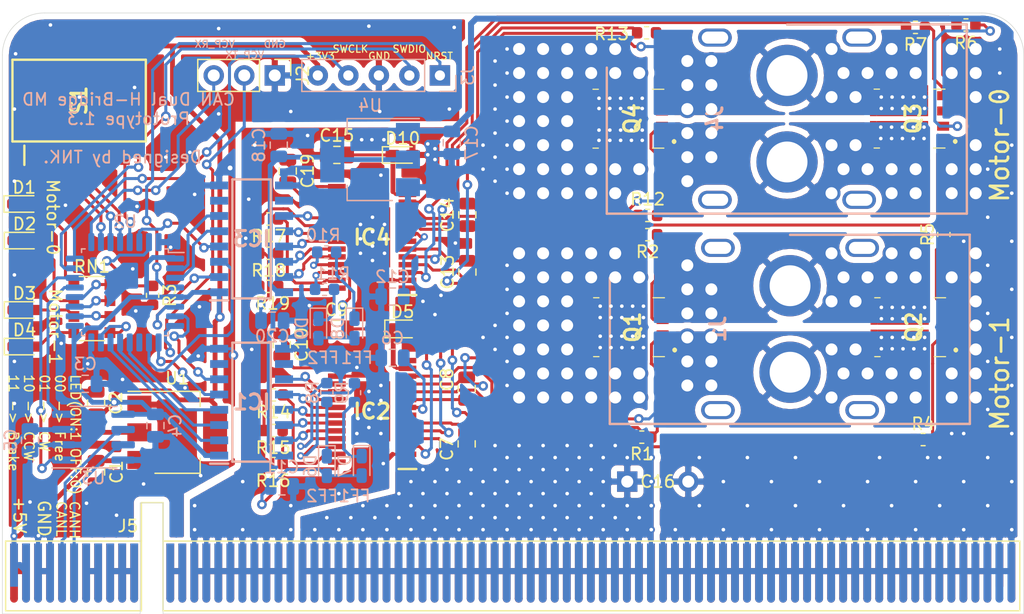
<source format=kicad_pcb>
(kicad_pcb (version 20171130) (host pcbnew "(5.1.5)-3")
  (layers (0 F.Cu signal) (31 B.Cu signal) (34 B.Paste user) (35 F.Paste user) (36 B.SilkS user) (37 F.SilkS user) (38 B.Mask user) (39 F.Mask user) (44 Edge.Cuts user))
  (net 0 "")
  (net 1 GND)
  (net 2 +5V)
  (net 3 NRST)
  (net 4 +3V3)
  (net 5 GNDPWR)
  (net 6 VREG_1)
  (net 7 "Net-(C8-Pad2)")
  (net 8 SB_1)
  (net 9 SA_1)
  (net 10 VCC)
  (net 11 SB_0)
  (net 12 VREG_0)
  (net 13 SA_0)
  (net 14 "Net-(D1-Pad2)")
  (net 15 "Net-(D2-Pad2)")
  (net 16 "Net-(D4-Pad2)")
  (net 17 MD_RESET_1)
  (net 18 MD_PWMH_1)
  (net 19 MD_PWML_1)
  (net 20 MD_SR_1)
  (net 21 MD_PHASE_1)
  (net 22 GLA_1)
  (net 23 GHA_1)
  (net 24 GHB_1)
  (net 25 GLB_1)
  (net 26 IC_RESET_1)
  (net 27 IC_PWML_1)
  (net 28 IC_PWMH_1)
  (net 29 IC_SR_1)
  (net 30 IC_PHASE_1)
  (net 31 MD_PHASE_0)
  (net 32 MD_SR_0)
  (net 33 MD_PWMH_0)
  (net 34 MD_PWML_0)
  (net 35 MD_RESET_0)
  (net 36 IC_RESET_0)
  (net 37 IC_PWML_0)
  (net 38 IC_PWMH_0)
  (net 39 IC_SR_0)
  (net 40 IC_PHASE_0)
  (net 41 "Net-(IC4-Pad28)")
  (net 42 "Net-(IC4-Pad27)")
  (net 43 GLA_0)
  (net 44 GHA_0)
  (net 45 GHB_0)
  (net 46 GLB_0)
  (net 47 /SWDIO)
  (net 48 /SWCLK)
  (net 49 VCP_RX)
  (net 50 VCP_TX)
  (net 51 "Net-(Q1-Pad4)")
  (net 52 "Net-(Q1-Pad2)")
  (net 53 "Net-(Q2-Pad4)")
  (net 54 "Net-(Q2-Pad2)")
  (net 55 "Net-(Q3-Pad4)")
  (net 56 "Net-(Q3-Pad2)")
  (net 57 "Net-(Q4-Pad4)")
  (net 58 "Net-(Q4-Pad2)")
  (net 59 "Net-(C10-Pad1)")
  (net 60 "Net-(IC2-Pad28)")
  (net 61 "Net-(IC2-Pad27)")
  (net 62 /BOOT)
  (net 63 /CAN_TD)
  (net 64 /CAN_RD)
  (net 65 "Net-(C15-Pad1)")
  (net 66 MD0_LED_L)
  (net 67 MD0_LED_H)
  (net 68 MD1_LED_L)
  (net 69 MD1_LED_H)
  (net 70 DIP_SW_1)
  (net 71 DIP_SW_2)
  (net 72 DIP_SW_3)
  (net 73 DIP_SW_4)
  (net 74 "Net-(D3-Pad2)")
  (net 75 CAN+)
  (net 76 CAN-)
  (net 77 MD_FF2_1)
  (net 78 MD_FF1_1)
  (net 79 MD_FF1_0)
  (net 80 MD_FF2_0)
  (net 81 "Net-(J5-PadB3)")
  (net 82 "Net-(J5-PadB4)")
  (net 83 "Net-(J5-PadB5)")
  (net 84 "Net-(J5-PadB6)")
  (net 85 "Net-(J5-PadB7)")
  (net 86 "Net-(J5-PadA5)")
  (net 87 "Net-(J5-PadA6)")
  (net 88 "Net-(J5-PadA7)")
  (net 89 MD_3V3)
  (net 90 "Net-(C7-Pad2)")
  (net 91 "Net-(C9-Pad1)")
  (net 92 "Net-(C10-Pad2)")
  (net 93 "Net-(C13-Pad2)")
  (net 94 "Net-(C14-Pad1)")
  (net 95 V5_1)
  (net 96 V5_0)
  (net 97 "Net-(IC1-Pad7)")
  (net 98 "Net-(IC1-Pad10)")
  (net 99 "Net-(IC2-Pad7)")
  (net 100 "Net-(IC2-Pad14)")
  (net 101 "Net-(IC2-Pad18)")
  (net 102 "Net-(IC3-Pad7)")
  (net 103 "Net-(IC3-Pad10)")
  (net 104 "Net-(IC4-Pad7)")
  (net 105 "Net-(IC4-Pad14)")
  (net 106 "Net-(IC4-Pad18)")
  (net 107 "Net-(U2-Pad11)")
  (net 108 "Net-(D6-Pad1)")
  (net 109 "Net-(D7-Pad1)")
  (net 110 "Net-(D8-Pad1)")
  (net 111 "Net-(D9-Pad1)")
  (net 112 "Net-(C19-Pad2)")
  (net 113 "Net-(C19-Pad1)")
  (module Connector_PinSocket_2.54mm:PinSocket_1x02_P2.54mm_Vertical (layer F.Cu) (at 102 79 90)
    (fp_text reference C16 (at 0 2.54) (layer F.SilkS))
    (fp_text value 1000u)
    (pad 2 thru_hole oval (at 0 5.08 90) (size 1.7 1.7) (drill 1) (layers *.Cu *.Mask) (net 5 GNDPWR))
    (pad 1 thru_hole rect (at 0 0 90) (size 1.7 1.7) (drill 1) (layers *.Cu *.Mask) (net 10 VCC))
  )
  (module SamacSys_Parts:NVMFD5C446NLWFT1G (layer F.Cu) (at 125.797 48.79 90)
    (fp_text reference Q3 (at 0 0 90) (layer F.SilkS) (effects (font (size 1.27 1.27) (thickness 0.254))))
    (fp_text value NVMFD5C446NT1G hide)
    (pad 6 smd rect (at -1.24 -0.897 90) (size 2.08 4.28) (layers F.Cu F.Paste F.Mask) (net 13 SA_0))
    (pad 5 smd rect (at 1.24 -0.897 90) (size 2.08 4.28) (layers F.Cu F.Paste F.Mask) (net 11 SB_0))
    (pad 5 smd rect (at 2.527 -1.757 90) (size 0.495 1.4) (layers F.Cu F.Paste F.Mask) (net 11 SB_0))
    (pad 5 smd rect (at 2.527 0.543 90) (size 0.495 1.4) (layers F.Cu F.Paste F.Mask) (net 11 SB_0))
    (pad 6 smd rect (at -2.527 0.543 90) (size 0.495 1.4) (layers F.Cu F.Paste F.Mask) (net 13 SA_0))
    (pad 6 smd rect (at -2.527 -1.757 90) (size 0.495 1.4) (layers F.Cu F.Paste F.Mask) (net 13 SA_0))
    (pad 6 smd rect (at -1.905 -3.317 180) (size 0.56 0.75) (layers F.Cu F.Paste F.Mask) (net 13 SA_0))
    (pad 6 smd rect (at -0.575 -3.317 180) (size 0.56 0.75) (layers F.Cu F.Paste F.Mask) (net 13 SA_0))
    (pad 5 smd rect (at 0.575 -3.317 180) (size 0.56 0.75) (layers F.Cu F.Paste F.Mask) (net 11 SB_0))
    (pad 5 smd rect (at 1.905 -3.317 180) (size 0.56 0.75) (layers F.Cu F.Paste F.Mask) (net 11 SB_0))
    (pad 4 smd rect (at 1.905 2.492 90) (size 0.75 1) (layers F.Cu F.Paste F.Mask) (net 55 "Net-(Q3-Pad4)"))
    (pad 3 smd rect (at 0.635 2.492 90) (size 0.75 1) (layers F.Cu F.Paste F.Mask) (net 5 GNDPWR))
    (pad 2 smd rect (at -0.635 2.492 90) (size 0.75 1) (layers F.Cu F.Paste F.Mask) (net 56 "Net-(Q3-Pad2)"))
    (pad 1 smd rect (at -1.905 2.492 90) (size 0.75 1) (layers F.Cu F.Paste F.Mask) (net 5 GNDPWR))
  )
  (module LED_SMD:LED_0603_1608Metric_Castellated (layer F.Cu) (at 83.312 51.816)
    (fp_text reference D10 (at 0 -1.38) (layer F.SilkS))
    (fp_text value D)
    (pad 2 smd roundrect (at 0.8125 0) (size 1.225 0.85) (layers F.Cu F.Paste F.Mask) (net 10 VCC))
    (pad 1 smd roundrect (at -0.8125 0) (size 1.225 0.85) (layers F.Cu F.Paste F.Mask) (net 65 "Net-(C15-Pad1)"))
  )
  (module LED_SMD:LED_0603_1608Metric_Castellated (layer B.Cu) (at 76.3 66.25 270)
    (fp_text reference D9 (at 0 1.38 90) (layer B.SilkS) (effects (justify mirror)))
    (fp_text value LED)
    (pad 2 smd roundrect (at 0.8125 0 270) (size 1.225 0.85) (layers B.Cu B.Paste B.Mask) (net 96 V5_0))
    (pad 1 smd roundrect (at -0.8125 0 270) (size 1.225 0.85) (layers B.Cu B.Paste B.Mask) (net 111 "Net-(D9-Pad1)"))
  )
  (module LED_SMD:LED_0603_1608Metric_Castellated (layer B.Cu) (at 79.3 66.25 270)
    (fp_text reference D8 (at 0 1.38 90) (layer B.SilkS) (effects (justify mirror)))
    (fp_text value LED)
    (pad 2 smd roundrect (at 0.8125 0 270) (size 1.225 0.85) (layers B.Cu B.Paste B.Mask) (net 96 V5_0))
    (pad 1 smd roundrect (at -0.8125 0 270) (size 1.225 0.85) (layers B.Cu B.Paste B.Mask) (net 110 "Net-(D8-Pad1)"))
  )
  (module LED_SMD:LED_0603_1608Metric_Castellated (layer B.Cu) (at 79.9 77.6875 270)
    (fp_text reference D7 (at 0 1.4 90) (layer B.SilkS) (effects (justify mirror)))
    (fp_text value LED)
    (pad 2 smd roundrect (at 0.8125 0 270) (size 1.225 0.85) (layers B.Cu B.Paste B.Mask) (net 95 V5_1))
    (pad 1 smd roundrect (at -0.8125 0 270) (size 1.225 0.85) (layers B.Cu B.Paste B.Mask) (net 109 "Net-(D7-Pad1)"))
  )
  (module LED_SMD:LED_0603_1608Metric_Castellated (layer B.Cu) (at 77 77.7 270)
    (fp_text reference D6 (at 0 1.38 90) (layer B.SilkS) (effects (justify mirror)))
    (fp_text value LED)
    (pad 2 smd roundrect (at 0.8125 0 270) (size 1.225 0.85) (layers B.Cu B.Paste B.Mask) (net 95 V5_1))
    (pad 1 smd roundrect (at -0.8125 0 270) (size 1.225 0.85) (layers B.Cu B.Paste B.Mask) (net 108 "Net-(D6-Pad1)"))
  )
  (module LED_SMD:LED_0603_1608Metric_Castellated (layer F.Cu) (at 51.8455 67.766)
    (fp_text reference D4 (at 0 -1.38) (layer F.SilkS))
    (fp_text value LED)
    (pad 2 smd roundrect (at 0.8125 0) (size 1.225 0.85) (layers F.Cu F.Paste F.Mask) (net 16 "Net-(D4-Pad2)"))
    (pad 1 smd roundrect (at -0.8125 0) (size 1.225 0.85) (layers F.Cu F.Paste F.Mask) (net 1 GND))
  )
  (module LED_SMD:LED_0603_1608Metric_Castellated (layer F.Cu) (at 51.8455 64.718)
    (fp_text reference D3 (at 0 -1.38) (layer F.SilkS))
    (fp_text value LED)
    (pad 2 smd roundrect (at 0.8125 0) (size 1.225 0.85) (layers F.Cu F.Paste F.Mask) (net 74 "Net-(D3-Pad2)"))
    (pad 1 smd roundrect (at -0.8125 0) (size 1.225 0.85) (layers F.Cu F.Paste F.Mask) (net 1 GND))
  )
  (module LED_SMD:LED_0603_1608Metric_Castellated (layer F.Cu) (at 51.8455 58.944)
    (fp_text reference D2 (at 0 -1.38) (layer F.SilkS))
    (fp_text value LED)
    (pad 2 smd roundrect (at 0.8125 0) (size 1.225 0.85) (layers F.Cu F.Paste F.Mask) (net 15 "Net-(D2-Pad2)"))
    (pad 1 smd roundrect (at -0.8125 0) (size 1.225 0.85) (layers F.Cu F.Paste F.Mask) (net 1 GND))
  )
  (module LED_SMD:LED_0603_1608Metric_Castellated (layer F.Cu) (at 51.82 55.896)
    (fp_text reference D1 (at 0 -1.38) (layer F.SilkS))
    (fp_text value LED)
    (pad 2 smd roundrect (at 0.8125 0) (size 1.225 0.85) (layers F.Cu F.Paste F.Mask) (net 14 "Net-(D1-Pad2)"))
    (pad 1 smd roundrect (at -0.8125 0) (size 1.225 0.85) (layers F.Cu F.Paste F.Mask) (net 1 GND))
  )
  (module Resistor_SMD:R_Array_Convex_4x1206 (layer F.Cu) (at 57.45 64.6)
    (fp_text reference RN1 (at 0 -3.5) (layer F.SilkS))
    (fp_text value 2.2k)
    (pad 6 smd rect (at 1.5 0.66) (size 0.9 0.9) (layers F.Cu F.Paste F.Mask) (net 69 MD1_LED_H))
    (pad 5 smd rect (at 1.5 2) (size 0.9 0.9) (layers F.Cu F.Paste F.Mask) (net 68 MD1_LED_L))
    (pad 8 smd rect (at 1.5 -2) (size 0.9 0.9) (layers F.Cu F.Paste F.Mask) (net 67 MD0_LED_H))
    (pad 7 smd rect (at 1.5 -0.66) (size 0.9 0.9) (layers F.Cu F.Paste F.Mask) (net 66 MD0_LED_L))
    (pad 3 smd rect (at -1.5 0.66) (size 0.9 0.9) (layers F.Cu F.Paste F.Mask) (net 74 "Net-(D3-Pad2)"))
    (pad 2 smd rect (at -1.5 -0.66) (size 0.9 0.9) (layers F.Cu F.Paste F.Mask) (net 15 "Net-(D2-Pad2)"))
    (pad 4 smd rect (at -1.5 2) (size 0.9 0.9) (layers F.Cu F.Paste F.Mask) (net 16 "Net-(D4-Pad2)"))
    (pad 1 smd rect (at -1.5 -2) (size 0.9 0.9) (layers F.Cu F.Paste F.Mask) (net 14 "Net-(D1-Pad2)"))
  )
  (module Package_TO_SOT_SMD:SOT-223-3_TabPin2 (layer B.Cu) (at 80.6 52.2 180)
    (fp_text reference U4 (at 0 4.5) (layer B.SilkS) (effects (justify mirror)))
    (fp_text value LDL1117S33TR_SOT223-4)
    (pad 2 smd rect (at 3.15 0 180) (size 2 3.8) (layers B.Cu B.Paste B.Mask) (net 89 MD_3V3))
    (pad 2 smd rect (at -3.15 0 180) (size 2 1.5) (layers B.Cu B.Paste B.Mask) (net 89 MD_3V3))
    (pad 3 smd rect (at -3.15 -2.3 180) (size 2 1.5) (layers B.Cu B.Paste B.Mask) (net 10 VCC))
    (pad 1 smd rect (at -3.15 2.3 180) (size 2 1.5) (layers B.Cu B.Paste B.Mask) (net 5 GNDPWR))
  )
  (module Capacitor_SMD:C_0805_2012Metric (layer B.Cu) (at 73 51 270)
    (fp_text reference C18 (at 0 1.65 90) (layer B.SilkS) (effects (justify mirror)))
    (fp_text value 4.7uF)
    (pad 2 smd roundrect (at 0.9375 0 270) (size 0.975 1.4) (layers B.Cu B.Paste B.Mask) (net 89 MD_3V3))
    (pad 1 smd roundrect (at -0.9375 0 270) (size 0.975 1.4) (layers B.Cu B.Paste B.Mask) (net 5 GNDPWR))
  )
  (module Capacitor_SMD:C_0805_2012Metric (layer B.Cu) (at 87.4 50.8 90)
    (fp_text reference C17 (at 0 1.65 90) (layer B.SilkS) (effects (justify mirror)))
    (fp_text value 1uF)
    (pad 2 smd roundrect (at 0.9375 0 90) (size 0.975 1.4) (layers B.Cu B.Paste B.Mask) (net 5 GNDPWR))
    (pad 1 smd roundrect (at -0.9375 0 90) (size 0.975 1.4) (layers B.Cu B.Paste B.Mask) (net 10 VCC))
  )
  (module SamacSys_Parts:NVMFD5C446NLWFT1G (layer F.Cu) (at 102.4 48.8 90)
    (fp_text reference Q4 (at 0 0 90) (layer F.SilkS) (effects (font (size 1.27 1.27) (thickness 0.254))))
    (fp_text value NVMFD5C446NT1G hide)
    (pad 6 smd rect (at -1.24 -0.897 90) (size 2.08 4.28) (layers F.Cu F.Paste F.Mask) (net 10 VCC))
    (pad 5 smd rect (at 1.24 -0.897 90) (size 2.08 4.28) (layers F.Cu F.Paste F.Mask) (net 10 VCC))
    (pad 5 smd rect (at 2.527 -1.757 90) (size 0.495 1.4) (layers F.Cu F.Paste F.Mask) (net 10 VCC))
    (pad 5 smd rect (at 2.527 0.543 90) (size 0.495 1.4) (layers F.Cu F.Paste F.Mask) (net 10 VCC))
    (pad 6 smd rect (at -2.527 0.543 90) (size 0.495 1.4) (layers F.Cu F.Paste F.Mask) (net 10 VCC))
    (pad 6 smd rect (at -2.527 -1.757 90) (size 0.495 1.4) (layers F.Cu F.Paste F.Mask) (net 10 VCC))
    (pad 6 smd rect (at -1.905 -3.317 180) (size 0.56 0.75) (layers F.Cu F.Paste F.Mask) (net 10 VCC))
    (pad 6 smd rect (at -0.575 -3.317 180) (size 0.56 0.75) (layers F.Cu F.Paste F.Mask) (net 10 VCC))
    (pad 5 smd rect (at 0.575 -3.317 180) (size 0.56 0.75) (layers F.Cu F.Paste F.Mask) (net 10 VCC))
    (pad 5 smd rect (at 1.905 -3.317 180) (size 0.56 0.75) (layers F.Cu F.Paste F.Mask) (net 10 VCC))
    (pad 4 smd rect (at 1.905 2.492 90) (size 0.75 1) (layers F.Cu F.Paste F.Mask) (net 57 "Net-(Q4-Pad4)"))
    (pad 3 smd rect (at 0.635 2.492 90) (size 0.75 1) (layers F.Cu F.Paste F.Mask) (net 11 SB_0))
    (pad 2 smd rect (at -0.635 2.492 90) (size 0.75 1) (layers F.Cu F.Paste F.Mask) (net 58 "Net-(Q4-Pad2)"))
    (pad 1 smd rect (at -1.905 2.492 90) (size 0.75 1) (layers F.Cu F.Paste F.Mask) (net 13 SA_0))
  )
  (module SamacSys_Parts:NVMFD5C446NLWFT1G (layer F.Cu) (at 125.847 66.15 90)
    (fp_text reference Q2 (at 0 0 90) (layer F.SilkS) (effects (font (size 1.27 1.27) (thickness 0.254))))
    (fp_text value NVMFD5C446NT1G hide)
    (pad 6 smd rect (at -1.24 -0.897 90) (size 2.08 4.28) (layers F.Cu F.Paste F.Mask) (net 9 SA_1))
    (pad 5 smd rect (at 1.24 -0.897 90) (size 2.08 4.28) (layers F.Cu F.Paste F.Mask) (net 8 SB_1))
    (pad 5 smd rect (at 2.527 -1.757 90) (size 0.495 1.4) (layers F.Cu F.Paste F.Mask) (net 8 SB_1))
    (pad 5 smd rect (at 2.527 0.543 90) (size 0.495 1.4) (layers F.Cu F.Paste F.Mask) (net 8 SB_1))
    (pad 6 smd rect (at -2.527 0.543 90) (size 0.495 1.4) (layers F.Cu F.Paste F.Mask) (net 9 SA_1))
    (pad 6 smd rect (at -2.527 -1.757 90) (size 0.495 1.4) (layers F.Cu F.Paste F.Mask) (net 9 SA_1))
    (pad 6 smd rect (at -1.905 -3.317 180) (size 0.56 0.75) (layers F.Cu F.Paste F.Mask) (net 9 SA_1))
    (pad 6 smd rect (at -0.575 -3.317 180) (size 0.56 0.75) (layers F.Cu F.Paste F.Mask) (net 9 SA_1))
    (pad 5 smd rect (at 0.575 -3.317 180) (size 0.56 0.75) (layers F.Cu F.Paste F.Mask) (net 8 SB_1))
    (pad 5 smd rect (at 1.905 -3.317 180) (size 0.56 0.75) (layers F.Cu F.Paste F.Mask) (net 8 SB_1))
    (pad 4 smd rect (at 1.905 2.492 90) (size 0.75 1) (layers F.Cu F.Paste F.Mask) (net 53 "Net-(Q2-Pad4)"))
    (pad 3 smd rect (at 0.635 2.492 90) (size 0.75 1) (layers F.Cu F.Paste F.Mask) (net 5 GNDPWR))
    (pad 2 smd rect (at -0.635 2.492 90) (size 0.75 1) (layers F.Cu F.Paste F.Mask) (net 54 "Net-(Q2-Pad2)"))
    (pad 1 smd rect (at -1.905 2.492 90) (size 0.75 1) (layers F.Cu F.Paste F.Mask) (net 5 GNDPWR))
  )
  (module SamacSys_Parts:NVMFD5C446NLWFT1G (layer F.Cu) (at 102.45 66.15 90)
    (fp_text reference Q1 (at 0 0 90) (layer F.SilkS) (effects (font (size 1.27 1.27) (thickness 0.254))))
    (fp_text value NVMFD5C446NT1G hide)
    (pad 6 smd rect (at -1.24 -0.897 90) (size 2.08 4.28) (layers F.Cu F.Paste F.Mask) (net 10 VCC))
    (pad 5 smd rect (at 1.24 -0.897 90) (size 2.08 4.28) (layers F.Cu F.Paste F.Mask) (net 10 VCC))
    (pad 5 smd rect (at 2.527 -1.757 90) (size 0.495 1.4) (layers F.Cu F.Paste F.Mask) (net 10 VCC))
    (pad 5 smd rect (at 2.527 0.543 90) (size 0.495 1.4) (layers F.Cu F.Paste F.Mask) (net 10 VCC))
    (pad 6 smd rect (at -2.527 0.543 90) (size 0.495 1.4) (layers F.Cu F.Paste F.Mask) (net 10 VCC))
    (pad 6 smd rect (at -2.527 -1.757 90) (size 0.495 1.4) (layers F.Cu F.Paste F.Mask) (net 10 VCC))
    (pad 6 smd rect (at -1.905 -3.317 180) (size 0.56 0.75) (layers F.Cu F.Paste F.Mask) (net 10 VCC))
    (pad 6 smd rect (at -0.575 -3.317 180) (size 0.56 0.75) (layers F.Cu F.Paste F.Mask) (net 10 VCC))
    (pad 5 smd rect (at 0.575 -3.317 180) (size 0.56 0.75) (layers F.Cu F.Paste F.Mask) (net 10 VCC))
    (pad 5 smd rect (at 1.905 -3.317 180) (size 0.56 0.75) (layers F.Cu F.Paste F.Mask) (net 10 VCC))
    (pad 4 smd rect (at 1.905 2.492 90) (size 0.75 1) (layers F.Cu F.Paste F.Mask) (net 51 "Net-(Q1-Pad4)"))
    (pad 3 smd rect (at 0.635 2.492 90) (size 0.75 1) (layers F.Cu F.Paste F.Mask) (net 8 SB_1))
    (pad 2 smd rect (at -0.635 2.492 90) (size 0.75 1) (layers F.Cu F.Paste F.Mask) (net 52 "Net-(Q1-Pad2)"))
    (pad 1 smd rect (at -1.905 2.492 90) (size 0.75 1) (layers F.Cu F.Paste F.Mask) (net 9 SA_1))
  )
  (module Connector_PinHeader_2.54mm:PinHeader_1x05_P2.54mm_Vertical (layer B.Cu) (at 86.4108 45.2 90)
    (fp_text reference J3 (at 0 2.33 90) (layer B.SilkS) (effects (justify mirror)))
    (fp_text value Conn_01x05)
    (pad 5 thru_hole oval (at 0 -10.16 90) (size 1.7 1.7) (drill 0.85) (layers *.Cu *.Mask) (net 4 +3V3))
    (pad 4 thru_hole oval (at 0 -7.62 90) (size 1.7 1.7) (drill 0.85) (layers *.Cu *.Mask) (net 48 /SWCLK))
    (pad 3 thru_hole oval (at 0 -5.08 90) (size 1.7 1.7) (drill 0.85) (layers *.Cu *.Mask) (net 1 GND))
    (pad 2 thru_hole oval (at 0 -2.54 90) (size 1.7 1.7) (drill 0.85) (layers *.Cu *.Mask) (net 47 /SWDIO))
    (pad 1 thru_hole rect (at 0 0 90) (size 1.7 1.7) (drill 0.85) (layers *.Cu *.Mask) (net 3 NRST))
  )
  (module Connector_PinHeader_2.54mm:PinHeader_1x03_P2.54mm_Vertical (layer F.Cu) (at 72.6694 45.2 270)
    (fp_text reference J2 (at 0 -2.33 90) (layer F.SilkS))
    (fp_text value Conn_01x03)
    (pad 3 thru_hole oval (at 0 5.08 270) (size 1.7 1.7) (drill 1) (layers *.Cu *.Mask) (net 49 VCP_RX))
    (pad 2 thru_hole oval (at 0 2.54 270) (size 1.7 1.7) (drill 1) (layers *.Cu *.Mask) (net 50 VCP_TX))
    (pad 1 thru_hole rect (at 0 0 270) (size 1.7 1.7) (drill 1) (layers *.Cu *.Mask) (net 1 GND))
  )
  (module PCIe:BUS_mechaken_PCIexpress_x16_164_Position (layer F.Cu) (at 50.97 85.95)
    (fp_text reference J5 (at 9.48 -3.25) (layer F.SilkS))
    (fp_text value Bus_mechaken_PCIexpress_x16_164_Position)
    (pad B10 connect rect (at 82 0) (size 0.65 3.6) (layers F.Cu F.Mask) (net 5 GNDPWR))
    (pad B10 connect circle (at 83 2.8) (size 0.65 0.65) (layers F.Cu F.Mask) (net 5 GNDPWR))
    (pad B10 connect circle (at 79 2.8) (size 0.65 0.65) (layers F.Cu F.Mask) (net 5 GNDPWR))
    (pad B10 connect rect (at 78 0.5) (size 0.65 4.6) (layers F.Cu F.Mask) (net 5 GNDPWR))
    (pad B10 connect rect (at 72 0.5) (size 0.65 4.6) (layers F.Cu F.Mask) (net 5 GNDPWR))
    (pad B10 connect circle (at 73 2.8) (size 0.65 0.65) (layers F.Cu F.Mask) (net 5 GNDPWR))
    (pad B10 connect rect (at 79 0.5) (size 0.65 4.6) (layers F.Cu F.Mask) (net 5 GNDPWR))
    (pad B10 connect rect (at 81 0.5) (size 0.65 4.6) (layers F.Cu F.Mask) (net 5 GNDPWR))
    (pad B10 connect rect (at 73 0.5) (size 0.65 4.6) (layers F.Cu F.Mask) (net 5 GNDPWR))
    (pad B10 connect rect (at 75 0.5) (size 0.65 4.6) (layers F.Cu F.Mask) (net 5 GNDPWR))
    (pad B10 connect circle (at 81 2.8) (size 0.65 0.65) (layers F.Cu F.Mask) (net 5 GNDPWR))
    (pad B10 connect circle (at 75 2.8) (size 0.65 0.65) (layers F.Cu F.Mask) (net 5 GNDPWR))
    (pad B10 connect circle (at 77 2.8) (size 0.65 0.65) (layers F.Cu F.Mask) (net 5 GNDPWR))
    (pad B10 connect circle (at 80 2.8) (size 0.65 0.65) (layers F.Cu F.Mask) (net 5 GNDPWR))
    (pad B10 connect rect (at 77 0.5) (size 0.65 4.6) (layers F.Cu F.Mask) (net 5 GNDPWR))
    (pad B10 connect circle (at 76 2.8) (size 0.65 0.65) (layers F.Cu F.Mask) (net 5 GNDPWR))
    (pad B10 connect rect (at 80 0.5) (size 0.65 4.6) (layers F.Cu F.Mask) (net 5 GNDPWR))
    (pad B10 connect circle (at 78 2.8) (size 0.65 0.65) (layers F.Cu F.Mask) (net 5 GNDPWR))
    (pad B10 connect rect (at 74 0.5) (size 0.65 4.6) (layers F.Cu F.Mask) (net 5 GNDPWR))
    (pad B10 connect rect (at 76 0.5) (size 0.65 4.6) (layers F.Cu F.Mask) (net 5 GNDPWR))
    (pad B10 connect rect (at 83 0.5) (size 0.65 4.6) (layers F.Cu F.Mask) (net 5 GNDPWR))
    (pad B10 connect circle (at 74 2.8) (size 0.65 0.65) (layers F.Cu F.Mask) (net 5 GNDPWR))
    (pad A10 connect oval (at 77 2.8 90) (size 0.65 0.65) (layers B.Cu B.Mask) (net 5 GNDPWR))
    (pad A10 connect oval (at 73 2.8 90) (size 0.65 0.65) (layers B.Cu B.Mask) (net 5 GNDPWR))
    (pad A10 connect oval (at 74 2.8 90) (size 0.65 0.65) (layers B.Cu B.Mask) (net 5 GNDPWR))
    (pad A10 connect oval (at 79 2.8 90) (size 0.65 0.65) (layers B.Cu B.Mask) (net 5 GNDPWR))
    (pad A10 connect oval (at 71 2.8 90) (size 0.65 0.65) (layers B.Cu B.Mask) (net 5 GNDPWR))
    (pad A10 connect rect (at 70 0.5) (size 0.65 4.6) (layers B.Cu B.Mask) (net 5 GNDPWR))
    (pad A10 connect rect (at 80 0.5) (size 0.65 4.6) (layers B.Cu B.Mask) (net 5 GNDPWR))
    (pad A10 connect rect (at 75 0.5) (size 0.65 4.6) (layers B.Cu B.Mask) (net 5 GNDPWR))
    (pad A10 connect rect (at 76 0.5) (size 0.65 4.6) (layers B.Cu B.Mask) (net 5 GNDPWR))
    (pad A10 connect oval (at 75 2.8 90) (size 0.65 0.65) (layers B.Cu B.Mask) (net 5 GNDPWR))
    (pad A10 connect oval (at 76 2.8 90) (size 0.65 0.65) (layers B.Cu B.Mask) (net 5 GNDPWR))
    (pad A10 connect rect (at 79 0.5) (size 0.65 4.6) (layers B.Cu B.Mask) (net 5 GNDPWR))
    (pad A10 connect oval (at 78 2.8 90) (size 0.65 0.65) (layers B.Cu B.Mask) (net 5 GNDPWR))
    (pad A10 connect rect (at 78 0.5) (size 0.65 4.6) (layers B.Cu B.Mask) (net 5 GNDPWR))
    (pad A10 connect rect (at 83 0.5) (size 0.65 4.6) (layers B.Cu B.Mask) (net 5 GNDPWR))
    (pad A10 connect rect (at 81 0.5) (size 0.65 4.6) (layers B.Cu B.Mask) (net 5 GNDPWR))
    (pad A10 connect oval (at 80 2.8 90) (size 0.65 0.65) (layers B.Cu B.Mask) (net 5 GNDPWR))
    (pad A10 connect rect (at 72 0.5) (size 0.65 4.6) (layers B.Cu B.Mask) (net 5 GNDPWR))
    (pad A10 connect oval (at 72 2.8 90) (size 0.65 0.65) (layers B.Cu B.Mask) (net 5 GNDPWR))
    (pad A10 connect oval (at 70 2.8 90) (size 0.65 0.65) (layers B.Cu B.Mask) (net 5 GNDPWR))
    (pad A10 connect rect (at 77 0.5) (size 0.65 4.6) (layers B.Cu B.Mask) (net 5 GNDPWR))
    (pad A10 connect oval (at 83 2.8 90) (size 0.65 0.65) (layers B.Cu B.Mask) (net 5 GNDPWR))
    (pad A10 connect oval (at 82 2.8 90) (size 0.65 0.65) (layers B.Cu B.Mask) (net 5 GNDPWR))
    (pad A10 connect rect (at 82 0.5) (size 0.65 4.6) (layers B.Cu B.Mask) (net 5 GNDPWR))
    (pad A10 connect oval (at 81 2.8 90) (size 0.65 0.65) (layers B.Cu B.Mask) (net 5 GNDPWR))
    (pad A10 connect rect (at 74 0.5) (size 0.65 4.6) (layers B.Cu B.Mask) (net 5 GNDPWR))
    (pad A9 connect rect (at 50 0.5) (size 0.65 4.6) (layers B.Cu B.Mask) (net 10 VCC))
    (pad A9 connect rect (at 53 0.5) (size 0.65 4.6) (layers B.Cu B.Mask) (net 10 VCC))
    (pad A9 connect rect (at 51 0.5) (size 0.65 4.6) (layers B.Cu B.Mask) (net 10 VCC))
    (pad A9 connect rect (at 52 0.5) (size 0.65 4.6) (layers B.Cu B.Mask) (net 10 VCC))
    (pad A10 connect rect (at 54 0.5) (size 0.65 4.6) (layers B.Cu B.Mask) (net 5 GNDPWR))
    (pad A10 connect rect (at 60 0.5) (size 0.65 4.6) (layers B.Cu B.Mask) (net 5 GNDPWR))
    (pad A10 connect oval (at 57 2.8 90) (size 0.65 0.65) (layers B.Cu B.Mask) (net 5 GNDPWR))
    (pad A9 connect oval (at 50 2.8 90) (size 0.65 0.65) (layers B.Cu B.Mask) (net 10 VCC))
    (pad A10 connect rect (at 61 0.5) (size 0.65 4.6) (layers B.Cu B.Mask) (net 5 GNDPWR))
    (pad A10 connect oval (at 54 2.8 90) (size 0.65 0.65) (layers B.Cu B.Mask) (net 5 GNDPWR))
    (pad A10 connect oval (at 58 2.8 90) (size 0.65 0.65) (layers B.Cu B.Mask) (net 5 GNDPWR))
    (pad A9 connect oval (at 51 2.8 90) (size 0.65 0.65) (layers B.Cu B.Mask) (net 10 VCC))
    (pad A9 connect oval (at 52 2.8 90) (size 0.65 0.65) (layers B.Cu B.Mask) (net 10 VCC))
    (pad A10 connect oval (at 61 2.8 90) (size 0.65 0.65) (layers B.Cu B.Mask) (net 5 GNDPWR))
    (pad A10 connect oval (at 55 2.8 90) (size 0.65 0.65) (layers B.Cu B.Mask) (net 5 GNDPWR))
    (pad A10 connect oval (at 60 2.8 90) (size 0.65 0.65) (layers B.Cu B.Mask) (net 5 GNDPWR))
    (pad A9 connect oval (at 53 2.8 90) (size 0.65 0.65) (layers B.Cu B.Mask) (net 10 VCC))
    (pad A10 connect rect (at 55 0.5) (size 0.65 4.6) (layers B.Cu B.Mask) (net 5 GNDPWR))
    (pad A10 connect rect (at 56 0.5) (size 0.65 4.6) (layers B.Cu B.Mask) (net 5 GNDPWR))
    (pad A10 connect oval (at 65 2.8 90) (size 0.65 0.65) (layers B.Cu B.Mask) (net 5 GNDPWR))
    (pad A10 connect rect (at 57 0.5) (size 0.65 4.6) (layers B.Cu B.Mask) (net 5 GNDPWR))
    (pad A10 connect rect (at 58 0.5) (size 0.65 4.6) (layers B.Cu B.Mask) (net 5 GNDPWR))
    (pad A10 connect oval (at 64 2.8 90) (size 0.65 0.65) (layers B.Cu B.Mask) (net 5 GNDPWR))
    (pad A10 connect oval (at 59 2.8 90) (size 0.65 0.65) (layers B.Cu B.Mask) (net 5 GNDPWR))
    (pad A10 connect oval (at 56 2.8 90) (size 0.65 0.65) (layers B.Cu B.Mask) (net 5 GNDPWR))
    (pad A10 connect rect (at 59 0.5) (size 0.65 4.6) (layers B.Cu B.Mask) (net 5 GNDPWR))
    (pad A10 connect rect (at 62 0.5) (size 0.65 4.6) (layers B.Cu B.Mask) (net 5 GNDPWR))
    (pad A10 connect oval (at 62 2.8 90) (size 0.65 0.65) (layers B.Cu B.Mask) (net 5 GNDPWR))
    (pad A10 connect oval (at 63 2.8 90) (size 0.65 0.65) (layers B.Cu B.Mask) (net 5 GNDPWR))
    (pad A10 connect rect (at 67 0.5) (size 0.65 4.6) (layers B.Cu B.Mask) (net 5 GNDPWR))
    (pad A10 connect oval (at 66 2.8 90) (size 0.65 0.65) (layers B.Cu B.Mask) (net 5 GNDPWR))
    (pad A10 connect oval (at 67 2.8 90) (size 0.65 0.65) (layers B.Cu B.Mask) (net 5 GNDPWR))
    (pad A10 connect oval (at 69 2.8 90) (size 0.65 0.65) (layers B.Cu B.Mask) (net 5 GNDPWR))
    (pad A10 connect rect (at 69 0.5) (size 0.65 4.6) (layers B.Cu B.Mask) (net 5 GNDPWR))
    (pad A10 connect rect (at 65 0.5) (size 0.65 4.6) (layers B.Cu B.Mask) (net 5 GNDPWR))
    (pad A10 connect oval (at 68 2.8 90) (size 0.65 0.65) (layers B.Cu B.Mask) (net 5 GNDPWR))
    (pad A10 connect rect (at 68 0.5) (size 0.65 4.6) (layers B.Cu B.Mask) (net 5 GNDPWR))
    (pad A10 connect rect (at 66 0.5) (size 0.65 4.6) (layers B.Cu B.Mask) (net 5 GNDPWR))
    (pad A10 connect rect (at 71 0.5) (size 0.65 4.6) (layers B.Cu B.Mask) (net 5 GNDPWR))
    (pad A10 connect rect (at 73 0.5) (size 0.65 4.6) (layers B.Cu B.Mask) (net 5 GNDPWR))
    (pad A10 connect rect (at 64 0.5) (size 0.65 4.6) (layers B.Cu B.Mask) (net 5 GNDPWR))
    (pad A10 connect rect (at 63 0.5) (size 0.65 4.6) (layers B.Cu B.Mask) (net 5 GNDPWR))
    (pad B1 connect rect (at 0 0.5) (size 0.65 4.6) (layers F.Cu F.Mask) (net 2 +5V))
    (pad B1 connect rect (at 1 0.5) (size 0.65 4.6) (layers F.Cu F.Mask) (net 2 +5V))
    (pad B2 connect rect (at 2 0.5) (size 0.65 4.6) (layers F.Cu F.Mask) (net 1 GND))
    (pad B2 connect rect (at 3 0.5) (size 0.65 4.6) (layers F.Cu F.Mask) (net 1 GND))
    (pad B3 connect rect (at 4 0.5) (size 0.65 4.6) (layers F.Cu F.Mask) (net 81 "Net-(J5-PadB3)"))
    (pad B4 connect rect (at 5 0.5) (size 0.65 4.6) (layers F.Cu F.Mask) (net 82 "Net-(J5-PadB4)"))
    (pad B5 connect rect (at 6 0.5) (size 0.65 4.6) (layers F.Cu F.Mask) (net 83 "Net-(J5-PadB5)"))
    (pad B5 connect rect (at 7 0.5) (size 0.65 4.6) (layers F.Cu F.Mask) (net 83 "Net-(J5-PadB5)"))
    (pad B6 connect rect (at 8 0.5) (size 0.65 4.6) (layers F.Cu F.Mask) (net 84 "Net-(J5-PadB6)"))
    (pad B6 connect rect (at 9 0.5) (size 0.65 4.6) (layers F.Cu F.Mask) (net 84 "Net-(J5-PadB6)"))
    (pad B6 connect rect (at 10 0.5) (size 0.65 4.6) (layers F.Cu F.Mask) (net 84 "Net-(J5-PadB6)"))
    (pad B8 connect rect (at 15 0.5) (size 0.65 4.6) (layers F.Cu F.Mask) (net 5 GNDPWR))
    (pad B8 connect rect (at 16 0.5) (size 0.65 4.6) (layers F.Cu F.Mask) (net 5 GNDPWR))
    (pad B8 connect rect (at 17 0.5) (size 0.65 4.6) (layers F.Cu F.Mask) (net 5 GNDPWR))
    (pad B8 connect rect (at 19 0.5) (size 0.65 4.6) (layers F.Cu F.Mask) (net 5 GNDPWR))
    (pad B7 connect rect (at 13 0.5) (size 0.65 4.6) (layers F.Cu F.Mask) (net 85 "Net-(J5-PadB7)"))
    (pad B7 connect rect (at 14 0.5) (size 0.65 4.6) (layers F.Cu F.Mask) (net 85 "Net-(J5-PadB7)"))
    (pad A1 connect rect (at 0 0) (size 0.65 3.6) (layers B.Cu B.Mask) (net 2 +5V))
    (pad A1 connect rect (at 1 0.5) (size 0.65 4.6) (layers B.Cu B.Mask) (net 2 +5V))
    (pad A2 connect rect (at 2 0.5) (size 0.65 4.6) (layers B.Cu B.Mask) (net 1 GND))
    (pad A2 connect rect (at 3 0.5) (size 0.65 4.6) (layers B.Cu B.Mask) (net 1 GND))
    (pad A3 connect rect (at 4 0.5) (size 0.65 4.6) (layers B.Cu B.Mask) (net 76 CAN-))
    (pad A4 connect rect (at 5 0.5) (size 0.65 4.6) (layers B.Cu B.Mask) (net 75 CAN+))
    (pad A5 connect rect (at 6 0.5) (size 0.65 4.6) (layers B.Cu B.Mask) (net 86 "Net-(J5-PadA5)"))
    (pad A5 connect rect (at 7 0.5) (size 0.65 4.6) (layers B.Cu B.Mask) (net 86 "Net-(J5-PadA5)"))
    (pad A6 connect rect (at 8 0.5) (size 0.65 4.6) (layers B.Cu B.Mask) (net 87 "Net-(J5-PadA6)"))
    (pad A6 connect rect (at 9 0.5) (size 0.65 4.6) (layers B.Cu B.Mask) (net 87 "Net-(J5-PadA6)"))
    (pad A6 connect rect (at 10 0.5) (size 0.65 4.6) (layers B.Cu B.Mask) (net 87 "Net-(J5-PadA6)"))
    (pad A8 connect rect (at 15 0.5) (size 0.65 4.6) (layers B.Cu B.Mask) (net 5 GNDPWR))
    (pad A8 connect rect (at 16 0.5) (size 0.65 4.6) (layers B.Cu B.Mask) (net 5 GNDPWR))
    (pad A8 connect rect (at 17 0.5) (size 0.65 4.6) (layers B.Cu B.Mask) (net 5 GNDPWR))
    (pad A8 connect rect (at 18 0.5) (size 0.65 4.6) (layers B.Cu B.Mask) (net 5 GNDPWR))
    (pad A8 connect rect (at 19 0.5) (size 0.65 4.6) (layers B.Cu B.Mask) (net 5 GNDPWR))
    (pad A7 connect rect (at 13 0.5) (size 0.65 4.6) (layers B.Cu B.Mask) (net 88 "Net-(J5-PadA7)"))
    (pad A7 connect rect (at 14 0.5) (size 0.65 4.6) (layers B.Cu B.Mask) (net 88 "Net-(J5-PadA7)"))
    (pad B2 connect circle (at 2 2.8) (size 0.65 0.65) (layers F.Cu F.Mask) (net 1 GND))
    (pad B2 connect circle (at 3 2.8) (size 0.65 0.65) (layers F.Cu F.Mask) (net 1 GND))
    (pad B3 connect circle (at 4 2.8) (size 0.65 0.65) (layers F.Cu F.Mask) (net 81 "Net-(J5-PadB3)"))
    (pad B4 connect circle (at 5 2.8) (size 0.65 0.65) (layers F.Cu F.Mask) (net 82 "Net-(J5-PadB4)"))
    (pad B5 connect circle (at 6 2.8) (size 0.65 0.65) (layers F.Cu F.Mask) (net 83 "Net-(J5-PadB5)"))
    (pad B5 connect circle (at 7 2.8) (size 0.65 0.65) (layers F.Cu F.Mask) (net 83 "Net-(J5-PadB5)"))
    (pad B6 connect circle (at 8 2.8) (size 0.65 0.65) (layers F.Cu F.Mask) (net 84 "Net-(J5-PadB6)"))
    (pad B6 connect circle (at 9 2.8) (size 0.65 0.65) (layers F.Cu F.Mask) (net 84 "Net-(J5-PadB6)"))
    (pad B6 connect circle (at 10 2.8) (size 0.65 0.65) (layers F.Cu F.Mask) (net 84 "Net-(J5-PadB6)"))
    (pad B1 connect circle (at 0 2.8) (size 0.65 0.65) (layers F.Cu F.Mask) (net 2 +5V))
    (pad B7 connect circle (at 13 2.8) (size 0.65 0.65) (layers F.Cu F.Mask) (net 85 "Net-(J5-PadB7)"))
    (pad B7 connect circle (at 14 2.8) (size 0.65 0.65) (layers F.Cu F.Mask) (net 85 "Net-(J5-PadB7)"))
    (pad B8 connect circle (at 15 2.8) (size 0.65 0.65) (layers F.Cu F.Mask) (net 5 GNDPWR))
    (pad B8 connect circle (at 16 2.8) (size 0.65 0.65) (layers F.Cu F.Mask) (net 5 GNDPWR))
    (pad B8 connect circle (at 17 2.8) (size 0.65 0.65) (layers F.Cu F.Mask) (net 5 GNDPWR))
    (pad B1 connect circle (at 1 2.8) (size 0.65 0.65) (layers F.Cu F.Mask) (net 2 +5V))
    (pad A2 connect oval (at 3 2.8 90) (size 0.65 0.65) (layers B.Cu B.Mask) (net 1 GND))
    (pad A3 connect oval (at 4 2.8 90) (size 0.65 0.65) (layers B.Cu B.Mask) (net 76 CAN-))
    (pad A4 connect oval (at 5 2.8 90) (size 0.65 0.65) (layers B.Cu B.Mask) (net 75 CAN+))
    (pad A5 connect oval (at 6 2.8 90) (size 0.65 0.65) (layers B.Cu B.Mask) (net 86 "Net-(J5-PadA5)"))
    (pad A5 connect oval (at 7 2.8 90) (size 0.65 0.65) (layers B.Cu B.Mask) (net 86 "Net-(J5-PadA5)"))
    (pad A6 connect oval (at 8 2.8 90) (size 0.65 0.65) (layers B.Cu B.Mask) (net 87 "Net-(J5-PadA6)"))
    (pad A6 connect oval (at 9 2.8 90) (size 0.65 0.65) (layers B.Cu B.Mask) (net 87 "Net-(J5-PadA6)"))
    (pad A8 connect oval (at 15 2.8 90) (size 0.65 0.65) (layers B.Cu B.Mask) (net 5 GNDPWR))
    (pad A8 connect oval (at 16 2.8 90) (size 0.65 0.65) (layers B.Cu B.Mask) (net 5 GNDPWR))
    (pad A2 connect oval (at 2 2.8 90) (size 0.65 0.65) (layers B.Cu B.Mask) (net 1 GND))
    (pad A7 connect oval (at 14 2.8 90) (size 0.65 0.65) (layers B.Cu B.Mask) (net 88 "Net-(J5-PadA7)"))
    (pad A8 connect oval (at 17 2.8 90) (size 0.65 0.65) (layers B.Cu B.Mask) (net 5 GNDPWR))
    (pad A6 connect oval (at 10 2.8 90) (size 0.65 0.65) (layers B.Cu B.Mask) (net 87 "Net-(J5-PadA6)"))
    (pad A7 connect oval (at 13 2.8 90) (size 0.65 0.65) (layers B.Cu B.Mask) (net 88 "Net-(J5-PadA7)"))
    (pad A8 connect oval (at 18 2.8 90) (size 0.65 0.65) (layers B.Cu B.Mask) (net 5 GNDPWR))
    (pad A8 connect oval (at 19 2.8 90) (size 0.65 0.65) (layers B.Cu B.Mask) (net 5 GNDPWR))
    (pad A1 connect oval (at 1 2.8 90) (size 0.65 0.65) (layers B.Cu B.Mask) (net 2 +5V))
    (pad B8 connect rect (at 18 0.5) (size 0.65 4.6) (layers F.Cu F.Mask) (net 5 GNDPWR))
    (pad B8 connect circle (at 18 2.8) (size 0.65 0.65) (layers F.Cu F.Mask) (net 5 GNDPWR))
    (pad A8 connect rect (at 22 0.5) (size 0.65 4.6) (layers B.Cu B.Mask) (net 5 GNDPWR))
    (pad A8 connect rect (at 21 0.5) (size 0.65 4.6) (layers B.Cu B.Mask) (net 5 GNDPWR))
    (pad B8 connect rect (at 23 0.5) (size 0.65 4.6) (layers F.Cu F.Mask) (net 5 GNDPWR))
    (pad B9 connect rect (at 25 0.5) (size 0.65 4.6) (layers F.Cu F.Mask) (net 10 VCC))
    (pad B9 connect circle (at 25 2.8) (size 0.65 0.65) (layers F.Cu F.Mask) (net 10 VCC))
    (pad B8 connect rect (at 22 0.5) (size 0.65 4.6) (layers F.Cu F.Mask) (net 5 GNDPWR))
    (pad B8 connect rect (at 20 0.5) (size 0.65 4.6) (layers F.Cu F.Mask) (net 5 GNDPWR))
    (pad A8 connect rect (at 23 0.5) (size 0.65 4.6) (layers B.Cu B.Mask) (net 5 GNDPWR))
    (pad A9 connect rect (at 24 0.5) (size 0.65 4.6) (layers B.Cu B.Mask) (net 10 VCC))
    (pad B8 connect rect (at 21 0.5) (size 0.65 4.6) (layers F.Cu F.Mask) (net 5 GNDPWR))
    (pad A8 connect rect (at 20 0.5) (size 0.65 4.6) (layers B.Cu B.Mask) (net 5 GNDPWR))
    (pad A8 connect oval (at 21 2.8 90) (size 0.65 0.65) (layers B.Cu B.Mask) (net 5 GNDPWR))
    (pad A8 connect oval (at 23 2.8 90) (size 0.65 0.65) (layers B.Cu B.Mask) (net 5 GNDPWR))
    (pad A8 connect oval (at 19 2.8 90) (size 0.65 0.65) (layers B.Cu B.Mask) (net 5 GNDPWR))
    (pad B8 connect circle (at 21 2.8) (size 0.65 0.65) (layers F.Cu F.Mask) (net 5 GNDPWR))
    (pad B8 connect circle (at 23 2.8) (size 0.65 0.65) (layers F.Cu F.Mask) (net 5 GNDPWR))
    (pad A9 connect oval (at 24 2.8 90) (size 0.65 0.65) (layers B.Cu B.Mask) (net 10 VCC))
    (pad B8 connect circle (at 20 2.8) (size 0.65 0.65) (layers F.Cu F.Mask) (net 5 GNDPWR))
    (pad A9 connect oval (at 25 2.8 90) (size 0.65 0.65) (layers B.Cu B.Mask) (net 10 VCC))
    (pad A8 connect oval (at 22 2.8 90) (size 0.65 0.65) (layers B.Cu B.Mask) (net 5 GNDPWR))
    (pad B8 connect circle (at 22 2.8) (size 0.65 0.65) (layers F.Cu F.Mask) (net 5 GNDPWR))
    (pad A8 connect oval (at 20 2.8 90) (size 0.65 0.65) (layers B.Cu B.Mask) (net 5 GNDPWR))
    (pad B8 connect circle (at 19 2.8) (size 0.65 0.65) (layers F.Cu F.Mask) (net 5 GNDPWR))
    (pad B9 connect circle (at 24 2.8) (size 0.65 0.65) (layers F.Cu F.Mask) (net 10 VCC))
    (pad B9 connect rect (at 24 0.5) (size 0.65 4.6) (layers F.Cu F.Mask) (net 10 VCC))
    (pad B9 connect rect (at 28 0.5) (size 0.65 4.6) (layers F.Cu F.Mask) (net 10 VCC))
    (pad B9 connect rect (at 29 0.5) (size 0.65 4.6) (layers F.Cu F.Mask) (net 10 VCC))
    (pad B9 connect rect (at 27 0.5) (size 0.65 4.6) (layers F.Cu F.Mask) (net 10 VCC))
    (pad B9 connect rect (at 26 0.5) (size 0.65 4.6) (layers F.Cu F.Mask) (net 10 VCC))
    (pad B9 connect circle (at 28 2.8) (size 0.65 0.65) (layers F.Cu F.Mask) (net 10 VCC))
    (pad A9 connect oval (at 29 2.8 90) (size 0.65 0.65) (layers B.Cu B.Mask) (net 10 VCC))
    (pad A9 connect oval (at 28 2.8 90) (size 0.65 0.65) (layers B.Cu B.Mask) (net 10 VCC))
    (pad A9 connect rect (at 25 0.5) (size 0.65 4.6) (layers B.Cu B.Mask) (net 10 VCC))
    (pad A9 connect rect (at 28 0.5) (size 0.65 4.6) (layers B.Cu B.Mask) (net 10 VCC))
    (pad A9 connect rect (at 26 0.5) (size 0.65 4.6) (layers B.Cu B.Mask) (net 10 VCC))
    (pad B9 connect circle (at 26 2.8) (size 0.65 0.65) (layers F.Cu F.Mask) (net 10 VCC))
    (pad A9 connect rect (at 27 0.5) (size 0.65 4.6) (layers B.Cu B.Mask) (net 10 VCC))
    (pad A9 connect oval (at 27 2.8 90) (size 0.65 0.65) (layers B.Cu B.Mask) (net 10 VCC))
    (pad B9 connect circle (at 27 2.8) (size 0.65 0.65) (layers F.Cu F.Mask) (net 10 VCC))
    (pad A9 connect oval (at 26 2.8 90) (size 0.65 0.65) (layers B.Cu B.Mask) (net 10 VCC))
    (pad B9 connect rect (at 31 0.5) (size 0.65 4.6) (layers F.Cu F.Mask) (net 10 VCC))
    (pad B9 connect rect (at 32 0.5) (size 0.65 4.6) (layers F.Cu F.Mask) (net 10 VCC))
    (pad B9 connect rect (at 30 0.5) (size 0.65 4.6) (layers F.Cu F.Mask) (net 10 VCC))
    (pad A9 connect rect (at 31 0.5) (size 0.65 4.6) (layers B.Cu B.Mask) (net 10 VCC))
    (pad A9 connect rect (at 33 0.5) (size 0.65 4.6) (layers B.Cu B.Mask) (net 10 VCC))
    (pad B9 connect rect (at 33 0.5) (size 0.65 4.6) (layers F.Cu F.Mask) (net 10 VCC))
    (pad A9 connect rect (at 29 0.5) (size 0.65 4.6) (layers B.Cu B.Mask) (net 10 VCC))
    (pad A9 connect rect (at 32 0.5) (size 0.65 4.6) (layers B.Cu B.Mask) (net 10 VCC))
    (pad A9 connect oval (at 32 2.8 90) (size 0.65 0.65) (layers B.Cu B.Mask) (net 10 VCC))
    (pad B9 connect circle (at 29 2.8) (size 0.65 0.65) (layers F.Cu F.Mask) (net 10 VCC))
    (pad B9 connect circle (at 30 2.8) (size 0.65 0.65) (layers F.Cu F.Mask) (net 10 VCC))
    (pad A9 connect oval (at 30 2.8 90) (size 0.65 0.65) (layers B.Cu B.Mask) (net 10 VCC))
    (pad A9 connect oval (at 33 2.8 90) (size 0.65 0.65) (layers B.Cu B.Mask) (net 10 VCC))
    (pad B9 connect circle (at 31 2.8) (size 0.65 0.65) (layers F.Cu F.Mask) (net 10 VCC))
    (pad A9 connect oval (at 31 2.8 90) (size 0.65 0.65) (layers B.Cu B.Mask) (net 10 VCC))
    (pad B9 connect circle (at 32 2.8) (size 0.65 0.65) (layers F.Cu F.Mask) (net 10 VCC))
    (pad A9 connect rect (at 30 0.5) (size 0.65 4.6) (layers B.Cu B.Mask) (net 10 VCC))
    (pad B9 connect rect (at 35 0.5) (size 0.65 4.6) (layers F.Cu F.Mask) (net 10 VCC))
    (pad B9 connect rect (at 36 0.5) (size 0.65 4.6) (layers F.Cu F.Mask) (net 10 VCC))
    (pad B9 connect rect (at 34 0.5) (size 0.65 4.6) (layers F.Cu F.Mask) (net 10 VCC))
    (pad A9 connect rect (at 35 0.5) (size 0.65 4.6) (layers B.Cu B.Mask) (net 10 VCC))
    (pad A9 connect rect (at 37 0.5) (size 0.65 4.6) (layers B.Cu B.Mask) (net 10 VCC))
    (pad A9 connect rect (at 36 0.5) (size 0.65 4.6) (layers B.Cu B.Mask) (net 10 VCC))
    (pad A9 connect oval (at 36 2.8 90) (size 0.65 0.65) (layers B.Cu B.Mask) (net 10 VCC))
    (pad B9 connect circle (at 33 2.8) (size 0.65 0.65) (layers F.Cu F.Mask) (net 10 VCC))
    (pad B9 connect circle (at 37 2.8) (size 0.65 0.65) (layers F.Cu F.Mask) (net 10 VCC))
    (pad B9 connect circle (at 34 2.8) (size 0.65 0.65) (layers F.Cu F.Mask) (net 10 VCC))
    (pad A9 connect oval (at 34 2.8 90) (size 0.65 0.65) (layers B.Cu B.Mask) (net 10 VCC))
    (pad A9 connect oval (at 37 2.8 90) (size 0.65 0.65) (layers B.Cu B.Mask) (net 10 VCC))
    (pad B9 connect circle (at 35 2.8) (size 0.65 0.65) (layers F.Cu F.Mask) (net 10 VCC))
    (pad A9 connect oval (at 35 2.8 90) (size 0.65 0.65) (layers B.Cu B.Mask) (net 10 VCC))
    (pad B9 connect circle (at 36 2.8) (size 0.65 0.65) (layers F.Cu F.Mask) (net 10 VCC))
    (pad A9 connect rect (at 34 0.5) (size 0.65 4.6) (layers B.Cu B.Mask) (net 10 VCC))
    (pad B9 connect rect (at 39 0.5) (size 0.65 4.6) (layers F.Cu F.Mask) (net 10 VCC))
    (pad B9 connect rect (at 40 0.5) (size 0.65 4.6) (layers F.Cu F.Mask) (net 10 VCC))
    (pad B9 connect rect (at 38 0.5) (size 0.65 4.6) (layers F.Cu F.Mask) (net 10 VCC))
    (pad A9 connect rect (at 39 0.5) (size 0.65 4.6) (layers B.Cu B.Mask) (net 10 VCC))
    (pad B9 connect rect (at 37 0.5) (size 0.65 4.6) (layers F.Cu F.Mask) (net 10 VCC))
    (pad A9 connect rect (at 40 0.5) (size 0.65 4.6) (layers B.Cu B.Mask) (net 10 VCC))
    (pad A9 connect oval (at 40 2.8 90) (size 0.65 0.65) (layers B.Cu B.Mask) (net 10 VCC))
    (pad B9 connect circle (at 41 2.8) (size 0.65 0.65) (layers F.Cu F.Mask) (net 10 VCC))
    (pad B9 connect circle (at 38 2.8) (size 0.65 0.65) (layers F.Cu F.Mask) (net 10 VCC))
    (pad A9 connect oval (at 38 2.8 90) (size 0.65 0.65) (layers B.Cu B.Mask) (net 10 VCC))
    (pad A9 connect oval (at 41 2.8 90) (size 0.65 0.65) (layers B.Cu B.Mask) (net 10 VCC))
    (pad B9 connect circle (at 39 2.8 90) (size 0.65 0.65) (layers F.Cu F.Mask) (net 10 VCC))
    (pad A9 connect oval (at 39 2.8 90) (size 0.65 0.65) (layers B.Cu B.Mask) (net 10 VCC))
    (pad B9 connect circle (at 40 2.8) (size 0.65 0.65) (layers F.Cu F.Mask) (net 10 VCC))
    (pad A9 connect rect (at 38 0.5) (size 0.65 4.6) (layers B.Cu B.Mask) (net 10 VCC))
    (pad B9 connect rect (at 42 0.5) (size 0.65 4.6) (layers F.Cu F.Mask) (net 10 VCC))
    (pad A9 connect rect (at 43 0.5) (size 0.65 4.6) (layers B.Cu B.Mask) (net 10 VCC))
    (pad A9 connect rect (at 45 0.5) (size 0.65 4.6) (layers B.Cu B.Mask) (net 10 VCC))
    (pad B9 connect rect (at 41 0.5) (size 0.65 4.6) (layers F.Cu F.Mask) (net 10 VCC))
    (pad A9 connect rect (at 41 0.5) (size 0.65 4.6) (layers B.Cu B.Mask) (net 10 VCC))
    (pad A9 connect rect (at 44 0.5) (size 0.65 4.6) (layers B.Cu B.Mask) (net 10 VCC))
    (pad A9 connect oval (at 44 2.8 90) (size 0.65 0.65) (layers B.Cu B.Mask) (net 10 VCC))
    (pad B9 connect circle (at 42 2.8) (size 0.65 0.65) (layers F.Cu F.Mask) (net 10 VCC))
    (pad A9 connect oval (at 42 2.8 90) (size 0.65 0.65) (layers B.Cu B.Mask) (net 10 VCC))
    (pad A9 connect oval (at 45 2.8 90) (size 0.65 0.65) (layers B.Cu B.Mask) (net 10 VCC))
    (pad A9 connect oval (at 43 2.8 90) (size 0.65 0.65) (layers B.Cu B.Mask) (net 10 VCC))
    (pad A9 connect rect (at 42 0.5) (size 0.65 4.6) (layers B.Cu B.Mask) (net 10 VCC))
    (pad A9 connect rect (at 47 0.5) (size 0.65 4.6) (layers B.Cu B.Mask) (net 10 VCC))
    (pad A9 connect rect (at 49 0.5) (size 0.65 4.6) (layers B.Cu B.Mask) (net 10 VCC))
    (pad A9 connect rect (at 48 0.5) (size 0.65 4.6) (layers B.Cu B.Mask) (net 10 VCC))
    (pad A9 connect oval (at 48 2.8 90) (size 0.65 0.65) (layers B.Cu B.Mask) (net 10 VCC))
    (pad A9 connect oval (at 46 2.8 90) (size 0.65 0.65) (layers B.Cu B.Mask) (net 10 VCC))
    (pad A9 connect oval (at 49 2.8 90) (size 0.65 0.65) (layers B.Cu B.Mask) (net 10 VCC))
    (pad A9 connect oval (at 47 2.8 90) (size 0.65 0.65) (layers B.Cu B.Mask) (net 10 VCC))
    (pad A9 connect rect (at 46 0.5) (size 0.65 4.6) (layers B.Cu B.Mask) (net 10 VCC))
    (pad B9 connect rect (at 44 0.5) (size 0.65 4.6) (layers F.Cu F.Mask) (net 10 VCC))
    (pad B9 connect rect (at 48 0.5) (size 0.65 4.6) (layers F.Cu F.Mask) (net 10 VCC))
    (pad B9 connect rect (at 45 0.5) (size 0.65 4.6) (layers F.Cu F.Mask) (net 10 VCC))
    (pad B9 connect rect (at 43 0.5) (size 0.65 4.6) (layers F.Cu F.Mask) (net 10 VCC))
    (pad B9 connect rect (at 46 0.5) (size 0.65 4.6) (layers F.Cu F.Mask) (net 10 VCC))
    (pad B9 connect rect (at 50 0.5) (size 0.65 4.6) (layers F.Cu F.Mask) (net 10 VCC))
    (pad B9 connect circle (at 53 2.8) (size 0.65 0.65) (layers F.Cu F.Mask) (net 10 VCC))
    (pad B9 connect rect (at 53 0.5) (size 0.65 4.6) (layers F.Cu F.Mask) (net 10 VCC))
    (pad B9 connect rect (at 47 0.5) (size 0.65 4.6) (layers F.Cu F.Mask) (net 10 VCC))
    (pad B10 connect rect (at 57 0.5) (size 0.65 4.6) (layers F.Cu F.Mask) (net 5 GNDPWR))
    (pad B9 connect circle (at 47 2.8) (size 0.65 0.65) (layers F.Cu F.Mask) (net 10 VCC))
    (pad B9 connect circle (at 46 2.8) (size 0.65 0.65) (layers F.Cu F.Mask) (net 10 VCC))
    (pad B10 connect rect (at 54 0.5) (size 0.65 4.6) (layers F.Cu F.Mask) (net 5 GNDPWR))
    (pad B10 connect circle (at 54 2.8) (size 0.65 0.65) (layers F.Cu F.Mask) (net 5 GNDPWR))
    (pad B9 connect rect (at 49 0.5) (size 0.65 4.6) (layers F.Cu F.Mask) (net 10 VCC))
    (pad B9 connect circle (at 50 2.8) (size 0.65 0.65) (layers F.Cu F.Mask) (net 10 VCC))
    (pad B9 connect circle (at 52 2.8) (size 0.65 0.65) (layers F.Cu F.Mask) (net 10 VCC))
    (pad B10 connect rect (at 56 0.5) (size 0.65 4.6) (layers F.Cu F.Mask) (net 5 GNDPWR))
    (pad B9 connect circle (at 48 2.8) (size 0.65 0.65) (layers F.Cu F.Mask) (net 10 VCC))
    (pad B9 connect circle (at 44 2.8) (size 0.65 0.65) (layers F.Cu F.Mask) (net 10 VCC))
    (pad B10 connect rect (at 55 0.5) (size 0.65 4.6) (layers F.Cu F.Mask) (net 5 GNDPWR))
    (pad B9 connect rect (at 52 0.5) (size 0.65 4.6) (layers F.Cu F.Mask) (net 10 VCC))
    (pad B9 connect circle (at 45 2.8) (size 0.65 0.65) (layers F.Cu F.Mask) (net 10 VCC))
    (pad B9 connect circle (at 42 2.8) (size 0.65 0.65) (layers F.Cu F.Mask) (net 10 VCC))
    (pad B9 connect circle (at 43 2.8) (size 0.65 0.65) (layers F.Cu F.Mask) (net 10 VCC))
    (pad B9 connect circle (at 49 2.8) (size 0.65 0.65) (layers F.Cu F.Mask) (net 10 VCC))
    (pad B10 connect rect (at 58 0.5) (size 0.65 4.6) (layers F.Cu F.Mask) (net 5 GNDPWR))
    (pad B10 connect circle (at 58 2.8) (size 0.65 0.65) (layers F.Cu F.Mask) (net 5 GNDPWR))
    (pad B9 connect rect (at 51 0.5) (size 0.65 4.6) (layers F.Cu F.Mask) (net 10 VCC))
    (pad B9 connect circle (at 51 2.8) (size 0.65 0.65) (layers F.Cu F.Mask) (net 10 VCC))
    (pad B10 connect rect (at 65 0.5) (size 0.65 4.6) (layers F.Cu F.Mask) (net 5 GNDPWR))
    (pad B10 connect circle (at 65 2.8) (size 0.65 0.65) (layers F.Cu F.Mask) (net 5 GNDPWR))
    (pad B10 connect rect (at 66 0.5) (size 0.65 4.6) (layers F.Cu F.Mask) (net 5 GNDPWR))
    (pad B10 connect circle (at 61 2.8) (size 0.65 0.65) (layers F.Cu F.Mask) (net 5 GNDPWR))
    (pad B10 connect circle (at 56 2.8) (size 0.65 0.65) (layers F.Cu F.Mask) (net 5 GNDPWR))
    (pad B10 connect rect (at 59 0.5) (size 0.65 4.6) (layers F.Cu F.Mask) (net 5 GNDPWR))
    (pad B10 connect rect (at 63 0.5) (size 0.65 4.6) (layers F.Cu F.Mask) (net 5 GNDPWR))
    (pad B10 connect circle (at 63 2.8) (size 0.65 0.65) (layers F.Cu F.Mask) (net 5 GNDPWR))
    (pad B10 connect circle (at 68 2.8) (size 0.65 0.65) (layers F.Cu F.Mask) (net 5 GNDPWR))
    (pad B10 connect circle (at 57 2.8) (size 0.65 0.65) (layers F.Cu F.Mask) (net 5 GNDPWR))
    (pad B10 connect circle (at 55 2.8) (size 0.65 0.65) (layers F.Cu F.Mask) (net 5 GNDPWR))
    (pad B10 connect circle (at 58 2.8) (size 0.65 0.65) (layers F.Cu F.Mask) (net 5 GNDPWR))
    (pad B10 connect rect (at 67 0.5) (size 0.65 4.6) (layers F.Cu F.Mask) (net 5 GNDPWR))
    (pad B10 connect circle (at 67 2.8) (size 0.65 0.65) (layers F.Cu F.Mask) (net 5 GNDPWR))
    (pad B10 connect rect (at 61 0.5) (size 0.65 4.6) (layers F.Cu F.Mask) (net 5 GNDPWR))
    (pad B10 connect rect (at 62 0.5) (size 0.65 4.6) (layers F.Cu F.Mask) (net 5 GNDPWR))
    (pad B10 connect rect (at 60 0.5) (size 0.65 4.6) (layers F.Cu F.Mask) (net 5 GNDPWR))
    (pad B10 connect circle (at 60 2.8) (size 0.65 0.65) (layers F.Cu F.Mask) (net 5 GNDPWR))
    (pad B10 connect circle (at 64 2.8) (size 0.65 0.65) (layers F.Cu F.Mask) (net 5 GNDPWR))
    (pad B10 connect rect (at 68 0.5) (size 0.65 4.6) (layers F.Cu F.Mask) (net 5 GNDPWR))
    (pad B10 connect circle (at 59 2.8) (size 0.65 0.65) (layers F.Cu F.Mask) (net 5 GNDPWR))
    (pad B10 connect rect (at 69 0.5) (size 0.65 4.6) (layers F.Cu F.Mask) (net 5 GNDPWR))
    (pad B10 connect circle (at 70 2.8) (size 0.65 0.65) (layers F.Cu F.Mask) (net 5 GNDPWR))
    (pad B10 connect circle (at 69 2.8) (size 0.65 0.65) (layers F.Cu F.Mask) (net 5 GNDPWR))
    (pad B10 connect circle (at 66 2.8) (size 0.65 0.65) (layers F.Cu F.Mask) (net 5 GNDPWR))
    (pad B10 connect rect (at 64 0.5) (size 0.65 4.6) (layers F.Cu F.Mask) (net 5 GNDPWR))
    (pad B10 connect circle (at 62 2.8) (size 0.65 0.65) (layers F.Cu F.Mask) (net 5 GNDPWR))
    (pad B10 connect rect (at 71 0.5) (size 0.65 4.6) (layers F.Cu F.Mask) (net 5 GNDPWR))
    (pad B10 connect rect (at 70 0.5) (size 0.65 4.6) (layers F.Cu F.Mask) (net 5 GNDPWR))
    (pad B10 connect circle (at 71 2.8) (size 0.65 0.65) (layers F.Cu F.Mask) (net 5 GNDPWR))
    (pad B10 connect circle (at 72 2.8) (size 0.65 0.65) (layers F.Cu F.Mask) (net 5 GNDPWR))
  )
  (module XT60:XT60PW_Reversible (layer B.Cu) (at 115.3 48.8 270)
    (fp_text reference J4 (at 0 6 90) (layer B.SilkS) (effects (font (size 1.27 1.27) (thickness 0.254)) (justify mirror)))
    (fp_text value Conn_01x02 hide)
    (pad 1 thru_hole circle (at -3.6 0 270) (size 5.1 5.1) (drill 3.4) (layers *.Cu *.Mask) (net 11 SB_0))
    (pad 2 thru_hole circle (at 3.6 0 270) (size 5.1 5.1) (drill 3.4) (layers *.Cu *.Mask) (net 13 SA_0))
    (pad 4 thru_hole oval (at -6.75 6 270) (size 1.5 2.8) (drill oval 1 2.2) (layers *.Cu *.Mask))
    (pad 4 thru_hole oval (at 6.75 6 270) (size 1.5 2.8) (drill oval 1 2.2) (layers *.Cu *.Mask))
    (pad 4 thru_hole oval (at -6.75 -6 270) (size 1.5 2.8) (drill oval 1 2.2) (layers *.Cu *.Mask))
    (pad 4 thru_hole oval (at 6.75 -6 270) (size 1.5 2.8) (drill oval 1 2.2) (layers *.Cu *.Mask))
  )
  (module XT60:XT60PW_Reversible (layer B.Cu) (at 115.55 66.3 270)
    (fp_text reference J1 (at 0 6 90) (layer B.SilkS) (effects (font (size 1.27 1.27) (thickness 0.254)) (justify mirror)))
    (fp_text value Conn_01x02 hide)
    (pad 1 thru_hole circle (at -3.6 0 270) (size 5.1 5.1) (drill 3.4) (layers *.Cu *.Mask) (net 8 SB_1))
    (pad 2 thru_hole circle (at 3.6 0 270) (size 5.1 5.1) (drill 3.4) (layers *.Cu *.Mask) (net 9 SA_1))
    (pad 4 thru_hole oval (at -6.75 6 270) (size 1.5 2.8) (drill oval 1 2.2) (layers *.Cu *.Mask))
    (pad 4 thru_hole oval (at 6.75 6 270) (size 1.5 2.8) (drill oval 1 2.2) (layers *.Cu *.Mask))
    (pad 4 thru_hole oval (at -6.75 -6 270) (size 1.5 2.8) (drill oval 1 2.2) (layers *.Cu *.Mask))
    (pad 4 thru_hole oval (at 6.75 -6 270) (size 1.5 2.8) (drill oval 1 2.2) (layers *.Cu *.Mask))
  )
  (module Capacitor_SMD:C_0805_2012Metric (layer F.Cu) (at 73.75 53.15 270)
    (fp_text reference C19 (at 0 -1.65 90) (layer F.SilkS))
    (fp_text value 0.47u)
    (pad 2 smd roundrect (at 0.9375 0 270) (size 0.975 1.4) (layers F.Cu F.Paste F.Mask) (net 112 "Net-(C19-Pad2)"))
    (pad 1 smd roundrect (at -0.9375 0 270) (size 0.975 1.4) (layers F.Cu F.Paste F.Mask) (net 113 "Net-(C19-Pad1)"))
  )
  (module Capacitor_SMD:C_0805_2012Metric (layer F.Cu) (at 73.25 67.6 270)
    (fp_text reference C10 (at 0 -1.65 90) (layer F.SilkS))
    (fp_text value 0.47u)
    (pad 2 smd roundrect (at 0.9375 0 270) (size 0.975 1.4) (layers F.Cu F.Paste F.Mask) (net 92 "Net-(C10-Pad2)"))
    (pad 1 smd roundrect (at -0.9375 0 270) (size 0.975 1.4) (layers F.Cu F.Paste F.Mask) (net 59 "Net-(C10-Pad1)"))
  )
  (module Package_TO_SOT_SMD:SOT-223-3_TabPin2 (layer F.Cu) (at 64.55 74.9)
    (fp_text reference U1 (at 0 -4.5) (layer F.SilkS))
    (fp_text value LDL1117S33R_SOT223-4)
    (pad 1 smd rect (at -3.15 -2.3) (size 2 1.5) (layers F.Cu F.Paste F.Mask) (net 1 GND))
    (pad 3 smd rect (at -3.15 2.3) (size 2 1.5) (layers F.Cu F.Paste F.Mask) (net 2 +5V))
    (pad 2 smd rect (at -3.15 0) (size 2 1.5) (layers F.Cu F.Paste F.Mask) (net 4 +3V3))
    (pad 2 smd rect (at 3.15 0) (size 2 3.8) (layers F.Cu F.Paste F.Mask) (net 4 +3V3))
  )
  (module Diode_SMD:D_0603_1608Metric (layer F.Cu) (at 83.312 66.294)
    (fp_text reference D5 (at 0 -1.43) (layer F.SilkS))
    (fp_text value D)
    (pad 2 smd roundrect (at 0.7875 0) (size 0.875 0.95) (layers F.Cu F.Paste F.Mask) (net 10 VCC))
    (pad 1 smd roundrect (at -0.7875 0) (size 0.875 0.95) (layers F.Cu F.Paste F.Mask) (net 91 "Net-(C9-Pad1)"))
  )
  (module Resistor_SMD:R_0603_1608Metric (layer B.Cu) (at 76.8125 63)
    (fp_text reference R11 (at 0.6875 -1.3) (layer B.SilkS) (effects (justify mirror)))
    (fp_text value 2.2k)
    (pad 2 smd roundrect (at 0.7875 0) (size 0.875 0.95) (layers B.Cu B.Paste B.Mask) (net 111 "Net-(D9-Pad1)"))
    (pad 1 smd roundrect (at -0.7875 0) (size 0.875 0.95) (layers B.Cu B.Paste B.Mask) (net 80 MD_FF2_0))
  )
  (module Resistor_SMD:R_0603_1608Metric (layer B.Cu) (at 76.9875 59.9)
    (fp_text reference R10 (at -0.2875 -1.4) (layer B.SilkS) (effects (justify mirror)))
    (fp_text value 2.2k)
    (pad 2 smd roundrect (at 0.7875 0) (size 0.875 0.95) (layers B.Cu B.Paste B.Mask) (net 110 "Net-(D8-Pad1)"))
    (pad 1 smd roundrect (at -0.7875 0) (size 0.875 0.95) (layers B.Cu B.Paste B.Mask) (net 79 MD_FF1_0))
  )
  (module Resistor_SMD:R_0603_1608Metric (layer B.Cu) (at 79.3 71.6 270)
    (fp_text reference R9 (at 0 1.05 90) (layer B.SilkS) (effects (justify mirror)))
    (fp_text value 2.2k)
    (pad 1 smd roundrect (at -0.7875 0 270) (size 0.875 0.95) (layers B.Cu B.Paste B.Mask) (net 78 MD_FF1_1))
    (pad 2 smd roundrect (at 0.7875 0 270) (size 0.875 0.95) (layers B.Cu B.Paste B.Mask) (net 109 "Net-(D7-Pad1)"))
  )
  (module Resistor_SMD:R_0603_1608Metric (layer B.Cu) (at 77 71.5875 270)
    (fp_text reference R8 (at 0 1.2 90) (layer B.SilkS) (effects (justify mirror)))
    (fp_text value 2.2k)
    (pad 1 smd roundrect (at -0.7875 0 270) (size 0.875 0.95) (layers B.Cu B.Paste B.Mask) (net 77 MD_FF2_1))
    (pad 2 smd roundrect (at 0.7875 0 270) (size 0.875 0.95) (layers B.Cu B.Paste B.Mask) (net 108 "Net-(D6-Pad1)"))
  )
  (module SamacSys_Parts:SOP254P980X370-8N (layer F.Cu) (at 56.388 47.294 90)
    (fp_text reference S1 (at 0 0 90) (layer F.SilkS) (effects (font (size 1.27 1.27) (thickness 0.254))))
    (fp_text value IKD0403101 hide)
    (pad 8 smd rect (at 4.55 -3.81 180) (size 0.8 1.6) (layers F.Cu F.Paste F.Mask) (net 4 +3V3))
    (pad 7 smd rect (at 4.55 -1.27 180) (size 0.8 1.6) (layers F.Cu F.Paste F.Mask) (net 4 +3V3))
    (pad 6 smd rect (at 4.55 1.27 180) (size 0.8 1.6) (layers F.Cu F.Paste F.Mask) (net 4 +3V3))
    (pad 5 smd rect (at 4.55 3.81 180) (size 0.8 1.6) (layers F.Cu F.Paste F.Mask) (net 4 +3V3))
    (pad 4 smd rect (at -4.55 3.81 180) (size 0.8 1.6) (layers F.Cu F.Paste F.Mask) (net 73 DIP_SW_4))
    (pad 3 smd rect (at -4.55 1.27 180) (size 0.8 1.6) (layers F.Cu F.Paste F.Mask) (net 72 DIP_SW_3))
    (pad 2 smd rect (at -4.55 -1.27 180) (size 0.8 1.6) (layers F.Cu F.Paste F.Mask) (net 71 DIP_SW_2))
    (pad 1 smd rect (at -4.55 -3.81 180) (size 0.8 1.6) (layers F.Cu F.Paste F.Mask) (net 70 DIP_SW_1))
  )
  (module Capacitor_SMD:C_0805_2012Metric (layer B.Cu) (at 52.3 75.5625 90)
    (fp_text reference C5 (at 0 -1.6 270) (layer B.SilkS) (effects (justify mirror)))
    (fp_text value 0.1u)
    (pad 2 smd roundrect (at 0.9375 0 90) (size 0.975 1.4) (layers B.Cu B.Paste B.Mask) (net 2 +5V))
    (pad 1 smd roundrect (at -0.9375 0 90) (size 0.975 1.4) (layers B.Cu B.Paste B.Mask) (net 1 GND))
  )
  (module Package_SO:SOIC-8_3.9x4.9mm_P1.27mm (layer B.Cu) (at 57.575 75.3)
    (fp_text reference U3 (at 0 3.4) (layer B.SilkS) (effects (justify mirror)))
    (fp_text value MCP2562-E-SN)
    (pad 8 smd roundrect (at 2.475 1.905) (size 1.95 0.6) (layers B.Cu B.Paste B.Mask) (net 1 GND))
    (pad 7 smd roundrect (at 2.475 0.635) (size 1.95 0.6) (layers B.Cu B.Paste B.Mask) (net 75 CAN+))
    (pad 6 smd roundrect (at 2.475 -0.635) (size 1.95 0.6) (layers B.Cu B.Paste B.Mask) (net 76 CAN-))
    (pad 5 smd roundrect (at 2.475 -1.905) (size 1.95 0.6) (layers B.Cu B.Paste B.Mask) (net 4 +3V3))
    (pad 4 smd roundrect (at -2.475 -1.905) (size 1.95 0.6) (layers B.Cu B.Paste B.Mask) (net 64 /CAN_RD))
    (pad 3 smd roundrect (at -2.475 -0.635) (size 1.95 0.6) (layers B.Cu B.Paste B.Mask) (net 2 +5V))
    (pad 2 smd roundrect (at -2.475 0.635) (size 1.95 0.6) (layers B.Cu B.Paste B.Mask) (net 1 GND))
    (pad 1 smd roundrect (at -2.475 1.905) (size 1.95 0.6) (layers B.Cu B.Paste B.Mask) (net 63 /CAN_TD))
  )
  (module Package_QFP:LQFP-32_7x7mm_P0.8mm (layer B.Cu) (at 60.198 63.246 180)
    (fp_text reference U2 (at 0 5.88) (layer B.SilkS) (effects (justify mirror)))
    (fp_text value STM32F042K6Tx)
    (pad 32 smd roundrect (at -2.8 4.175 180) (size 0.5 1.5) (layers B.Cu B.Paste B.Mask) (net 1 GND))
    (pad 31 smd roundrect (at -2 4.175 180) (size 0.5 1.5) (layers B.Cu B.Paste B.Mask) (net 62 /BOOT))
    (pad 30 smd roundrect (at -1.2 4.175 180) (size 0.5 1.5) (layers B.Cu B.Paste B.Mask) (net 37 IC_PWML_0))
    (pad 29 smd roundrect (at -0.4 4.175 180) (size 0.5 1.5) (layers B.Cu B.Paste B.Mask) (net 73 DIP_SW_4))
    (pad 28 smd roundrect (at 0.4 4.175 180) (size 0.5 1.5) (layers B.Cu B.Paste B.Mask) (net 72 DIP_SW_3))
    (pad 27 smd roundrect (at 1.2 4.175 180) (size 0.5 1.5) (layers B.Cu B.Paste B.Mask) (net 71 DIP_SW_2))
    (pad 26 smd roundrect (at 2 4.175 180) (size 0.5 1.5) (layers B.Cu B.Paste B.Mask) (net 70 DIP_SW_1))
    (pad 25 smd roundrect (at 2.8 4.175 180) (size 0.5 1.5) (layers B.Cu B.Paste B.Mask) (net 49 VCP_RX))
    (pad 24 smd roundrect (at 4.175 2.8 180) (size 1.5 0.5) (layers B.Cu B.Paste B.Mask) (net 48 /SWCLK))
    (pad 23 smd roundrect (at 4.175 2 180) (size 1.5 0.5) (layers B.Cu B.Paste B.Mask) (net 47 /SWDIO))
    (pad 22 smd roundrect (at 4.175 1.2 180) (size 1.5 0.5) (layers B.Cu B.Paste B.Mask) (net 63 /CAN_TD))
    (pad 21 smd roundrect (at 4.175 0.4 180) (size 1.5 0.5) (layers B.Cu B.Paste B.Mask) (net 64 /CAN_RD))
    (pad 20 smd roundrect (at 4.175 -0.4 180) (size 1.5 0.5) (layers B.Cu B.Paste B.Mask) (net 67 MD0_LED_H))
    (pad 19 smd roundrect (at 4.175 -1.2 180) (size 1.5 0.5) (layers B.Cu B.Paste B.Mask) (net 66 MD0_LED_L))
    (pad 18 smd roundrect (at 4.175 -2 180) (size 1.5 0.5) (layers B.Cu B.Paste B.Mask) (net 69 MD1_LED_H))
    (pad 17 smd roundrect (at 4.175 -2.8 180) (size 1.5 0.5) (layers B.Cu B.Paste B.Mask) (net 4 +3V3))
    (pad 16 smd roundrect (at 2.8 -4.175 180) (size 0.5 1.5) (layers B.Cu B.Paste B.Mask) (net 1 GND))
    (pad 15 smd roundrect (at 2 -4.175 180) (size 0.5 1.5) (layers B.Cu B.Paste B.Mask) (net 68 MD1_LED_L))
    (pad 14 smd roundrect (at 1.2 -4.175 180) (size 0.5 1.5) (layers B.Cu B.Paste B.Mask) (net 26 IC_RESET_1))
    (pad 13 smd roundrect (at 0.4 -4.175 180) (size 0.5 1.5) (layers B.Cu B.Paste B.Mask) (net 28 IC_PWMH_1))
    (pad 12 smd roundrect (at -0.4 -4.175 180) (size 0.5 1.5) (layers B.Cu B.Paste B.Mask) (net 27 IC_PWML_1))
    (pad 11 smd roundrect (at -1.2 -4.175 180) (size 0.5 1.5) (layers B.Cu B.Paste B.Mask) (net 107 "Net-(U2-Pad11)"))
    (pad 10 smd roundrect (at -2 -4.175 180) (size 0.5 1.5) (layers B.Cu B.Paste B.Mask) (net 38 IC_PWMH_0))
    (pad 9 smd roundrect (at -2.8 -4.175 180) (size 0.5 1.5) (layers B.Cu B.Paste B.Mask) (net 29 IC_SR_1))
    (pad 8 smd roundrect (at -4.175 -2.8 180) (size 1.5 0.5) (layers B.Cu B.Paste B.Mask) (net 50 VCP_TX))
    (pad 7 smd roundrect (at -4.175 -2 180) (size 1.5 0.5) (layers B.Cu B.Paste B.Mask) (net 30 IC_PHASE_1))
    (pad 6 smd roundrect (at -4.175 -1.2 180) (size 1.5 0.5) (layers B.Cu B.Paste B.Mask) (net 36 IC_RESET_0))
    (pad 5 smd roundrect (at -4.175 -0.4 180) (size 1.5 0.5) (layers B.Cu B.Paste B.Mask) (net 4 +3V3))
    (pad 4 smd roundrect (at -4.175 0.4 180) (size 1.5 0.5) (layers B.Cu B.Paste B.Mask) (net 3 NRST))
    (pad 3 smd roundrect (at -4.175 1.2 180) (size 1.5 0.5) (layers B.Cu B.Paste B.Mask) (net 39 IC_SR_0))
    (pad 2 smd roundrect (at -4.175 2 180) (size 1.5 0.5) (layers B.Cu B.Paste B.Mask) (net 40 IC_PHASE_0))
    (pad 1 smd roundrect (at -4.175 2.8 180) (size 1.5 0.5) (layers B.Cu B.Paste B.Mask) (net 4 +3V3))
  )
  (module SamacSys_Parts:SOIC127P600X175-16N (layer B.Cu) (at 70.739 58.801)
    (fp_text reference IC3 (at 0 0) (layer B.SilkS) (effects (font (size 1.27 1.27) (thickness 0.254)) (justify mirror)))
    (fp_text value SI8650AB-B-IS1 hide)
    (pad 1 smd rect (at -2.7 4.445 270) (size 0.65 1.5) (layers B.Cu B.Paste B.Mask) (net 4 +3V3))
    (pad 2 smd rect (at -2.7 3.175 270) (size 0.65 1.5) (layers B.Cu B.Paste B.Mask) (net 36 IC_RESET_0))
    (pad 3 smd rect (at -2.7 1.905 270) (size 0.65 1.5) (layers B.Cu B.Paste B.Mask) (net 38 IC_PWMH_0))
    (pad 4 smd rect (at -2.7 0.635 270) (size 0.65 1.5) (layers B.Cu B.Paste B.Mask) (net 37 IC_PWML_0))
    (pad 5 smd rect (at -2.7 -0.635 270) (size 0.65 1.5) (layers B.Cu B.Paste B.Mask) (net 39 IC_SR_0))
    (pad 6 smd rect (at -2.7 -1.905 270) (size 0.65 1.5) (layers B.Cu B.Paste B.Mask) (net 40 IC_PHASE_0))
    (pad 7 smd rect (at -2.7 -3.175 270) (size 0.65 1.5) (layers B.Cu B.Paste B.Mask) (net 102 "Net-(IC3-Pad7)"))
    (pad 8 smd rect (at -2.7 -4.445 270) (size 0.65 1.5) (layers B.Cu B.Paste B.Mask) (net 1 GND))
    (pad 9 smd rect (at 2.7 -4.445 270) (size 0.65 1.5) (layers B.Cu B.Paste B.Mask) (net 5 GNDPWR))
    (pad 10 smd rect (at 2.7 -3.175 270) (size 0.65 1.5) (layers B.Cu B.Paste B.Mask) (net 103 "Net-(IC3-Pad10)"))
    (pad 11 smd rect (at 2.7 -1.905 270) (size 0.65 1.5) (layers B.Cu B.Paste B.Mask) (net 31 MD_PHASE_0))
    (pad 12 smd rect (at 2.7 -0.635 270) (size 0.65 1.5) (layers B.Cu B.Paste B.Mask) (net 32 MD_SR_0))
    (pad 13 smd rect (at 2.7 0.635 270) (size 0.65 1.5) (layers B.Cu B.Paste B.Mask) (net 34 MD_PWML_0))
    (pad 14 smd rect (at 2.7 1.905 270) (size 0.65 1.5) (layers B.Cu B.Paste B.Mask) (net 33 MD_PWMH_0))
    (pad 15 smd rect (at 2.7 3.175 270) (size 0.65 1.5) (layers B.Cu B.Paste B.Mask) (net 35 MD_RESET_0))
    (pad 16 smd rect (at 2.7 4.445 270) (size 0.65 1.5) (layers B.Cu B.Paste B.Mask) (net 89 MD_3V3))
  )
  (module Resistor_SMD:R_0603_1608Metric (layer F.Cu) (at 72.1615 62.75 180)
    (fp_text reference R19 (at -0.3385 -1.43) (layer F.SilkS))
    (fp_text value 1.2k)
    (pad 1 smd roundrect (at -0.7875 0 180) (size 0.875 0.95) (layers F.Cu F.Paste F.Mask) (net 41 "Net-(IC4-Pad28)"))
    (pad 2 smd roundrect (at 0.7875 0 180) (size 0.875 0.95) (layers F.Cu F.Paste F.Mask) (net 5 GNDPWR))
  )
  (module Resistor_SMD:R_0603_1608Metric (layer F.Cu) (at 72.1615 60 180)
    (fp_text reference R18 (at 0 -1.43) (layer F.SilkS))
    (fp_text value 3.74k)
    (pad 1 smd roundrect (at -0.7875 0 180) (size 0.875 0.95) (layers F.Cu F.Paste F.Mask) (net 41 "Net-(IC4-Pad28)"))
    (pad 2 smd roundrect (at 0.7875 0 180) (size 0.875 0.95) (layers F.Cu F.Paste F.Mask) (net 96 V5_0))
  )
  (module Resistor_SMD:R_0603_1608Metric (layer F.Cu) (at 72.1615 57.146 180)
    (fp_text reference R17 (at 0 -1.43) (layer F.SilkS))
    (fp_text value 3k)
    (pad 1 smd roundrect (at -0.7875 0 180) (size 0.875 0.95) (layers F.Cu F.Paste F.Mask) (net 42 "Net-(IC4-Pad27)"))
    (pad 2 smd roundrect (at 0.7875 0 180) (size 0.875 0.95) (layers F.Cu F.Paste F.Mask) (net 96 V5_0))
  )
  (module Resistor_SMD:R_0603_1608Metric (layer F.Cu) (at 125.9875 41.2 180)
    (fp_text reference R7 (at 0 -1.43) (layer F.SilkS))
    (fp_text value 21)
    (pad 1 smd roundrect (at -0.7875 0 180) (size 0.875 0.95) (layers F.Cu F.Paste F.Mask) (net 55 "Net-(Q3-Pad4)"))
    (pad 2 smd roundrect (at 0.7875 0 180) (size 0.875 0.95) (layers F.Cu F.Paste F.Mask) (net 46 GLB_0))
  )
  (module Resistor_SMD:R_0603_1608Metric (layer F.Cu) (at 130.1875 41)
    (fp_text reference R6 (at 0 1.5) (layer F.SilkS))
    (fp_text value 21)
    (pad 1 smd roundrect (at -0.7875 0) (size 0.875 0.95) (layers F.Cu F.Paste F.Mask) (net 43 GLA_0))
    (pad 2 smd roundrect (at 0.7875 0) (size 0.875 0.95) (layers F.Cu F.Paste F.Mask) (net 56 "Net-(Q3-Pad2)"))
  )
  (module Resistor_SMD:R_0603_1608Metric (layer F.Cu) (at 72.536 77.5 180)
    (fp_text reference R16 (at 0 -1.43) (layer F.SilkS))
    (fp_text value 1.2k)
    (pad 1 smd roundrect (at -0.7875 0 180) (size 0.875 0.95) (layers F.Cu F.Paste F.Mask) (net 60 "Net-(IC2-Pad28)"))
    (pad 2 smd roundrect (at 0.7875 0 180) (size 0.875 0.95) (layers F.Cu F.Paste F.Mask) (net 5 GNDPWR))
  )
  (module Resistor_SMD:R_0603_1608Metric (layer F.Cu) (at 72.536 74.75 180)
    (fp_text reference R15 (at 0 -1.43) (layer F.SilkS))
    (fp_text value 3.74k)
    (pad 1 smd roundrect (at -0.7875 0 180) (size 0.875 0.95) (layers F.Cu F.Paste F.Mask) (net 60 "Net-(IC2-Pad28)"))
    (pad 2 smd roundrect (at 0.7875 0 180) (size 0.875 0.95) (layers F.Cu F.Paste F.Mask) (net 95 V5_1))
  )
  (module Resistor_SMD:R_0603_1608Metric (layer F.Cu) (at 72.5615 71.785 180)
    (fp_text reference R14 (at 0 -1.43 180) (layer F.SilkS))
    (fp_text value 3k)
    (pad 1 smd roundrect (at -0.7875 0 180) (size 0.875 0.95) (layers F.Cu F.Paste F.Mask) (net 61 "Net-(IC2-Pad27)"))
    (pad 2 smd roundrect (at 0.7875 0 180) (size 0.875 0.95) (layers F.Cu F.Paste F.Mask) (net 95 V5_1))
  )
  (module Resistor_SMD:R_0603_1608Metric (layer F.Cu) (at 128.35 58.4375 90)
    (fp_text reference R5 (at 0 -1.35 90) (layer F.SilkS))
    (fp_text value 21)
    (pad 1 smd roundrect (at -0.7875 0 90) (size 0.875 0.95) (layers F.Cu F.Paste F.Mask) (net 53 "Net-(Q2-Pad4)"))
    (pad 2 smd roundrect (at 0.7875 0 90) (size 0.875 0.95) (layers F.Cu F.Paste F.Mask) (net 25 GLB_1))
  )
  (module Resistor_SMD:R_0603_1608Metric (layer F.Cu) (at 126.6263 75.5)
    (fp_text reference R4 (at 0 -1.3) (layer F.SilkS))
    (fp_text value 21)
    (pad 2 smd roundrect (at 0.7875 0) (size 0.875 0.95) (layers F.Cu F.Paste F.Mask) (net 54 "Net-(Q2-Pad2)"))
    (pad 1 smd roundrect (at -0.7875 0) (size 0.875 0.95) (layers F.Cu F.Paste F.Mask) (net 22 GLA_1))
  )
  (module Resistor_SMD:R_0603_1608Metric (layer F.Cu) (at 103.6125 41.65 180)
    (fp_text reference R13 (at 2.9125 -0.1 180) (layer F.SilkS))
    (fp_text value 21)
    (pad 1 smd roundrect (at -0.7875 0 180) (size 0.875 0.95) (layers F.Cu F.Paste F.Mask) (net 57 "Net-(Q4-Pad4)"))
    (pad 2 smd roundrect (at 0.7875 0 180) (size 0.875 0.95) (layers F.Cu F.Paste F.Mask) (net 45 GHB_0))
  )
  (module Resistor_SMD:R_0603_1608Metric (layer F.Cu) (at 103.7 56.85)
    (fp_text reference R12 (at 0 -1.35) (layer F.SilkS))
    (fp_text value 21)
    (pad 1 smd roundrect (at -0.7875 0) (size 0.875 0.95) (layers F.Cu F.Paste F.Mask) (net 44 GHA_0))
    (pad 2 smd roundrect (at 0.7875 0) (size 0.875 0.95) (layers F.Cu F.Paste F.Mask) (net 58 "Net-(Q4-Pad2)"))
  )
  (module Resistor_SMD:R_0603_1608Metric (layer F.Cu) (at 103.7 58.45 180)
    (fp_text reference R2 (at 0 -1.43) (layer F.SilkS))
    (fp_text value 21)
    (pad 1 smd roundrect (at -0.7875 0 180) (size 0.875 0.95) (layers F.Cu F.Paste F.Mask) (net 51 "Net-(Q1-Pad4)"))
    (pad 2 smd roundrect (at 0.7875 0 180) (size 0.875 0.95) (layers F.Cu F.Paste F.Mask) (net 24 GHB_1))
  )
  (module Resistor_SMD:R_0603_1608Metric (layer F.Cu) (at 103.2125 75.3)
    (fp_text reference R1 (at 0 1.4) (layer F.SilkS))
    (fp_text value 21)
    (pad 1 smd roundrect (at -0.7875 0) (size 0.875 0.95) (layers F.Cu F.Paste F.Mask) (net 23 GHA_1))
    (pad 2 smd roundrect (at 0.7875 0) (size 0.875 0.95) (layers F.Cu F.Paste F.Mask) (net 52 "Net-(Q1-Pad2)"))
  )
  (module Resistor_SMD:R_0603_1608Metric (layer F.Cu) (at 62.5 63.5 270)
    (fp_text reference R3 (at 0 -1.43 90) (layer F.SilkS))
    (fp_text value 10k)
    (pad 1 smd roundrect (at -0.7875 0 270) (size 0.875 0.95) (layers F.Cu F.Paste F.Mask) (net 62 /BOOT))
    (pad 2 smd roundrect (at 0.7875 0 270) (size 0.875 0.95) (layers F.Cu F.Paste F.Mask) (net 1 GND))
  )
  (module SamacSys_Parts:SOP65P640X120-29N (layer F.Cu) (at 80.772 58.674 180)
    (fp_text reference IC4 (at 0 0) (layer F.SilkS) (effects (font (size 1.27 1.27) (thickness 0.254))))
    (fp_text value A3921KLPTR-T hide)
    (pad 1 smd rect (at -2.938 -4.225 270) (size 0.45 1.475) (layers F.Cu F.Paste F.Mask) (net 10 VCC))
    (pad 2 smd rect (at -2.938 -3.575 270) (size 0.45 1.475) (layers F.Cu F.Paste F.Mask) (net 5 GNDPWR))
    (pad 3 smd rect (at -2.938 -2.925 270) (size 0.45 1.475) (layers F.Cu F.Paste F.Mask) (net 46 GLB_0))
    (pad 4 smd rect (at -2.938 -2.275 270) (size 0.45 1.475) (layers F.Cu F.Paste F.Mask) (net 11 SB_0))
    (pad 5 smd rect (at -2.938 -1.625 270) (size 0.45 1.475) (layers F.Cu F.Paste F.Mask) (net 45 GHB_0))
    (pad 6 smd rect (at -2.938 -0.975 270) (size 0.45 1.475) (layers F.Cu F.Paste F.Mask) (net 93 "Net-(C13-Pad2)"))
    (pad 7 smd rect (at -2.938 -0.325 270) (size 0.45 1.475) (layers F.Cu F.Paste F.Mask) (net 104 "Net-(IC4-Pad7)"))
    (pad 8 smd rect (at -2.938 0.325 270) (size 0.45 1.475) (layers F.Cu F.Paste F.Mask) (net 12 VREG_0))
    (pad 9 smd rect (at -2.938 0.975 270) (size 0.45 1.475) (layers F.Cu F.Paste F.Mask) (net 94 "Net-(C14-Pad1)"))
    (pad 10 smd rect (at -2.938 1.625 270) (size 0.45 1.475) (layers F.Cu F.Paste F.Mask) (net 44 GHA_0))
    (pad 11 smd rect (at -2.938 2.275 270) (size 0.45 1.475) (layers F.Cu F.Paste F.Mask) (net 13 SA_0))
    (pad 12 smd rect (at -2.938 2.925 270) (size 0.45 1.475) (layers F.Cu F.Paste F.Mask) (net 43 GLA_0))
    (pad 13 smd rect (at -2.938 3.575 270) (size 0.45 1.475) (layers F.Cu F.Paste F.Mask) (net 65 "Net-(C15-Pad1)"))
    (pad 14 smd rect (at -2.938 4.225 270) (size 0.45 1.475) (layers F.Cu F.Paste F.Mask) (net 105 "Net-(IC4-Pad14)"))
    (pad 15 smd rect (at 2.938 4.225 270) (size 0.45 1.475) (layers F.Cu F.Paste F.Mask) (net 113 "Net-(C19-Pad1)"))
    (pad 16 smd rect (at 2.938 3.575 270) (size 0.45 1.475) (layers F.Cu F.Paste F.Mask) (net 112 "Net-(C19-Pad2)"))
    (pad 17 smd rect (at 2.938 2.925 270) (size 0.45 1.475) (layers F.Cu F.Paste F.Mask) (net 5 GNDPWR))
    (pad 18 smd rect (at 2.938 2.275 270) (size 0.45 1.475) (layers F.Cu F.Paste F.Mask) (net 106 "Net-(IC4-Pad18)"))
    (pad 19 smd rect (at 2.938 1.625 270) (size 0.45 1.475) (layers F.Cu F.Paste F.Mask) (net 31 MD_PHASE_0))
    (pad 20 smd rect (at 2.938 0.975 270) (size 0.45 1.475) (layers F.Cu F.Paste F.Mask) (net 96 V5_0))
    (pad 21 smd rect (at 2.938 0.325 270) (size 0.45 1.475) (layers F.Cu F.Paste F.Mask) (net 32 MD_SR_0))
    (pad 22 smd rect (at 2.938 -0.325 270) (size 0.45 1.475) (layers F.Cu F.Paste F.Mask) (net 34 MD_PWML_0))
    (pad 23 smd rect (at 2.938 -0.975 270) (size 0.45 1.475) (layers F.Cu F.Paste F.Mask) (net 33 MD_PWMH_0))
    (pad 24 smd rect (at 2.938 -1.625 270) (size 0.45 1.475) (layers F.Cu F.Paste F.Mask) (net 35 MD_RESET_0))
    (pad 25 smd rect (at 2.938 -2.275 270) (size 0.45 1.475) (layers F.Cu F.Paste F.Mask) (net 79 MD_FF1_0))
    (pad 26 smd rect (at 2.938 -2.925 270) (size 0.45 1.475) (layers F.Cu F.Paste F.Mask) (net 80 MD_FF2_0))
    (pad 27 smd rect (at 2.938 -3.575 270) (size 0.45 1.475) (layers F.Cu F.Paste F.Mask) (net 42 "Net-(IC4-Pad27)"))
    (pad 28 smd rect (at 2.938 -4.225 270) (size 0.45 1.475) (layers F.Cu F.Paste F.Mask) (net 41 "Net-(IC4-Pad28)"))
    (pad 29 smd rect (at 0 0 180) (size 3 5) (layers F.Cu F.Paste F.Mask) (net 5 GNDPWR))
  )
  (module SamacSys_Parts:SOIC127P600X175-16N (layer B.Cu) (at 70.739 72.39)
    (fp_text reference IC1 (at 0 0) (layer B.SilkS) (effects (font (size 1.27 1.27) (thickness 0.254)) (justify mirror)))
    (fp_text value SI8650AB-B-IS1 hide)
    (pad 1 smd rect (at -2.7 4.445 270) (size 0.65 1.5) (layers B.Cu B.Paste B.Mask) (net 4 +3V3))
    (pad 2 smd rect (at -2.7 3.175 270) (size 0.65 1.5) (layers B.Cu B.Paste B.Mask) (net 26 IC_RESET_1))
    (pad 3 smd rect (at -2.7 1.905 270) (size 0.65 1.5) (layers B.Cu B.Paste B.Mask) (net 28 IC_PWMH_1))
    (pad 4 smd rect (at -2.7 0.635 270) (size 0.65 1.5) (layers B.Cu B.Paste B.Mask) (net 27 IC_PWML_1))
    (pad 5 smd rect (at -2.7 -0.635 270) (size 0.65 1.5) (layers B.Cu B.Paste B.Mask) (net 29 IC_SR_1))
    (pad 6 smd rect (at -2.7 -1.905 270) (size 0.65 1.5) (layers B.Cu B.Paste B.Mask) (net 30 IC_PHASE_1))
    (pad 7 smd rect (at -2.7 -3.175 270) (size 0.65 1.5) (layers B.Cu B.Paste B.Mask) (net 97 "Net-(IC1-Pad7)"))
    (pad 8 smd rect (at -2.7 -4.445 270) (size 0.65 1.5) (layers B.Cu B.Paste B.Mask) (net 1 GND))
    (pad 9 smd rect (at 2.7 -4.445 270) (size 0.65 1.5) (layers B.Cu B.Paste B.Mask) (net 5 GNDPWR))
    (pad 10 smd rect (at 2.7 -3.175 270) (size 0.65 1.5) (layers B.Cu B.Paste B.Mask) (net 98 "Net-(IC1-Pad10)"))
    (pad 11 smd rect (at 2.7 -1.905 270) (size 0.65 1.5) (layers B.Cu B.Paste B.Mask) (net 21 MD_PHASE_1))
    (pad 12 smd rect (at 2.7 -0.635 270) (size 0.65 1.5) (layers B.Cu B.Paste B.Mask) (net 20 MD_SR_1))
    (pad 13 smd rect (at 2.7 0.635 270) (size 0.65 1.5) (layers B.Cu B.Paste B.Mask) (net 19 MD_PWML_1))
    (pad 14 smd rect (at 2.7 1.905 270) (size 0.65 1.5) (layers B.Cu B.Paste B.Mask) (net 18 MD_PWMH_1))
    (pad 15 smd rect (at 2.7 3.175 270) (size 0.65 1.5) (layers B.Cu B.Paste B.Mask) (net 17 MD_RESET_1))
    (pad 16 smd rect (at 2.7 4.445 270) (size 0.65 1.5) (layers B.Cu B.Paste B.Mask) (net 89 MD_3V3))
  )
  (module SamacSys_Parts:SOP65P640X120-29N (layer F.Cu) (at 80.772 73.152 180)
    (fp_text reference IC2 (at 0 0) (layer F.SilkS) (effects (font (size 1.27 1.27) (thickness 0.254))))
    (fp_text value A3921KLPTR-T hide)
    (pad 1 smd rect (at -2.938 -4.225 270) (size 0.45 1.475) (layers F.Cu F.Paste F.Mask) (net 10 VCC))
    (pad 2 smd rect (at -2.938 -3.575 270) (size 0.45 1.475) (layers F.Cu F.Paste F.Mask) (net 5 GNDPWR))
    (pad 3 smd rect (at -2.938 -2.925 270) (size 0.45 1.475) (layers F.Cu F.Paste F.Mask) (net 25 GLB_1))
    (pad 4 smd rect (at -2.938 -2.275 270) (size 0.45 1.475) (layers F.Cu F.Paste F.Mask) (net 8 SB_1))
    (pad 5 smd rect (at -2.938 -1.625 270) (size 0.45 1.475) (layers F.Cu F.Paste F.Mask) (net 24 GHB_1))
    (pad 6 smd rect (at -2.938 -0.975 270) (size 0.45 1.475) (layers F.Cu F.Paste F.Mask) (net 90 "Net-(C7-Pad2)"))
    (pad 7 smd rect (at -2.938 -0.325 270) (size 0.45 1.475) (layers F.Cu F.Paste F.Mask) (net 99 "Net-(IC2-Pad7)"))
    (pad 8 smd rect (at -2.938 0.325 270) (size 0.45 1.475) (layers F.Cu F.Paste F.Mask) (net 6 VREG_1))
    (pad 9 smd rect (at -2.938 0.975 270) (size 0.45 1.475) (layers F.Cu F.Paste F.Mask) (net 7 "Net-(C8-Pad2)"))
    (pad 10 smd rect (at -2.938 1.625 270) (size 0.45 1.475) (layers F.Cu F.Paste F.Mask) (net 23 GHA_1))
    (pad 11 smd rect (at -2.938 2.275 270) (size 0.45 1.475) (layers F.Cu F.Paste F.Mask) (net 9 SA_1))
    (pad 12 smd rect (at -2.938 2.925 270) (size 0.45 1.475) (layers F.Cu F.Paste F.Mask) (net 22 GLA_1))
    (pad 13 smd rect (at -2.938 3.575 270) (size 0.45 1.475) (layers F.Cu F.Paste F.Mask) (net 91 "Net-(C9-Pad1)"))
    (pad 14 smd rect (at -2.938 4.225 270) (size 0.45 1.475) (layers F.Cu F.Paste F.Mask) (net 100 "Net-(IC2-Pad14)"))
    (pad 15 smd rect (at 2.938 4.225 270) (size 0.45 1.475) (layers F.Cu F.Paste F.Mask) (net 59 "Net-(C10-Pad1)"))
    (pad 16 smd rect (at 2.938 3.575 270) (size 0.45 1.475) (layers F.Cu F.Paste F.Mask) (net 92 "Net-(C10-Pad2)"))
    (pad 17 smd rect (at 2.938 2.925 270) (size 0.45 1.475) (layers F.Cu F.Paste F.Mask) (net 5 GNDPWR))
    (pad 18 smd rect (at 2.938 2.275 270) (size 0.45 1.475) (layers F.Cu F.Paste F.Mask) (net 101 "Net-(IC2-Pad18)"))
    (pad 19 smd rect (at 2.938 1.625 270) (size 0.45 1.475) (layers F.Cu F.Paste F.Mask) (net 21 MD_PHASE_1))
    (pad 20 smd rect (at 2.938 0.975 270) (size 0.45 1.475) (layers F.Cu F.Paste F.Mask) (net 95 V5_1))
    (pad 21 smd rect (at 2.938 0.325 270) (size 0.45 1.475) (layers F.Cu F.Paste F.Mask) (net 20 MD_SR_1))
    (pad 22 smd rect (at 2.938 -0.325 270) (size 0.45 1.475) (layers F.Cu F.Paste F.Mask) (net 19 MD_PWML_1))
    (pad 23 smd rect (at 2.938 -0.975 270) (size 0.45 1.475) (layers F.Cu F.Paste F.Mask) (net 18 MD_PWMH_1))
    (pad 24 smd rect (at 2.938 -1.625 270) (size 0.45 1.475) (layers F.Cu F.Paste F.Mask) (net 17 MD_RESET_1))
    (pad 25 smd rect (at 2.938 -2.275 270) (size 0.45 1.475) (layers F.Cu F.Paste F.Mask) (net 77 MD_FF2_1))
    (pad 26 smd rect (at 2.938 -2.925 270) (size 0.45 1.475) (layers F.Cu F.Paste F.Mask) (net 78 MD_FF1_1))
    (pad 27 smd rect (at 2.938 -3.575 270) (size 0.45 1.475) (layers F.Cu F.Paste F.Mask) (net 61 "Net-(IC2-Pad27)"))
    (pad 28 smd rect (at 2.938 -4.225 270) (size 0.45 1.475) (layers F.Cu F.Paste F.Mask) (net 60 "Net-(IC2-Pad28)"))
    (pad 29 smd rect (at 0 0 180) (size 3 5) (layers F.Cu F.Paste F.Mask) (net 5 GNDPWR))
  )
  (module Capacitor_SMD:C_0805_2012Metric (layer B.Cu) (at 72.4625 65.6)
    (fp_text reference C20 (at 0 1.3) (layer B.SilkS) (effects (justify mirror)))
    (fp_text value 0.1uF)
    (pad 1 smd roundrect (at -0.9375 0) (size 0.975 1.4) (layers B.Cu B.Paste B.Mask) (net 96 V5_0))
    (pad 2 smd roundrect (at 0.9375 0) (size 0.975 1.4) (layers B.Cu B.Paste B.Mask) (net 5 GNDPWR))
  )
  (module Capacitor_SMD:C_0805_2012Metric (layer B.Cu) (at 73.2625 79.4)
    (fp_text reference C11 (at 0 -1.606 180) (layer B.SilkS) (effects (justify mirror)))
    (fp_text value 0.1u)
    (pad 1 smd roundrect (at -0.9375 0) (size 0.975 1.4) (layers B.Cu B.Paste B.Mask) (net 95 V5_1))
    (pad 2 smd roundrect (at 0.9375 0) (size 0.975 1.4) (layers B.Cu B.Paste B.Mask) (net 5 GNDPWR))
  )
  (module Capacitor_SMD:C_0805_2012Metric (layer F.Cu) (at 77.8375 51.816 180)
    (fp_text reference C15 (at 0 1.616) (layer F.SilkS))
    (fp_text value 0.1u)
    (pad 1 smd roundrect (at -0.9375 0 180) (size 0.975 1.4) (layers F.Cu F.Paste F.Mask) (net 65 "Net-(C15-Pad1)"))
    (pad 2 smd roundrect (at 0.9375 0 180) (size 0.975 1.4) (layers F.Cu F.Paste F.Mask) (net 5 GNDPWR))
  )
  (module Capacitor_SMD:C_0805_2012Metric (layer F.Cu) (at 88.692 56.8 90)
    (fp_text reference C14 (at 0 -1.65 90) (layer F.SilkS))
    (fp_text value 4.7u)
    (pad 1 smd roundrect (at -0.9375 0 90) (size 0.975 1.4) (layers F.Cu F.Paste F.Mask) (net 94 "Net-(C14-Pad1)"))
    (pad 2 smd roundrect (at 0.9375 0 90) (size 0.975 1.4) (layers F.Cu F.Paste F.Mask) (net 13 SA_0))
  )
  (module Capacitor_SMD:C_0805_2012Metric (layer B.Cu) (at 82.4625 63.6 180)
    (fp_text reference C12 (at 0 1.65) (layer B.SilkS) (effects (justify mirror)))
    (fp_text value 4.7uF)
    (pad 1 smd roundrect (at -0.9375 0 180) (size 0.975 1.4) (layers B.Cu B.Paste B.Mask) (net 12 VREG_0))
    (pad 2 smd roundrect (at 0.9375 0 180) (size 0.975 1.4) (layers B.Cu B.Paste B.Mask) (net 5 GNDPWR))
  )
  (module Capacitor_SMD:C_0805_2012Metric (layer F.Cu) (at 88.7 61.5625 90)
    (fp_text reference C13 (at 0 -1.65 90) (layer F.SilkS))
    (fp_text value 4.7u)
    (pad 1 smd roundrect (at -0.9375 0 90) (size 0.975 1.4) (layers F.Cu F.Paste F.Mask) (net 11 SB_0))
    (pad 2 smd roundrect (at 0.9375 0 90) (size 0.975 1.4) (layers F.Cu F.Paste F.Mask) (net 93 "Net-(C13-Pad2)"))
  )
  (module Capacitor_SMD:C_0805_2012Metric (layer F.Cu) (at 77.8 66.294 180)
    (fp_text reference C9 (at 0 1.594) (layer F.SilkS))
    (fp_text value 0.1u)
    (pad 2 smd roundrect (at 0.9375 0 180) (size 0.975 1.4) (layers F.Cu F.Paste F.Mask) (net 5 GNDPWR))
    (pad 1 smd roundrect (at -0.9375 0 180) (size 0.975 1.4) (layers F.Cu F.Paste F.Mask) (net 91 "Net-(C9-Pad1)"))
  )
  (module Capacitor_SMD:C_0805_2012Metric (layer F.Cu) (at 88.638 71.2625 270)
    (fp_text reference C8 (at -0.7625 1.638 270) (layer F.SilkS))
    (fp_text value 4.7u)
    (pad 1 smd roundrect (at -0.9375 0 270) (size 0.975 1.4) (layers F.Cu F.Paste F.Mask) (net 9 SA_1))
    (pad 2 smd roundrect (at 0.9375 0 270) (size 0.975 1.4) (layers F.Cu F.Paste F.Mask) (net 7 "Net-(C8-Pad2)"))
  )
  (module Capacitor_SMD:C_0805_2012Metric (layer F.Cu) (at 88.638 75.8625 90)
    (fp_text reference C7 (at -0.4375 -1.65 90) (layer F.SilkS))
    (fp_text value 4.7u)
    (pad 1 smd roundrect (at -0.9375 0 90) (size 0.975 1.4) (layers F.Cu F.Paste F.Mask) (net 8 SB_1))
    (pad 2 smd roundrect (at 0.9375 0 90) (size 0.975 1.4) (layers F.Cu F.Paste F.Mask) (net 90 "Net-(C7-Pad2)"))
  )
  (module Capacitor_SMD:C_0805_2012Metric (layer B.Cu) (at 82.4625 68.7 180)
    (fp_text reference C6 (at 0 1.65) (layer B.SilkS) (effects (justify mirror)))
    (fp_text value 4.7u)
    (pad 1 smd roundrect (at -0.9375 0 180) (size 0.975 1.4) (layers B.Cu B.Paste B.Mask) (net 6 VREG_1))
    (pad 2 smd roundrect (at 0.9375 0 180) (size 0.975 1.4) (layers B.Cu B.Paste B.Mask) (net 5 GNDPWR))
  )
  (module Capacitor_SMD:C_0805_2012Metric (layer B.Cu) (at 62.738 74.3375 90)
    (fp_text reference C4 (at 0 1.65 90) (layer B.SilkS) (effects (justify mirror)))
    (fp_text value 0.1u)
    (pad 2 smd roundrect (at 0.9375 0 90) (size 0.975 1.4) (layers B.Cu B.Paste B.Mask) (net 4 +3V3))
    (pad 1 smd roundrect (at -0.9375 0 90) (size 0.975 1.4) (layers B.Cu B.Paste B.Mask) (net 1 GND))
  )
  (module Capacitor_SMD:C_0805_2012Metric (layer B.Cu) (at 56.896 70.866 180)
    (fp_text reference C3 (at 0 1.65) (layer B.SilkS) (effects (justify mirror)))
    (fp_text value 0.1u)
    (pad 1 smd roundrect (at -0.9375 0 180) (size 0.975 1.4) (layers B.Cu B.Paste B.Mask) (net 1 GND))
    (pad 2 smd roundrect (at 0.9375 0 180) (size 0.975 1.4) (layers B.Cu B.Paste B.Mask) (net 4 +3V3))
  )
  (module Capacitor_SMD:C_0805_2012Metric (layer F.Cu) (at 57.8 72.4625 270)
    (fp_text reference C2 (at 0 -1.65 270) (layer F.SilkS))
    (fp_text value 4.7u)
    (pad 2 smd roundrect (at 0.9375 0 270) (size 0.975 1.4) (layers F.Cu F.Paste F.Mask) (net 4 +3V3))
    (pad 1 smd roundrect (at -0.9375 0 270) (size 0.975 1.4) (layers F.Cu F.Paste F.Mask) (net 1 GND))
  )
  (module Capacitor_SMD:C_0805_2012Metric (layer F.Cu) (at 57.8 78.2 270)
    (fp_text reference C1 (at 0 -1.7 270) (layer F.SilkS))
    (fp_text value 1u)
    (pad 2 smd roundrect (at 0.9375 0 270) (size 0.975 1.4) (layers F.Cu F.Paste F.Mask) (net 1 GND))
    (pad 1 smd roundrect (at -0.9375 0 270) (size 0.975 1.4) (layers F.Cu F.Paste F.Mask) (net 2 +5V))
  )
  (gr_text "Designed by TNK." (at 60 52) (layer B.SilkS) (effects (font (size 1 1)) (justify mirror)))
  (gr_line (start 50 90) (end 61.468 90) (layer Edge.Cuts) (width 0.05))
  (gr_line (start 63.373 90) (end 135 90) (layer Edge.Cuts) (width 0.05))
  (gr_text GND (at 72.6762 42.5984) (layer B.SilkS) (effects (font (size 0.6 0.6) (thickness 0.1)) (justify mirror)))
  (gr_line (start 63.373 80.772) (end 61.468 80.772) (layer Edge.Cuts) (width 0.05))
  (gr_text Motor-1 (at 54.4 66.1 270) (layer F.SilkS) (effects (font (size 1 1))))
  (gr_text CANH (at 56 82.2 270) (layer F.SilkS) (effects (font (size 0.8 0.8) (thickness 0.12))))
  (gr_text CANL (at 54.9 82.1 270) (layer F.SilkS) (effects (font (size 0.8 0.8) (thickness 0.12))))
  (gr_text Motor-1 (at 133 70 90) (layer F.SilkS) (effects (font (size 1.5 1.5) (thickness 0.225))))
  (gr_text Motor-0 (at 133 51 90) (layer F.SilkS) (effects (font (size 1.5 1.5) (thickness 0.225))))
  (gr_text "LED(ON:1 OFF:0)\n00 -> Free\n01 -> CW\n10 -> CCW\n11 -> Brake" (at 53.5 70 270) (layer F.SilkS) (effects (font (size 0.8 0.8) (thickness 0.12)) (justify left)))
  (gr_text Motor-0 (at 54.2 57 270) (layer F.SilkS) (effects (font (size 1 1))))
  (gr_arc (start 53.5 43.5) (end 53.5 40) (angle -90) (layer Edge.Cuts) (width 0.05))
  (gr_arc (start 131.5 43.5) (end 135 43.5) (angle -90) (layer Edge.Cuts) (width 0.05))
  (gr_text VCP_RX (at 67.6762 42.5984) (layer B.SilkS) (effects (font (size 0.6 0.6) (thickness 0.1)) (justify mirror)))
  (gr_text VCP_TX (at 70.1762 43.4984) (layer B.SilkS) (effects (font (size 0.6 0.6) (thickness 0.1)) (justify mirror)))
  (gr_text NRST (at 86.3648 43.5952) (layer F.SilkS) (effects (font (size 0.6 0.6) (thickness 0.1))))
  (gr_text SWDIO (at 83.8648 42.9952) (layer F.SilkS) (effects (font (size 0.6 0.6) (thickness 0.1))))
  (gr_text SWCLK (at 78.9648 42.9952) (layer F.SilkS) (effects (font (size 0.6 0.6) (thickness 0.1))))
  (gr_text GND (at 81.3648 43.5952) (layer F.SilkS) (effects (font (size 0.6 0.6) (thickness 0.1))))
  (gr_text +3V3 (at 76.4648 43.5952) (layer F.SilkS) (effects (font (size 0.6 0.6) (thickness 0.1))))
  (gr_text FF1 (at 79.5 68.698) (layer B.SilkS) (effects (font (size 1 1)) (justify mirror)))
  (gr_text FF2 (at 76.678 68.698) (layer B.SilkS) (effects (font (size 1 1)) (justify mirror)))
  (gr_text FF2 (at 76.6 80.2) (layer B.SilkS) (effects (font (size 1 1)) (justify mirror)))
  (gr_text FF1 (at 79.3 80.2) (layer B.SilkS) (effects (font (size 1 1)) (justify mirror)))
  (gr_line (start 63.373 80.772) (end 63.373 90) (layer Edge.Cuts) (width 0.05))
  (gr_line (start 61.468 90) (end 61.468 80.772) (layer Edge.Cuts) (width 0.05))
  (gr_text "CAN Dual H-Bridge MD\nPrototype 1.3" (at 60.5 48) (layer B.SilkS) (effects (font (size 1 1)) (justify mirror)))
  (gr_text GND (at 53.467 82.0674 270) (layer F.SilkS) (effects (font (size 1 1))))
  (gr_text +5V (at 51.435 81.788 270) (layer F.SilkS) (effects (font (size 1 1))))
  (gr_line (start 131.5 40) (end 53.5 40) (layer Edge.Cuts) (width 0.05))
  (gr_line (start 50 43.5) (end 50 90) (layer Edge.Cuts) (width 0.05))
  (gr_line (start 135 43.5) (end 135 90) (layer Edge.Cuts) (width 0.05))
  (via (at 57.1 69.2) (size 0.6) (drill 0.3) (layers F.Cu B.Cu) (net 1))
  (via (at 66 55.1) (size 0.6) (drill 0.3) (layers F.Cu B.Cu) (net 1))
  (via (at 68.95 52.9) (size 0.8) (drill 0.4) (layers F.Cu B.Cu) (net 1))
  (via (at 69.227828 68.480801) (size 0.8) (drill 0.4) (layers F.Cu B.Cu) (net 1))
  (segment (start 68.039 67.945) (end 69.039 67.945) (width 0.25) (layer B.Cu) (net 1))
  (segment (start 69.227828 68.133828) (end 69.227828 68.480801) (width 0.25) (layer B.Cu) (net 1))
  (segment (start 69.039 67.945) (end 69.227828 68.133828) (width 0.25) (layer B.Cu) (net 1))
  (via (at 61.75 79.2) (size 0.6) (drill 0.3) (layers F.Cu B.Cu) (net 1))
  (via (at 51 69) (size 0.6) (drill 0.3) (layers F.Cu B.Cu) (net 1))
  (via (at 51 61.8) (size 0.6) (drill 0.3) (layers F.Cu B.Cu) (net 1))
  (via (at 68 41.3) (size 0.6) (drill 0.3) (layers F.Cu B.Cu) (net 1))
  (via (at 80.5 41.1) (size 0.6) (drill 0.3) (layers F.Cu B.Cu) (net 1))
  (via (at 53 83.5) (size 0.6) (drill 0.3) (layers F.Cu B.Cu) (net 1))
  (via (at 51 72.5) (size 0.6) (drill 0.3) (layers F.Cu B.Cu) (net 1))
  (via (at 51.1 43.4) (size 0.6) (drill 0.3) (layers F.Cu B.Cu) (net 1))
  (via (at 51 54) (size 0.6) (drill 0.3) (layers F.Cu B.Cu) (net 1))
  (via (at 56.4 47) (size 0.6) (drill 0.3) (layers F.Cu B.Cu) (net 1))
  (via (at 63.6 52) (size 0.6) (drill 0.3) (layers F.Cu B.Cu) (net 1))
  (via (at 59.5 81.8) (size 0.6) (drill 0.3) (layers F.Cu B.Cu) (net 1))
  (via (at 57 80.8) (size 0.6) (drill 0.3) (layers F.Cu B.Cu) (net 1))
  (via (at 54.9 67.5) (size 0.6) (drill 0.3) (layers F.Cu B.Cu) (net 1))
  (via (at 65.6 51.6) (size 0.6) (drill 0.3) (layers F.Cu B.Cu) (net 1))
  (via (at 60.85 61.3) (size 0.6) (drill 0.3) (layers F.Cu B.Cu) (net 1))
  (via (at 55.25 56) (size 0.6) (drill 0.3) (layers F.Cu B.Cu) (net 1))
  (via (at 66.4 64.45) (size 0.6) (drill 0.3) (layers F.Cu B.Cu) (net 1))
  (via (at 66.3 68.55) (size 0.6) (drill 0.3) (layers F.Cu B.Cu) (net 1))
  (via (at 68 48.4) (size 0.6) (drill 0.3) (layers F.Cu B.Cu) (net 1))
  (via (at 81.4 48.2) (size 0.6) (drill 0.3) (layers F.Cu B.Cu) (net 1))
  (via (at 64 59.5) (size 0.6) (drill 0.3) (layers F.Cu B.Cu) (net 1))
  (via (at 61.2 56.1) (size 0.6) (drill 0.3) (layers F.Cu B.Cu) (net 1))
  (segment (start 52.865 75.935) (end 52.3 76.5) (width 0.4) (layer B.Cu) (net 1))
  (segment (start 55.1 75.935) (end 52.865 75.935) (width 0.4) (layer B.Cu) (net 1))
  (segment (start 52.3 82.8) (end 52.3 80.7) (width 0.4) (layer B.Cu) (net 1))
  (segment (start 53 83.5) (end 52.3 82.8) (width 0.4) (layer B.Cu) (net 1))
  (via (at 61 46.2) (size 0.6) (drill 0.3) (layers F.Cu B.Cu) (net 1))
  (via (at 87.6 41.2) (size 0.6) (drill 0.3) (layers F.Cu B.Cu) (net 1))
  (via (at 87.2 48) (size 0.6) (drill 0.3) (layers F.Cu B.Cu) (net 1))
  (via (at 74 48.2) (size 0.6) (drill 0.3) (layers F.Cu B.Cu) (net 1))
  (via (at 65.2 71.2) (size 0.6) (drill 0.3) (layers F.Cu B.Cu) (net 1))
  (via (at 61.1 64.8) (size 0.6) (drill 0.3) (layers F.Cu B.Cu) (net 1))
  (segment (start 52.3 80.7) (end 52.3 76.5) (width 0.4) (layer B.Cu) (net 1))
  (via (at 52.3 80.7) (size 0.6) (drill 0.3) (layers F.Cu B.Cu) (net 1))
  (via (at 60 70.5) (size 0.6) (drill 0.3) (layers F.Cu B.Cu) (net 1))
  (via (at 54 41) (size 0.6) (drill 0.3) (layers F.Cu B.Cu) (net 1))
  (via (at 51 48) (size 0.6) (drill 0.3) (layers F.Cu B.Cu) (net 1))
  (via (at 66.5 78.5) (size 0.6) (drill 0.3) (layers F.Cu B.Cu) (net 1))
  (segment (start 52.824 74.676) (end 52.8 74.7) (width 0.4) (layer B.Cu) (net 2))
  (segment (start 54.802 74.676) (end 52.824 74.676) (width 0.4) (layer B.Cu) (net 2))
  (segment (start 50.97 85.95) (end 50.97 83.53) (width 0.4) (layer B.Cu) (net 2))
  (via (at 50.97 83.53) (size 0.6) (drill 0.3) (layers F.Cu B.Cu) (net 2))
  (segment (start 50.97 86.45) (end 50.97 83.53) (width 0.4) (layer F.Cu) (net 2))
  (segment (start 50.97 75.955) (end 52.3 74.625) (width 0.4) (layer B.Cu) (net 2))
  (segment (start 50.97 83.53) (end 50.97 75.955) (width 0.4) (layer B.Cu) (net 2))
  (segment (start 51.47 85.95) (end 51.97 86.45) (width 0.5) (layer B.Cu) (net 2))
  (segment (start 50.97 85.95) (end 51.47 85.95) (width 0.5) (layer B.Cu) (net 2))
  (segment (start 51.97 86.45) (end 50.97 86.45) (width 0.5) (layer F.Cu) (net 2))
  (segment (start 61.3375 77.2625) (end 61.4 77.2) (width 0.4) (layer F.Cu) (net 2))
  (segment (start 57.617157 77.245343) (end 57.6 77.2625) (width 0.4) (layer F.Cu) (net 2))
  (segment (start 57.6 77.2625) (end 61.3375 77.2625) (width 0.4) (layer F.Cu) (net 2))
  (segment (start 57.6 77.2625) (end 57.6 77.324264) (width 0.4) (layer F.Cu) (net 2))
  (segment (start 51.394264 83.53) (end 50.97 83.53) (width 0.4) (layer F.Cu) (net 2))
  (segment (start 57.6 77.324264) (end 51.394264 83.53) (width 0.4) (layer F.Cu) (net 2))
  (via (at 62.004845 57.27098) (size 0.8) (drill 0.4) (layers F.Cu B.Cu) (net 3))
  (segment (start 62.004845 57.27098) (end 62.004845 54.442149) (width 0.25) (layer B.Cu) (net 3))
  (segment (start 62.004845 54.442149) (end 62.499998 53.946996) (width 0.25) (layer B.Cu) (net 3))
  (segment (start 84.860789 42.549989) (end 86.4108 44.1) (width 0.25) (layer B.Cu) (net 3))
  (segment (start 62.499998 53.946996) (end 62.499998 44.763591) (width 0.25) (layer B.Cu) (net 3))
  (segment (start 86.4108 44.1) (end 86.4108 45.2) (width 0.25) (layer B.Cu) (net 3))
  (segment (start 64.7136 42.549989) (end 84.860789 42.549989) (width 0.25) (layer B.Cu) (net 3))
  (segment (start 62.499998 44.763591) (end 64.7136 42.549989) (width 0.25) (layer B.Cu) (net 3))
  (segment (start 62.85 62.173) (end 62.85 61.715685) (width 0.25) (layer B.Cu) (net 3))
  (segment (start 64.373 62.846) (end 63.523 62.846) (width 0.25) (layer B.Cu) (net 3))
  (segment (start 62.85 61.715685) (end 62.85 61.15) (width 0.25) (layer B.Cu) (net 3))
  (segment (start 63.523 62.846) (end 62.85 62.173) (width 0.25) (layer B.Cu) (net 3))
  (segment (start 62.004845 57.27098) (end 62.85 58.116135) (width 0.25) (layer F.Cu) (net 3))
  (segment (start 62.85 58.116135) (end 62.85 61.15) (width 0.25) (layer F.Cu) (net 3))
  (via (at 62.85 61.15) (size 0.8) (drill 0.4) (layers F.Cu B.Cu) (net 3))
  (segment (start 55.9585 70.866) (end 55.9585 66.1105) (width 0.4) (layer B.Cu) (net 4))
  (segment (start 60.198 42.744) (end 52.578 42.744) (width 0.4) (layer F.Cu) (net 4))
  (segment (start 64.327 63.6) (end 64.373 63.646) (width 0.4) (layer B.Cu) (net 4))
  (segment (start 64.377 63.65) (end 64.373 63.646) (width 0.4) (layer B.Cu) (net 4))
  (segment (start 65.45 63.65) (end 64.377 63.65) (width 0.4) (layer B.Cu) (net 4))
  (segment (start 65.85 63.25) (end 65.45 63.65) (width 0.4) (layer B.Cu) (net 4))
  (segment (start 68.039 63.246) (end 68.035 63.25) (width 0.4) (layer B.Cu) (net 4))
  (segment (start 68.035 63.25) (end 65.85 63.25) (width 0.4) (layer B.Cu) (net 4))
  (via (at 68.100003 65.300003) (size 0.8) (drill 0.4) (layers F.Cu B.Cu) (net 4))
  (segment (start 68.100001 65.300003) (end 68.100003 65.300003) (width 0.4) (layer F.Cu) (net 4))
  (segment (start 67.700002 65.700002) (end 68.100001 65.300003) (width 0.4) (layer F.Cu) (net 4))
  (segment (start 67.7 65.700002) (end 67.700002 65.700002) (width 0.4) (layer F.Cu) (net 4))
  (segment (start 68.039 65.239) (end 68.100003 65.300003) (width 0.4) (layer B.Cu) (net 4))
  (segment (start 68.039 63.246) (end 68.039 65.239) (width 0.4) (layer B.Cu) (net 4))
  (segment (start 64.156372 46.656372) (end 68.100003 50.600003) (width 0.4) (layer F.Cu) (net 4))
  (segment (start 68.100003 58.969599) (end 68.100003 65.300003) (width 0.4) (layer F.Cu) (net 4))
  (segment (start 68.100003 50.600003) (end 68.100003 58.969599) (width 0.4) (layer F.Cu) (net 4))
  (segment (start 64.256 42.744) (end 64.156372 42.843628) (width 0.4) (layer F.Cu) (net 4))
  (segment (start 64.156372 42.843628) (end 64.156372 46.656372) (width 0.4) (layer F.Cu) (net 4))
  (segment (start 61.4 74.9) (end 58.1 74.9) (width 0.4) (layer F.Cu) (net 4))
  (segment (start 57.6 74.4) (end 57.6 73.4) (width 0.4) (layer F.Cu) (net 4))
  (segment (start 58.1 74.9) (end 57.6 74.4) (width 0.4) (layer F.Cu) (net 4))
  (via (at 59.3 72.4) (size 0.8) (drill 0.4) (layers F.Cu B.Cu) (net 4))
  (segment (start 61.6 72.4) (end 59.3 72.4) (width 0.4) (layer B.Cu) (net 4))
  (segment (start 62.738 73.4) (end 62.6 73.4) (width 0.4) (layer B.Cu) (net 4))
  (segment (start 62.6 73.4) (end 61.6 72.4) (width 0.4) (layer B.Cu) (net 4))
  (segment (start 57.6 73.4) (end 58.3 73.4) (width 0.4) (layer F.Cu) (net 4))
  (segment (start 58.3 73.4) (end 59.3 72.4) (width 0.4) (layer F.Cu) (net 4))
  (segment (start 62.788 73.4) (end 62.794 73.406) (width 0.4) (layer B.Cu) (net 4))
  (segment (start 60 73.4) (end 62.788 73.4) (width 0.4) (layer B.Cu) (net 4))
  (segment (start 57.4925 72.4) (end 55.9585 70.866) (width 0.4) (layer B.Cu) (net 4))
  (segment (start 59.3 72.4) (end 57.4925 72.4) (width 0.4) (layer B.Cu) (net 4))
  (segment (start 67.7 65.7) (end 67.7 71.8) (width 0.4) (layer F.Cu) (net 4))
  (segment (start 67.7 71.8) (end 67.5 72) (width 0.4) (layer F.Cu) (net 4))
  (segment (start 64.663999 72.200001) (end 67.299999 72.200001) (width 0.4) (layer F.Cu) (net 4))
  (segment (start 59.684316 71.449999) (end 63.913997 71.449999) (width 0.4) (layer F.Cu) (net 4))
  (segment (start 67.299999 72.200001) (end 67.7 71.8) (width 0.4) (layer F.Cu) (net 4))
  (segment (start 63.913997 71.449999) (end 64.663999 72.200001) (width 0.4) (layer F.Cu) (net 4))
  (segment (start 59.3 71.834315) (end 59.684316 71.449999) (width 0.4) (layer F.Cu) (net 4))
  (segment (start 59.3 72.4) (end 59.3 71.834315) (width 0.4) (layer F.Cu) (net 4))
  (segment (start 67.300001 72.200001) (end 67.7 72.6) (width 0.4) (layer F.Cu) (net 4))
  (segment (start 67.7 72.6) (end 67.7 74.9) (width 0.4) (layer F.Cu) (net 4))
  (segment (start 67.299999 72.200001) (end 67.300001 72.200001) (width 0.4) (layer F.Cu) (net 4))
  (segment (start 76.2508 44.317319) (end 76.2508 45.2) (width 0.4) (layer F.Cu) (net 4))
  (segment (start 60.198 42.744) (end 74.677481 42.744) (width 0.4) (layer F.Cu) (net 4))
  (segment (start 74.677481 42.744) (end 76.2508 44.317319) (width 0.4) (layer F.Cu) (net 4))
  (segment (start 66.889 76.835) (end 68.039 76.835) (width 0.4) (layer B.Cu) (net 4))
  (segment (start 66.889 76.789) (end 66.889 76.835) (width 0.4) (layer B.Cu) (net 4))
  (segment (start 62.738 73.4) (end 63.5 73.4) (width 0.4) (layer B.Cu) (net 4))
  (segment (start 63.5 73.4) (end 66.889 76.789) (width 0.4) (layer B.Cu) (net 4))
  (segment (start 60.640111 63.65) (end 62.05 63.65) (width 0.4) (layer B.Cu) (net 4))
  (segment (start 58.090109 66.200002) (end 60.640111 63.65) (width 0.4) (layer B.Cu) (net 4))
  (segment (start 55.97 67.3) (end 57.069998 66.200002) (width 0.4) (layer B.Cu) (net 4))
  (segment (start 57.069998 66.200002) (end 58.090109 66.200002) (width 0.4) (layer B.Cu) (net 4))
  (segment (start 62 60.865998) (end 62 63.646) (width 0.4) (layer B.Cu) (net 4))
  (segment (start 64.373 60.446) (end 64.276999 60.349999) (width 0.4) (layer B.Cu) (net 4))
  (segment (start 64.276999 60.349999) (end 62.515999 60.349999) (width 0.4) (layer B.Cu) (net 4))
  (segment (start 62 63.646) (end 64.373 63.646) (width 0.4) (layer B.Cu) (net 4))
  (segment (start 62.515999 60.349999) (end 62 60.865998) (width 0.4) (layer B.Cu) (net 4))
  (via (at 80.5 71.5) (size 0.6) (drill 0.3) (layers F.Cu B.Cu) (net 5))
  (via (at 80.5 73) (size 0.6) (drill 0.3) (layers F.Cu B.Cu) (net 5))
  (via (at 80.5 74.5) (size 0.6) (drill 0.3) (layers F.Cu B.Cu) (net 5))
  (via (at 79.5 75) (size 0.6) (drill 0.3) (layers F.Cu B.Cu) (net 5))
  (via (at 80.8 57) (size 0.6) (drill 0.3) (layers F.Cu B.Cu) (net 5))
  (via (at 80.8 58.2) (size 0.6) (drill 0.3) (layers F.Cu B.Cu) (net 5))
  (via (at 81.8 58.8) (size 0.6) (drill 0.3) (layers F.Cu B.Cu) (net 5))
  (via (at 81.8 57.6) (size 0.6) (drill 0.3) (layers F.Cu B.Cu) (net 5))
  (via (at 79.8 58.8) (size 0.6) (drill 0.3) (layers F.Cu B.Cu) (net 5))
  (via (at 79.8 60) (size 0.6) (drill 0.3) (layers F.Cu B.Cu) (net 5))
  (via (at 81.8 60) (size 0.6) (drill 0.3) (layers F.Cu B.Cu) (net 5))
  (via (at 80.8 60.6) (size 0.6) (drill 0.3) (layers F.Cu B.Cu) (net 5))
  (via (at 80.8 59.4) (size 0.6) (drill 0.3) (layers F.Cu B.Cu) (net 5))
  (via (at 81.5 75) (size 0.6) (drill 0.3) (layers F.Cu B.Cu) (net 5))
  (via (at 81.5 73.75) (size 0.6) (drill 0.3) (layers F.Cu B.Cu) (net 5))
  (via (at 79.6 73.75) (size 0.6) (drill 0.3) (layers F.Cu B.Cu) (net 5))
  (via (at 81.5 72.25) (size 0.6) (drill 0.3) (layers F.Cu B.Cu) (net 5))
  (via (at 81.5 71) (size 0.6) (drill 0.3) (layers F.Cu B.Cu) (net 5))
  (segment (start 80.597 70.227) (end 77.834 70.227) (width 0.25) (layer F.Cu) (net 5))
  (via (at 70.75 68) (size 0.6) (drill 0.3) (layers F.Cu B.Cu) (net 5))
  (via (at 71 51) (size 0.6) (drill 0.3) (layers F.Cu B.Cu) (net 5))
  (via (at 75.55 64.35) (size 0.6) (drill 0.3) (layers F.Cu B.Cu) (net 5))
  (via (at 75.4 50.2) (size 0.6) (drill 0.3) (layers F.Cu B.Cu) (net 5))
  (via (at 70 83) (size 0.6) (drill 0.3) (layers F.Cu B.Cu) (net 5))
  (via (at 66 83) (size 0.6) (drill 0.3) (layers F.Cu B.Cu) (net 5))
  (via (at 70.25 58.75) (size 0.6) (drill 0.3) (layers F.Cu B.Cu) (net 5))
  (via (at 81.7 77.5) (size 0.6) (drill 0.3) (layers F.Cu B.Cu) (net 5))
  (segment (start 83.71 76.727) (end 82.473 76.727) (width 0.25) (layer F.Cu) (net 5))
  (segment (start 81.949 62.249) (end 82.551 62.249) (width 0.4) (layer F.Cu) (net 5))
  (segment (start 83.71 62.249) (end 82.551 62.249) (width 0.25) (layer F.Cu) (net 5))
  (segment (start 81.7 77.5) (end 82.473 76.727) (width 0.4) (layer F.Cu) (net 5))
  (segment (start 78.8215 55.749) (end 79.5705 55) (width 0.25) (layer F.Cu) (net 5))
  (segment (start 77.834 55.749) (end 78.8215 55.749) (width 0.25) (layer F.Cu) (net 5))
  (via (at 134 83) (size 0.6) (drill 0.3) (layers F.Cu B.Cu) (net 5))
  (segment (start 74.155 67.945) (end 75.1 67) (width 0.4) (layer B.Cu) (net 5))
  (segment (start 73.439 67.945) (end 74.155 67.945) (width 0.4) (layer B.Cu) (net 5))
  (segment (start 81.9625 50.0375) (end 82.2 49.8) (width 0.5) (layer B.Cu) (net 5))
  (via (at 79.8 57.6) (size 0.6) (drill 0.3) (layers F.Cu B.Cu) (net 5))
  (segment (start 82.2 49.8) (end 87.4 49.8) (width 0.5) (layer B.Cu) (net 5))
  (via (at 80.75 50.55) (size 0.6) (drill 0.3) (layers F.Cu B.Cu) (net 5))
  (via (at 79.9 50.55) (size 0.6) (drill 0.3) (layers F.Cu B.Cu) (net 5))
  (via (at 81.75 50.55) (size 0.6) (drill 0.3) (layers F.Cu B.Cu) (net 5))
  (via (at 79.5 69.5) (size 0.6) (drill 0.3) (layers F.Cu B.Cu) (net 5))
  (via (at 74 83) (size 0.6) (drill 0.3) (layers F.Cu B.Cu) (net 5))
  (via (at 70 79) (size 0.6) (drill 0.3) (layers F.Cu B.Cu) (net 5))
  (via (at 78 80) (size 0.6) (drill 0.3) (layers F.Cu B.Cu) (net 5))
  (via (at 74 81) (size 0.6) (drill 0.3) (layers F.Cu B.Cu) (net 5))
  (via (at 66 81) (size 0.6) (drill 0.3) (layers F.Cu B.Cu) (net 5))
  (via (at 120 81) (size 0.6) (drill 0.3) (layers F.Cu B.Cu) (net 5))
  (via (at 112 81) (size 0.6) (drill 0.3) (layers F.Cu B.Cu) (net 5))
  (via (at 116 81) (size 0.6) (drill 0.3) (layers F.Cu B.Cu) (net 5))
  (via (at 130 83) (size 0.6) (drill 0.3) (layers F.Cu B.Cu) (net 5))
  (via (at 126 83) (size 0.6) (drill 0.3) (layers F.Cu B.Cu) (net 5))
  (via (at 122 83) (size 0.6) (drill 0.3) (layers F.Cu B.Cu) (net 5))
  (via (at 118 83) (size 0.6) (drill 0.3) (layers F.Cu B.Cu) (net 5))
  (via (at 114 83) (size 0.6) (drill 0.3) (layers F.Cu B.Cu) (net 5))
  (via (at 110 83) (size 0.6) (drill 0.3) (layers F.Cu B.Cu) (net 5))
  (via (at 106 83) (size 0.6) (drill 0.3) (layers F.Cu B.Cu) (net 5))
  (via (at 108 81) (size 0.6) (drill 0.3) (layers F.Cu B.Cu) (net 5))
  (via (at 124 81) (size 0.6) (drill 0.3) (layers F.Cu B.Cu) (net 5))
  (via (at 128 81) (size 0.6) (drill 0.3) (layers F.Cu B.Cu) (net 5))
  (via (at 132 81) (size 0.6) (drill 0.3) (layers F.Cu B.Cu) (net 5))
  (via (at 130 79) (size 0.6) (drill 0.3) (layers F.Cu B.Cu) (net 5))
  (via (at 126 79) (size 0.6) (drill 0.3) (layers F.Cu B.Cu) (net 5))
  (via (at 122 79) (size 0.6) (drill 0.3) (layers F.Cu B.Cu) (net 5))
  (via (at 118 79) (size 0.6) (drill 0.3) (layers F.Cu B.Cu) (net 5))
  (via (at 114 79) (size 0.6) (drill 0.3) (layers F.Cu B.Cu) (net 5))
  (via (at 110 79) (size 0.6) (drill 0.3) (layers F.Cu B.Cu) (net 5))
  (via (at 112 77) (size 0.6) (drill 0.3) (layers F.Cu B.Cu) (net 5))
  (via (at 108 77) (size 0.6) (drill 0.3) (layers F.Cu B.Cu) (net 5))
  (via (at 116 77) (size 0.6) (drill 0.3) (layers F.Cu B.Cu) (net 5))
  (via (at 123 77) (size 0.6) (drill 0.3) (layers F.Cu B.Cu) (net 5))
  (via (at 127 77) (size 0.6) (drill 0.3) (layers F.Cu B.Cu) (net 5))
  (via (at 128 77) (size 0.6) (drill 0.3) (layers F.Cu B.Cu) (net 5))
  (via (at 132 77) (size 0.6) (drill 0.3) (layers F.Cu B.Cu) (net 5))
  (via (at 134 79) (size 0.6) (drill 0.3) (layers F.Cu B.Cu) (net 5))
  (via (at 130 75) (size 0.6) (drill 0.3) (layers F.Cu B.Cu) (net 5))
  (via (at 134 75) (size 0.6) (drill 0.3) (layers F.Cu B.Cu) (net 5))
  (via (at 132 73) (size 0.6) (drill 0.3) (layers F.Cu B.Cu) (net 5))
  (via (at 129 75) (size 0.6) (drill 0.3) (layers F.Cu B.Cu) (net 5))
  (via (at 134 71) (size 0.6) (drill 0.3) (layers F.Cu B.Cu) (net 5))
  (via (at 132 69) (size 0.6) (drill 0.3) (layers F.Cu B.Cu) (net 5))
  (via (at 134 67) (size 0.6) (drill 0.3) (layers F.Cu B.Cu) (net 5))
  (via (at 132 65) (size 0.6) (drill 0.3) (layers F.Cu B.Cu) (net 5))
  (via (at 134 63) (size 0.6) (drill 0.3) (layers F.Cu B.Cu) (net 5))
  (via (at 132 61) (size 0.6) (drill 0.3) (layers F.Cu B.Cu) (net 5))
  (via (at 130 59) (size 0.6) (drill 0.3) (layers F.Cu B.Cu) (net 5))
  (via (at 134 59) (size 0.6) (drill 0.3) (layers F.Cu B.Cu) (net 5))
  (via (at 132 57) (size 0.6) (drill 0.3) (layers F.Cu B.Cu) (net 5))
  (via (at 134 55) (size 0.6) (drill 0.3) (layers F.Cu B.Cu) (net 5))
  (via (at 132 53) (size 0.6) (drill 0.3) (layers F.Cu B.Cu) (net 5))
  (via (at 134 51) (size 0.6) (drill 0.3) (layers F.Cu B.Cu) (net 5))
  (via (at 70.5 55.5) (size 0.6) (drill 0.3) (layers F.Cu B.Cu) (net 5))
  (via (at 81.5 53.5) (size 0.6) (drill 0.3) (layers F.Cu B.Cu) (net 5))
  (via (at 129 43) (size 1.5) (drill 1) (layers F.Cu B.Cu) (net 5))
  (via (at 129 45) (size 1.5) (drill 1) (layers F.Cu B.Cu) (net 5))
  (via (at 131 43) (size 1.5) (drill 1) (layers F.Cu B.Cu) (net 5))
  (via (at 131 45) (size 1.5) (drill 1) (layers F.Cu B.Cu) (net 5))
  (via (at 131 47) (size 1.5) (drill 1) (layers F.Cu B.Cu) (net 5))
  (via (at 131 51) (size 1.5) (drill 1) (layers F.Cu B.Cu) (net 5))
  (via (at 131 53) (size 1.5) (drill 1) (layers F.Cu B.Cu) (net 5))
  (via (at 129 53) (size 1.5) (drill 1) (layers F.Cu B.Cu) (net 5))
  (via (at 129 55) (size 1.5) (drill 1) (layers F.Cu B.Cu) (net 5))
  (via (at 131 55) (size 1.5) (drill 1) (layers F.Cu B.Cu) (net 5))
  (via (at 129 70) (size 1.5) (drill 1) (layers F.Cu B.Cu) (net 5))
  (via (at 129 72) (size 1.5) (drill 1) (layers F.Cu B.Cu) (net 5))
  (via (at 131 70) (size 1.5) (drill 1) (layers F.Cu B.Cu) (net 5))
  (via (at 131 72) (size 1.5) (drill 1) (layers F.Cu B.Cu) (net 5))
  (via (at 131 68) (size 1.5) (drill 1) (layers F.Cu B.Cu) (net 5))
  (via (at 131 66) (size 1.5) (drill 1) (layers F.Cu B.Cu) (net 5))
  (via (at 131 64) (size 1.5) (drill 1) (layers F.Cu B.Cu) (net 5))
  (via (at 131 62) (size 1.5) (drill 1) (layers F.Cu B.Cu) (net 5))
  (via (at 129 62) (size 1.5) (drill 1) (layers F.Cu B.Cu) (net 5))
  (via (at 131 60) (size 1.5) (drill 1) (layers F.Cu B.Cu) (net 5))
  (via (at 133 43) (size 0.6) (drill 0.3) (layers F.Cu B.Cu) (net 5))
  (via (at 133 45) (size 0.6) (drill 0.3) (layers F.Cu B.Cu) (net 5))
  (via (at 133 47) (size 0.6) (drill 0.3) (layers F.Cu B.Cu) (net 5))
  (segment (start 132.41509 40.616815) (end 132.513002 40.649741) (width 0.5) (layer B.Cu) (net 5))
  (segment (start 132.115428 40.538345) (end 132.216215 40.561091) (width 0.5) (layer B.Cu) (net 5))
  (segment (start 132.891647 40.81421) (end 132.982566 40.863308) (width 0.5) (layer B.Cu) (net 5))
  (segment (start 131.911885 40.503252) (end 132.013988 40.519066) (width 0.5) (layer B.Cu) (net 5))
  (segment (start 131.809364 40.49094) (end 131.911885 40.503252) (width 0.5) (layer B.Cu) (net 5))
  (segment (start 131.706416 40.48213) (end 131.809364 40.49094) (width 0.5) (layer B.Cu) (net 5))
  (segment (start 131.603273 40.476842) (end 131.706416 40.48213) (width 0.5) (layer B.Cu) (net 5))
  (segment (start 131.495986 40.47501) (end 131.603273 40.476842) (width 0.5) (layer B.Cu) (net 5))
  (segment (start 89 40.9) (end 89.42499 40.47501) (width 0.5) (layer B.Cu) (net 5))
  (segment (start 133.846453 41.590994) (end 133.9 41.659157) (width 0.5) (layer B.Cu) (net 5))
  (segment (start 133.779929 41.512018) (end 133.846453 41.590994) (width 0.5) (layer B.Cu) (net 5))
  (segment (start 132.013988 40.519066) (end 132.115428 40.538345) (width 0.5) (layer B.Cu) (net 5))
  (segment (start 132.799171 40.768278) (end 132.891647 40.81421) (width 0.5) (layer B.Cu) (net 5))
  (segment (start 132.316101 40.587247) (end 132.41509 40.616815) (width 0.5) (layer B.Cu) (net 5))
  (segment (start 132.609711 40.685983) (end 132.705119 40.725502) (width 0.5) (layer B.Cu) (net 5))
  (segment (start 89.42499 40.47501) (end 131.495986 40.47501) (width 0.5) (layer B.Cu) (net 5))
  (segment (start 133.409003 41.153544) (end 133.487979 41.220068) (width 0.5) (layer B.Cu) (net 5))
  (segment (start 89 48.2) (end 89 40.9) (width 0.5) (layer B.Cu) (net 5))
  (segment (start 132.216215 40.561091) (end 132.316101 40.587247) (width 0.5) (layer B.Cu) (net 5))
  (segment (start 87.4 49.8) (end 89 48.2) (width 0.5) (layer B.Cu) (net 5))
  (segment (start 133.487979 41.220068) (end 133.564667 41.289276) (width 0.5) (layer B.Cu) (net 5))
  (segment (start 132.513002 40.649741) (end 132.609711 40.685983) (width 0.5) (layer B.Cu) (net 5))
  (segment (start 132.982566 40.863308) (end 133.071701 40.915449) (width 0.5) (layer B.Cu) (net 5))
  (segment (start 132.705119 40.725502) (end 132.799171 40.768278) (width 0.5) (layer B.Cu) (net 5))
  (segment (start 133.071701 40.915449) (end 133.159018 40.970612) (width 0.5) (layer B.Cu) (net 5))
  (segment (start 133.159018 40.970612) (end 133.24444 41.02875) (width 0.5) (layer B.Cu) (net 5))
  (segment (start 133.24444 41.02875) (end 133.327759 41.089721) (width 0.5) (layer B.Cu) (net 5))
  (segment (start 133.9 41.659157) (end 133.9 42.3) (width 0.5) (layer B.Cu) (net 5))
  (segment (start 133.327759 41.089721) (end 133.409003 41.153544) (width 0.5) (layer B.Cu) (net 5))
  (segment (start 133.564667 41.289276) (end 133.638939 41.361055) (width 0.5) (layer B.Cu) (net 5))
  (segment (start 133.638939 41.361055) (end 133.710721 41.43533) (width 0.5) (layer B.Cu) (net 5))
  (segment (start 133.710721 41.43533) (end 133.779929 41.512018) (width 0.5) (layer B.Cu) (net 5))
  (segment (start 87.4 49.8) (end 87.5 49.9) (width 0.4) (layer B.Cu) (net 5))
  (segment (start 83.3 68.7) (end 85.09 70.49) (width 0.25) (layer B.Cu) (net 6))
  (segment (start 83.71 72.827) (end 84.835919 72.827) (width 0.25) (layer F.Cu) (net 6))
  (via (at 84.97499 72.966071) (size 0.8) (drill 0.4) (layers F.Cu B.Cu) (net 6))
  (segment (start 84.835919 72.827) (end 84.97499 72.966071) (width 0.25) (layer F.Cu) (net 6))
  (segment (start 85.09 72.851061) (end 84.97499 72.966071) (width 0.25) (layer B.Cu) (net 6))
  (segment (start 84.941061 73) (end 84.97499 72.966071) (width 0.25) (layer B.Cu) (net 6))
  (segment (start 85.09 70.49) (end 85.09 72.851061) (width 0.25) (layer B.Cu) (net 6))
  (segment (start 88.115 72.177) (end 88.138 72.2) (width 0.25) (layer F.Cu) (net 7))
  (segment (start 83.71 72.177) (end 88.115 72.177) (width 0.25) (layer F.Cu) (net 7))
  (via (at 126.75 65.45) (size 0.6) (drill 0.3) (layers F.Cu B.Cu) (net 8))
  (via (at 125.85 64.5) (size 0.6) (drill 0.3) (layers F.Cu B.Cu) (net 8))
  (via (at 125.85 65.45) (size 0.6) (drill 0.3) (layers F.Cu B.Cu) (net 8))
  (via (at 124.05 65.45) (size 0.6) (drill 0.3) (layers F.Cu B.Cu) (net 8))
  (via (at 124.95 64.5) (size 0.6) (drill 0.3) (layers F.Cu B.Cu) (net 8))
  (via (at 124.05 64.5) (size 0.6) (drill 0.3) (layers F.Cu B.Cu) (net 8))
  (via (at 123.15 65.45) (size 0.6) (drill 0.3) (layers F.Cu B.Cu) (net 8))
  (via (at 123.15 64.5) (size 0.6) (drill 0.3) (layers F.Cu B.Cu) (net 8))
  (via (at 126.75 64.5) (size 0.6) (drill 0.3) (layers F.Cu B.Cu) (net 8))
  (via (at 124.95 65.45) (size 0.6) (drill 0.3) (layers F.Cu B.Cu) (net 8))
  (segment (start 124.09 62.94) (end 123.8 62.65) (width 0.5) (layer F.Cu) (net 8))
  (segment (start 124.09 63.673) (end 124.09 62.94) (width 0.5) (layer F.Cu) (net 8))
  (segment (start 126.39 63.673) (end 126.39 62.49) (width 0.5) (layer F.Cu) (net 8))
  (segment (start 124.285 64.305) (end 124.95 64.97) (width 0.25) (layer F.Cu) (net 8))
  (segment (start 122.53 64.305) (end 124.285 64.305) (width 0.25) (layer F.Cu) (net 8))
  (segment (start 124.285 65.635) (end 124.95 64.97) (width 0.25) (layer F.Cu) (net 8))
  (segment (start 122.53 65.635) (end 124.285 65.635) (width 0.25) (layer F.Cu) (net 8))
  (segment (start 122.53 64.305) (end 122.155 64.305) (width 0.5) (layer F.Cu) (net 8))
  (segment (start 87.938 76.8) (end 88.638 76.8) (width 0.25) (layer F.Cu) (net 8))
  (segment (start 87.7 76.8) (end 87.938 76.8) (width 0.25) (layer F.Cu) (net 8))
  (segment (start 83.71 75.427) (end 86.327 75.427) (width 0.25) (layer F.Cu) (net 8))
  (segment (start 86.327 75.427) (end 87.7 76.8) (width 0.25) (layer F.Cu) (net 8))
  (segment (start 104.192 65.515) (end 104.099989 65.422989) (width 0.25) (layer F.Cu) (net 8))
  (segment (start 104.942 65.515) (end 104.192 65.515) (width 0.25) (layer F.Cu) (net 8))
  (segment (start 104.192 65.515) (end 104.049989 65.372989) (width 0.25) (layer F.Cu) (net 8))
  (via (at 107 65) (size 1.5) (drill 1) (layers F.Cu B.Cu) (net 8))
  (via (at 107 63) (size 1.5) (drill 1) (layers F.Cu B.Cu) (net 8))
  (via (at 107 61) (size 1.5) (drill 1) (layers F.Cu B.Cu) (net 8))
  (via (at 109 65) (size 1.5) (drill 1) (layers F.Cu B.Cu) (net 8))
  (via (at 109 63) (size 1.5) (drill 1) (layers F.Cu B.Cu) (net 8))
  (via (at 121 64) (size 1.5) (drill 1) (layers F.Cu B.Cu) (net 8))
  (via (at 119 64) (size 1.5) (drill 1) (layers F.Cu B.Cu) (net 8))
  (via (at 126 62) (size 1.5) (drill 1) (layers F.Cu B.Cu) (net 8))
  (via (at 124 62) (size 1.5) (drill 1) (layers F.Cu B.Cu) (net 8))
  (via (at 126 60) (size 1.5) (drill 1) (layers F.Cu B.Cu) (net 8))
  (via (at 124 60) (size 1.5) (drill 1) (layers F.Cu B.Cu) (net 8))
  (via (at 122 62) (size 1.5) (drill 1) (layers F.Cu B.Cu) (net 8))
  (via (at 120 62) (size 1.5) (drill 1) (layers F.Cu B.Cu) (net 8))
  (via (at 87.815687 73.250002) (size 0.8) (drill 0.4) (layers F.Cu B.Cu) (net 8))
  (segment (start 88.638 76.8) (end 89.699999 75.738001) (width 0.25) (layer F.Cu) (net 8))
  (segment (start 88.381372 73.250002) (end 87.815687 73.250002) (width 0.25) (layer F.Cu) (net 8))
  (segment (start 89.699999 74.459314) (end 88.490687 73.250002) (width 0.25) (layer F.Cu) (net 8))
  (segment (start 88.490687 73.250002) (end 88.381372 73.250002) (width 0.25) (layer F.Cu) (net 8))
  (segment (start 89.699999 75.738001) (end 89.699999 74.459314) (width 0.25) (layer F.Cu) (net 8))
  (via (at 119 60) (size 1.5) (drill 1) (layers F.Cu B.Cu) (net 8))
  (segment (start 90.65 63.475) (end 87.45 66.675) (width 0.25) (layer F.Cu) (net 8))
  (segment (start 90.65 59.6) (end 90.65 63.475) (width 0.25) (layer F.Cu) (net 8))
  (segment (start 93.741805 58.55001) (end 93.741784 58.550031) (width 0.25) (layer F.Cu) (net 8))
  (segment (start 103.25001 59.25001) (end 102.468516 59.25001) (width 0.25) (layer F.Cu) (net 8))
  (segment (start 104.349989 62.241013) (end 104.349989 60.349989) (width 0.25) (layer F.Cu) (net 8))
  (segment (start 104.049989 62.541013) (end 104.349989 62.241013) (width 0.25) (layer F.Cu) (net 8))
  (segment (start 102.468516 59.25001) (end 101.768516 58.55001) (width 0.25) (layer F.Cu) (net 8))
  (segment (start 104.049989 65.322989) (end 104.049989 62.541013) (width 0.25) (layer F.Cu) (net 8))
  (segment (start 87.45 68.9) (end 87.45 72.884315) (width 0.25) (layer B.Cu) (net 8))
  (segment (start 104.349989 60.349989) (end 103.25001 59.25001) (width 0.25) (layer F.Cu) (net 8))
  (segment (start 91.699969 58.550031) (end 90.65 59.6) (width 0.25) (layer F.Cu) (net 8))
  (segment (start 87.45 72.884315) (end 87.815687 73.250002) (width 0.25) (layer B.Cu) (net 8))
  (segment (start 87.45 66.675) (end 87.45 68.9) (width 0.25) (layer F.Cu) (net 8))
  (segment (start 93.741784 58.550031) (end 91.699969 58.550031) (width 0.25) (layer F.Cu) (net 8))
  (segment (start 101.768516 58.55001) (end 93.741805 58.55001) (width 0.25) (layer F.Cu) (net 8))
  (via (at 87.45 68.9) (size 0.8) (drill 0.4) (layers F.Cu B.Cu) (net 8))
  (via (at 126.75 67.95) (size 0.6) (drill 0.3) (layers F.Cu B.Cu) (net 9))
  (via (at 125.85 67) (size 0.6) (drill 0.3) (layers F.Cu B.Cu) (net 9))
  (via (at 125.85 67.95) (size 0.6) (drill 0.3) (layers F.Cu B.Cu) (net 9))
  (via (at 124.05 67.95) (size 0.6) (drill 0.3) (layers F.Cu B.Cu) (net 9))
  (via (at 124.95 67) (size 0.6) (drill 0.3) (layers F.Cu B.Cu) (net 9))
  (via (at 124.05 67) (size 0.6) (drill 0.3) (layers F.Cu B.Cu) (net 9))
  (via (at 123.15 67.95) (size 0.6) (drill 0.3) (layers F.Cu B.Cu) (net 9))
  (via (at 123.15 67) (size 0.6) (drill 0.3) (layers F.Cu B.Cu) (net 9))
  (via (at 126.75 67) (size 0.6) (drill 0.3) (layers F.Cu B.Cu) (net 9))
  (via (at 124.95 67.95) (size 0.6) (drill 0.3) (layers F.Cu B.Cu) (net 9))
  (segment (start 126.39 68.727) (end 126.39 69.81) (width 0.5) (layer F.Cu) (net 9))
  (segment (start 124.285 66.785) (end 124.95 67.45) (width 0.25) (layer F.Cu) (net 9))
  (segment (start 122.53 66.785) (end 124.285 66.785) (width 0.25) (layer F.Cu) (net 9))
  (segment (start 124.285 68.115) (end 124.95 67.45) (width 0.25) (layer F.Cu) (net 9))
  (segment (start 122.53 68.115) (end 124.285 68.115) (width 0.25) (layer F.Cu) (net 9))
  (segment (start 87.78659 70.877) (end 88.33859 70.325) (width 0.25) (layer F.Cu) (net 9))
  (segment (start 83.71 70.877) (end 87.78659 70.877) (width 0.25) (layer F.Cu) (net 9))
  (segment (start 88.33859 70.325) (end 88.638 70.325) (width 0.25) (layer F.Cu) (net 9))
  (segment (start 122.53 68.115) (end 122.185 68.115) (width 0.5) (layer F.Cu) (net 9))
  (segment (start 124.09 68.727) (end 124.09 69.25) (width 0.5) (layer F.Cu) (net 9))
  (via (at 107 67) (size 1.5) (drill 1) (layers F.Cu B.Cu) (net 9))
  (via (at 107 69) (size 1.5) (drill 1) (layers F.Cu B.Cu) (net 9))
  (via (at 107 71) (size 1.5) (drill 1) (layers F.Cu B.Cu) (net 9))
  (via (at 109 67) (size 1.5) (drill 1) (layers F.Cu B.Cu) (net 9))
  (via (at 109 69) (size 1.5) (drill 1) (layers F.Cu B.Cu) (net 9))
  (via (at 109 71) (size 1.5) (drill 1) (layers F.Cu B.Cu) (net 9))
  (via (at 126 70) (size 1.5) (drill 1) (layers F.Cu B.Cu) (net 9))
  (via (at 124 70) (size 1.5) (drill 1) (layers F.Cu B.Cu) (net 9))
  (via (at 126 72) (size 1.5) (drill 1) (layers F.Cu B.Cu) (net 9))
  (via (at 124 72) (size 1.5) (drill 1) (layers F.Cu B.Cu) (net 9))
  (via (at 122 70) (size 1.5) (drill 1) (layers F.Cu B.Cu) (net 9))
  (via (at 120 70) (size 1.5) (drill 1) (layers F.Cu B.Cu) (net 9))
  (via (at 119 68) (size 1.5) (drill 1) (layers F.Cu B.Cu) (net 9))
  (via (at 121 68) (size 1.5) (drill 1) (layers F.Cu B.Cu) (net 9))
  (via (at 119 72) (size 1.5) (drill 1) (layers F.Cu B.Cu) (net 9))
  (segment (start 103.818502 73.781498) (end 103.531686 73.781498) (width 0.25) (layer B.Cu) (net 9))
  (segment (start 105 72.6) (end 103.818502 73.781498) (width 0.25) (layer B.Cu) (net 9))
  (segment (start 103.531686 73.781498) (end 102.966001 73.781498) (width 0.25) (layer B.Cu) (net 9))
  (segment (start 103.1 73.95) (end 103.1 73.95) (width 0.25) (layer B.Cu) (net 9))
  (via (at 102.966001 73.781498) (size 0.8) (drill 0.4) (layers F.Cu B.Cu) (net 9))
  (segment (start 89.848906 70.881237) (end 90.010727 71.043058) (width 0.25) (layer F.Cu) (net 9))
  (segment (start 88.638 70.325) (end 89.194237 70.881237) (width 0.25) (layer F.Cu) (net 9))
  (segment (start 93.131498 73.781498) (end 91.185739 71.835739) (width 0.25) (layer F.Cu) (net 9))
  (segment (start 91.185739 70.420054) (end 89.465685 68.7) (width 0.25) (layer F.Cu) (net 9))
  (segment (start 91.185739 71.835739) (end 91.185739 70.420054) (width 0.25) (layer F.Cu) (net 9))
  (via (at 90.010727 71.043058) (size 0.8) (drill 0.4) (layers F.Cu B.Cu) (net 9))
  (segment (start 89.194237 70.881237) (end 89.848906 70.881237) (width 0.25) (layer F.Cu) (net 9))
  (segment (start 102.966001 73.781498) (end 93.131498 73.781498) (width 0.25) (layer F.Cu) (net 9))
  (segment (start 89.465685 68.7) (end 89.065685 68.7) (width 0.25) (layer F.Cu) (net 9))
  (segment (start 89.065685 68.7) (end 88.5 68.7) (width 0.25) (layer F.Cu) (net 9))
  (via (at 88.5 68.7) (size 0.8) (drill 0.4) (layers F.Cu B.Cu) (net 9))
  (segment (start 88.5 70.187) (end 88.5 68.7) (width 0.25) (layer B.Cu) (net 9))
  (segment (start 90.010727 71.043058) (end 89.356058 71.043058) (width 0.25) (layer B.Cu) (net 9))
  (segment (start 89.356058 71.043058) (end 88.5 70.187) (width 0.25) (layer B.Cu) (net 9))
  (via (at 103 53) (size 1.5) (drill 1) (layers F.Cu B.Cu) (net 10))
  (via (at 101 55) (size 1.5) (drill 1) (layers F.Cu B.Cu) (net 10))
  (via (at 97 49) (size 1.5) (drill 1) (layers F.Cu B.Cu) (net 10))
  (via (at 95 47) (size 1.5) (drill 1) (layers F.Cu B.Cu) (net 10))
  (via (at 95 55) (size 1.5) (drill 1) (layers F.Cu B.Cu) (net 10))
  (via (at 101 45) (size 1.5) (drill 1) (layers F.Cu B.Cu) (net 10))
  (via (at 95 45) (size 1.5) (drill 1) (layers F.Cu B.Cu) (net 10))
  (via (at 95 53) (size 1.5) (drill 1) (layers F.Cu B.Cu) (net 10))
  (via (at 99 55) (size 1.5) (drill 1) (layers F.Cu B.Cu) (net 10))
  (via (at 95 51) (size 1.5) (drill 1) (layers F.Cu B.Cu) (net 10))
  (via (at 97 55) (size 1.5) (drill 1) (layers F.Cu B.Cu) (net 10))
  (via (at 99 45) (size 1.5) (drill 1) (layers F.Cu B.Cu) (net 10))
  (via (at 101 43) (size 1.5) (drill 1) (layers F.Cu B.Cu) (net 10))
  (via (at 95 49) (size 1.5) (drill 1) (layers F.Cu B.Cu) (net 10))
  (via (at 103 45) (size 1.5) (drill 1) (layers F.Cu B.Cu) (net 10))
  (via (at 97 53) (size 1.5) (drill 1) (layers F.Cu B.Cu) (net 10))
  (via (at 101 53) (size 1.5) (drill 1) (layers F.Cu B.Cu) (net 10))
  (via (at 97 43) (size 1.5) (drill 1) (layers F.Cu B.Cu) (net 10))
  (via (at 97 45) (size 1.5) (drill 1) (layers F.Cu B.Cu) (net 10))
  (via (at 97 47) (size 1.5) (drill 1) (layers F.Cu B.Cu) (net 10))
  (via (at 97 51) (size 1.5) (drill 1) (layers F.Cu B.Cu) (net 10))
  (via (at 95 43) (size 1.5) (drill 1) (layers F.Cu B.Cu) (net 10))
  (via (at 99 43) (size 1.5) (drill 1) (layers F.Cu B.Cu) (net 10))
  (via (at 99 53) (size 1.5) (drill 1) (layers F.Cu B.Cu) (net 10))
  (via (at 99.75 67.85) (size 0.6) (drill 0.3) (layers F.Cu B.Cu) (net 10))
  (via (at 99.75 66.9) (size 0.6) (drill 0.3) (layers F.Cu B.Cu) (net 10))
  (via (at 102.45 66.9) (size 0.6) (drill 0.3) (layers F.Cu B.Cu) (net 10))
  (via (at 101.55 67.85) (size 0.6) (drill 0.3) (layers F.Cu B.Cu) (net 10))
  (via (at 102.45 67.85) (size 0.6) (drill 0.3) (layers F.Cu B.Cu) (net 10))
  (via (at 100.65 67.85) (size 0.6) (drill 0.3) (layers F.Cu B.Cu) (net 10))
  (via (at 103.35 67.85) (size 0.6) (drill 0.3) (layers F.Cu B.Cu) (net 10))
  (via (at 101.55 66.9) (size 0.6) (drill 0.3) (layers F.Cu B.Cu) (net 10))
  (via (at 103.35 66.9) (size 0.6) (drill 0.3) (layers F.Cu B.Cu) (net 10))
  (via (at 100.65 66.9) (size 0.6) (drill 0.3) (layers F.Cu B.Cu) (net 10))
  (via (at 99.75 65.35) (size 0.6) (drill 0.3) (layers F.Cu B.Cu) (net 10))
  (via (at 99.75 64.4) (size 0.6) (drill 0.3) (layers F.Cu B.Cu) (net 10))
  (via (at 102.45 64.4) (size 0.6) (drill 0.3) (layers F.Cu B.Cu) (net 10))
  (via (at 101.55 65.35) (size 0.6) (drill 0.3) (layers F.Cu B.Cu) (net 10))
  (via (at 102.45 65.35) (size 0.6) (drill 0.3) (layers F.Cu B.Cu) (net 10))
  (via (at 100.65 65.35) (size 0.6) (drill 0.3) (layers F.Cu B.Cu) (net 10))
  (via (at 103.35 65.35) (size 0.6) (drill 0.3) (layers F.Cu B.Cu) (net 10))
  (via (at 101.55 64.4) (size 0.6) (drill 0.3) (layers F.Cu B.Cu) (net 10))
  (via (at 103.35 64.4) (size 0.6) (drill 0.3) (layers F.Cu B.Cu) (net 10))
  (via (at 100.65 64.4) (size 0.6) (drill 0.3) (layers F.Cu B.Cu) (net 10))
  (via (at 99.65 47.95) (size 0.6) (drill 0.3) (layers F.Cu B.Cu) (net 10))
  (via (at 99.65 47.1) (size 0.6) (drill 0.3) (layers F.Cu B.Cu) (net 10))
  (via (at 102.35 47.1) (size 0.6) (drill 0.3) (layers F.Cu B.Cu) (net 10))
  (via (at 101.45 47.95) (size 0.6) (drill 0.3) (layers F.Cu B.Cu) (net 10))
  (via (at 102.35 47.95) (size 0.6) (drill 0.3) (layers F.Cu B.Cu) (net 10))
  (via (at 100.55 47.95) (size 0.6) (drill 0.3) (layers F.Cu B.Cu) (net 10))
  (via (at 103.25 47.95) (size 0.6) (drill 0.3) (layers F.Cu B.Cu) (net 10))
  (via (at 101.45 47.1) (size 0.6) (drill 0.3) (layers F.Cu B.Cu) (net 10))
  (via (at 103.25 47.1) (size 0.6) (drill 0.3) (layers F.Cu B.Cu) (net 10))
  (via (at 100.55 47.1) (size 0.6) (drill 0.3) (layers F.Cu B.Cu) (net 10))
  (via (at 99.65 50.6) (size 0.6) (drill 0.3) (layers F.Cu B.Cu) (net 10))
  (via (at 100.55 50.6) (size 0.6) (drill 0.3) (layers F.Cu B.Cu) (net 10))
  (via (at 101.45 50.6) (size 0.6) (drill 0.3) (layers F.Cu B.Cu) (net 10))
  (via (at 102.35 50.6) (size 0.6) (drill 0.3) (layers F.Cu B.Cu) (net 10))
  (via (at 103.25 50.6) (size 0.6) (drill 0.3) (layers F.Cu B.Cu) (net 10))
  (via (at 99.65 49.75) (size 0.6) (drill 0.3) (layers F.Cu B.Cu) (net 10))
  (via (at 101.45 49.75) (size 0.6) (drill 0.3) (layers F.Cu B.Cu) (net 10))
  (via (at 102.35 49.75) (size 0.6) (drill 0.3) (layers F.Cu B.Cu) (net 10))
  (via (at 103.25 49.75) (size 0.6) (drill 0.3) (layers F.Cu B.Cu) (net 10))
  (via (at 100.55 49.75) (size 0.6) (drill 0.3) (layers F.Cu B.Cu) (net 10))
  (via (at 86.5 63.5) (size 0.6) (drill 0.3) (layers F.Cu B.Cu) (net 10))
  (via (at 86 65.1) (size 0.6) (drill 0.3) (layers F.Cu B.Cu) (net 10))
  (via (at 85 64) (size 0.6) (drill 0.3) (layers F.Cu B.Cu) (net 10))
  (via (at 87 78) (size 0.6) (drill 0.3) (layers F.Cu B.Cu) (net 10))
  (via (at 89 78) (size 0.6) (drill 0.3) (layers F.Cu B.Cu) (net 10))
  (via (at 90 51) (size 0.6) (drill 0.3) (layers F.Cu B.Cu) (net 10))
  (via (at 90 53) (size 0.6) (drill 0.3) (layers F.Cu B.Cu) (net 10))
  (segment (start 99.13 64.485) (end 100.885 64.485) (width 0.25) (layer F.Cu) (net 10))
  (via (at 85.4 50.9) (size 0.6) (drill 0.3) (layers F.Cu B.Cu) (net 10))
  (via (at 85.4 51.8) (size 0.6) (drill 0.3) (layers F.Cu B.Cu) (net 10))
  (via (at 86 51.3) (size 0.6) (drill 0.3) (layers F.Cu B.Cu) (net 10))
  (segment (start 83.71 77.377) (end 83.71 77.995) (width 0.25) (layer F.Cu) (net 10))
  (segment (start 83.71 62.899) (end 83.71 63.39) (width 0.25) (layer F.Cu) (net 10))
  (segment (start 100.885 64.485) (end 101.55 65.15) (width 0.25) (layer F.Cu) (net 10))
  (segment (start 100.888 66.725) (end 101.553 67.39) (width 0.25) (layer F.Cu) (net 10))
  (segment (start 99.133 66.725) (end 100.888 66.725) (width 0.25) (layer F.Cu) (net 10))
  (segment (start 100.888 65.575) (end 101.553 64.91) (width 0.25) (layer F.Cu) (net 10))
  (segment (start 99.133 65.575) (end 100.888 65.575) (width 0.25) (layer F.Cu) (net 10))
  (segment (start 100.888 68.055) (end 101.553 67.39) (width 0.25) (layer F.Cu) (net 10))
  (segment (start 99.133 68.055) (end 100.888 68.055) (width 0.25) (layer F.Cu) (net 10))
  (via (at 86 52.2) (size 0.6) (drill 0.3) (layers F.Cu B.Cu) (net 10))
  (segment (start 99.133 68.055) (end 98.755 68.055) (width 0.5) (layer F.Cu) (net 10))
  (segment (start 99.133 66.725) (end 99.133 66.683) (width 0.5) (layer F.Cu) (net 10))
  (segment (start 99.133 66.725) (end 98.775 66.725) (width 0.5) (layer F.Cu) (net 10))
  (via (at 76 83) (size 0.6) (drill 0.3) (layers F.Cu B.Cu) (net 10))
  (via (at 77 82) (size 0.6) (drill 0.3) (layers F.Cu B.Cu) (net 10))
  (via (at 78 83) (size 0.6) (drill 0.3) (layers F.Cu B.Cu) (net 10))
  (via (at 79 82) (size 0.6) (drill 0.3) (layers F.Cu B.Cu) (net 10))
  (via (at 80 83) (size 0.6) (drill 0.3) (layers F.Cu B.Cu) (net 10))
  (via (at 81 82) (size 0.6) (drill 0.3) (layers F.Cu B.Cu) (net 10))
  (via (at 82 83) (size 0.6) (drill 0.3) (layers F.Cu B.Cu) (net 10))
  (via (at 84 83) (size 0.6) (drill 0.3) (layers F.Cu B.Cu) (net 10))
  (via (at 86 83) (size 0.6) (drill 0.3) (layers F.Cu B.Cu) (net 10))
  (via (at 88 83) (size 0.6) (drill 0.3) (layers F.Cu B.Cu) (net 10))
  (via (at 90 83) (size 0.6) (drill 0.3) (layers F.Cu B.Cu) (net 10))
  (via (at 92 83) (size 0.6) (drill 0.3) (layers F.Cu B.Cu) (net 10))
  (via (at 94 83) (size 0.6) (drill 0.3) (layers F.Cu B.Cu) (net 10))
  (via (at 96 83) (size 0.6) (drill 0.3) (layers F.Cu B.Cu) (net 10))
  (via (at 98 83) (size 0.6) (drill 0.3) (layers F.Cu B.Cu) (net 10))
  (via (at 100 83) (size 0.6) (drill 0.3) (layers F.Cu B.Cu) (net 10))
  (via (at 102 83) (size 0.6) (drill 0.3) (layers F.Cu B.Cu) (net 10))
  (via (at 104 83) (size 0.6) (drill 0.3) (layers F.Cu B.Cu) (net 10))
  (via (at 101 82) (size 0.6) (drill 0.3) (layers F.Cu B.Cu) (net 10))
  (via (at 99 82) (size 0.6) (drill 0.3) (layers F.Cu B.Cu) (net 10))
  (via (at 97 82) (size 0.6) (drill 0.3) (layers F.Cu B.Cu) (net 10))
  (via (at 95 82) (size 0.6) (drill 0.3) (layers F.Cu B.Cu) (net 10))
  (via (at 93 82) (size 0.6) (drill 0.3) (layers F.Cu B.Cu) (net 10))
  (via (at 91 82) (size 0.6) (drill 0.3) (layers F.Cu B.Cu) (net 10))
  (via (at 89 82) (size 0.6) (drill 0.3) (layers F.Cu B.Cu) (net 10))
  (via (at 87 82) (size 0.6) (drill 0.3) (layers F.Cu B.Cu) (net 10))
  (via (at 85 82) (size 0.6) (drill 0.3) (layers F.Cu B.Cu) (net 10))
  (via (at 83 82) (size 0.6) (drill 0.3) (layers F.Cu B.Cu) (net 10))
  (via (at 80 81) (size 0.6) (drill 0.3) (layers F.Cu B.Cu) (net 10))
  (via (at 82 81) (size 0.6) (drill 0.3) (layers F.Cu B.Cu) (net 10))
  (via (at 84 81) (size 0.6) (drill 0.3) (layers F.Cu B.Cu) (net 10))
  (via (at 86 81) (size 0.6) (drill 0.3) (layers F.Cu B.Cu) (net 10))
  (via (at 88 81) (size 0.6) (drill 0.3) (layers F.Cu B.Cu) (net 10))
  (via (at 90 81) (size 0.6) (drill 0.3) (layers F.Cu B.Cu) (net 10))
  (via (at 92 81) (size 0.6) (drill 0.3) (layers F.Cu B.Cu) (net 10))
  (via (at 94 81) (size 0.6) (drill 0.3) (layers F.Cu B.Cu) (net 10))
  (via (at 96 81) (size 0.6) (drill 0.3) (layers F.Cu B.Cu) (net 10))
  (via (at 98 81) (size 0.6) (drill 0.3) (layers F.Cu B.Cu) (net 10))
  (via (at 100 81) (size 0.6) (drill 0.3) (layers F.Cu B.Cu) (net 10))
  (via (at 102 81) (size 0.6) (drill 0.3) (layers F.Cu B.Cu) (net 10))
  (via (at 99 80) (size 0.6) (drill 0.3) (layers F.Cu B.Cu) (net 10))
  (via (at 97 80) (size 0.6) (drill 0.3) (layers F.Cu B.Cu) (net 10))
  (via (at 95 80) (size 0.6) (drill 0.3) (layers F.Cu B.Cu) (net 10))
  (via (at 93 80) (size 0.6) (drill 0.3) (layers F.Cu B.Cu) (net 10))
  (via (at 91 80) (size 0.6) (drill 0.3) (layers F.Cu B.Cu) (net 10))
  (via (at 89 80) (size 0.6) (drill 0.3) (layers F.Cu B.Cu) (net 10))
  (via (at 87 80) (size 0.6) (drill 0.3) (layers F.Cu B.Cu) (net 10))
  (via (at 85 80) (size 0.6) (drill 0.3) (layers F.Cu B.Cu) (net 10))
  (via (at 83 80) (size 0.6) (drill 0.3) (layers F.Cu B.Cu) (net 10))
  (via (at 84 79) (size 0.6) (drill 0.3) (layers F.Cu B.Cu) (net 10))
  (via (at 86 79) (size 0.6) (drill 0.3) (layers F.Cu B.Cu) (net 10))
  (via (at 88 79) (size 0.6) (drill 0.3) (layers F.Cu B.Cu) (net 10))
  (via (at 90 79) (size 0.6) (drill 0.3) (layers F.Cu B.Cu) (net 10))
  (via (at 85 78) (size 0.6) (drill 0.3) (layers F.Cu B.Cu) (net 10))
  (via (at 104 81) (size 0.6) (drill 0.3) (layers F.Cu B.Cu) (net 10))
  (via (at 87.7 59.15) (size 0.6) (drill 0.3) (layers F.Cu B.Cu) (net 10))
  (via (at 103 82) (size 0.6) (drill 0.3) (layers F.Cu B.Cu) (net 10))
  (via (at 98 79) (size 0.6) (drill 0.3) (layers F.Cu B.Cu) (net 10))
  (via (at 100 79) (size 0.6) (drill 0.3) (layers F.Cu B.Cu) (net 10))
  (via (at 96 79) (size 0.6) (drill 0.3) (layers F.Cu B.Cu) (net 10))
  (via (at 94 79) (size 0.6) (drill 0.3) (layers F.Cu B.Cu) (net 10))
  (via (at 92 79) (size 0.6) (drill 0.3) (layers F.Cu B.Cu) (net 10))
  (via (at 91 78) (size 0.6) (drill 0.3) (layers F.Cu B.Cu) (net 10))
  (via (at 93 78) (size 0.6) (drill 0.3) (layers F.Cu B.Cu) (net 10))
  (via (at 95 78) (size 0.6) (drill 0.3) (layers F.Cu B.Cu) (net 10))
  (via (at 97 78) (size 0.6) (drill 0.3) (layers F.Cu B.Cu) (net 10))
  (via (at 99 78) (size 0.6) (drill 0.3) (layers F.Cu B.Cu) (net 10))
  (via (at 104 79) (size 0.6) (drill 0.3) (layers F.Cu B.Cu) (net 10))
  (via (at 102 77) (size 0.6) (drill 0.3) (layers F.Cu B.Cu) (net 10))
  (via (at 98 77) (size 0.6) (drill 0.3) (layers F.Cu B.Cu) (net 10))
  (via (at 100 77) (size 0.6) (drill 0.3) (layers F.Cu B.Cu) (net 10))
  (via (at 96 77) (size 0.6) (drill 0.3) (layers F.Cu B.Cu) (net 10))
  (via (at 94 77) (size 0.6) (drill 0.3) (layers F.Cu B.Cu) (net 10))
  (via (at 92 77) (size 0.6) (drill 0.3) (layers F.Cu B.Cu) (net 10))
  (via (at 95 76) (size 0.6) (drill 0.3) (layers F.Cu B.Cu) (net 10))
  (via (at 93 76) (size 0.6) (drill 0.3) (layers F.Cu B.Cu) (net 10))
  (via (at 91 76) (size 0.6) (drill 0.3) (layers F.Cu B.Cu) (net 10))
  (via (at 97 76) (size 0.6) (drill 0.3) (layers F.Cu B.Cu) (net 10))
  (via (at 99 76) (size 0.6) (drill 0.3) (layers F.Cu B.Cu) (net 10))
  (via (at 101 76) (size 0.6) (drill 0.3) (layers F.Cu B.Cu) (net 10))
  (segment (start 100.69 63.31) (end 100.7 63.3) (width 0.5) (layer F.Cu) (net 10))
  (segment (start 100.69 63.663) (end 100.69 63.31) (width 0.5) (layer F.Cu) (net 10))
  (segment (start 102.99 63.663) (end 102.99 63.3) (width 0.5) (layer F.Cu) (net 10))
  (segment (start 102.993 69.093) (end 103 69.1) (width 0.5) (layer F.Cu) (net 10))
  (segment (start 102.993 68.677) (end 102.993 69.093) (width 0.5) (layer F.Cu) (net 10))
  (segment (start 100.69 68.717) (end 100.69 69) (width 0.5) (layer F.Cu) (net 10))
  (segment (start 102.943 45.5255) (end 102.9685 45.5) (width 0.5) (layer F.Cu) (net 10))
  (segment (start 102.943 46.273) (end 102.943 45.5255) (width 0.5) (layer F.Cu) (net 10))
  (segment (start 100.643 46.273) (end 100.643 45.143) (width 0.5) (layer F.Cu) (net 10))
  (segment (start 99.083 46.895) (end 98.105 46.895) (width 0.5) (layer F.Cu) (net 10))
  (segment (start 99.083 48.225) (end 98.225 48.225) (width 0.5) (layer F.Cu) (net 10))
  (segment (start 98.375 49.375) (end 98 49) (width 0.5) (layer F.Cu) (net 10))
  (segment (start 99.083 49.375) (end 98.375 49.375) (width 0.5) (layer F.Cu) (net 10))
  (segment (start 98.295 50.705) (end 98 51) (width 0.5) (layer F.Cu) (net 10))
  (segment (start 99.083 50.705) (end 98.295 50.705) (width 0.5) (layer F.Cu) (net 10))
  (segment (start 100.643 51.327) (end 100.643 52.143) (width 0.5) (layer F.Cu) (net 10))
  (segment (start 102.943 51.327) (end 102.943 52.443) (width 0.5) (layer F.Cu) (net 10))
  (via (at 92 49) (size 0.6) (drill 0.3) (layers F.Cu B.Cu) (net 10))
  (via (at 92 47) (size 0.6) (drill 0.3) (layers F.Cu B.Cu) (net 10))
  (via (at 92 43) (size 0.6) (drill 0.3) (layers F.Cu B.Cu) (net 10))
  (via (at 92 45) (size 0.6) (drill 0.3) (layers F.Cu B.Cu) (net 10))
  (via (at 91 44) (size 0.6) (drill 0.3) (layers F.Cu B.Cu) (net 10))
  (via (at 91 46) (size 0.6) (drill 0.3) (layers F.Cu B.Cu) (net 10))
  (via (at 91 48) (size 0.6) (drill 0.3) (layers F.Cu B.Cu) (net 10))
  (via (at 91 52) (size 0.6) (drill 0.3) (layers F.Cu B.Cu) (net 10))
  (via (at 92 51) (size 0.6) (drill 0.3) (layers F.Cu B.Cu) (net 10))
  (via (at 91 50) (size 0.6) (drill 0.3) (layers F.Cu B.Cu) (net 10))
  (via (at 92 53) (size 0.6) (drill 0.3) (layers F.Cu B.Cu) (net 10))
  (via (at 92 55) (size 0.6) (drill 0.3) (layers F.Cu B.Cu) (net 10))
  (via (at 91 54) (size 0.6) (drill 0.3) (layers F.Cu B.Cu) (net 10))
  (via (at 92 71) (size 0.6) (drill 0.3) (layers F.Cu B.Cu) (net 10))
  (via (at 92 69) (size 0.6) (drill 0.3) (layers F.Cu B.Cu) (net 10))
  (via (at 92 67) (size 0.6) (drill 0.3) (layers F.Cu B.Cu) (net 10))
  (via (at 92 65) (size 0.6) (drill 0.3) (layers F.Cu B.Cu) (net 10))
  (via (at 92 63) (size 0.6) (drill 0.3) (layers F.Cu B.Cu) (net 10))
  (via (at 92 61) (size 0.6) (drill 0.3) (layers F.Cu B.Cu) (net 10))
  (via (at 91 66) (size 0.6) (drill 0.3) (layers F.Cu B.Cu) (net 10))
  (via (at 91 68) (size 0.6) (drill 0.3) (layers F.Cu B.Cu) (net 10))
  (via (at 90 67) (size 0.6) (drill 0.3) (layers F.Cu B.Cu) (net 10))
  (via (at 103 70) (size 1.5) (drill 1) (layers F.Cu B.Cu) (net 10))
  (via (at 103 72) (size 1.5) (drill 1) (layers F.Cu B.Cu) (net 10))
  (via (at 101 72) (size 1.5) (drill 1) (layers F.Cu B.Cu) (net 10))
  (via (at 99 72) (size 1.5) (drill 1) (layers F.Cu B.Cu) (net 10))
  (via (at 97 72) (size 1.5) (drill 1) (layers F.Cu B.Cu) (net 10))
  (via (at 97 70) (size 1.5) (drill 1) (layers F.Cu B.Cu) (net 10))
  (via (at 97 68) (size 1.5) (drill 1) (layers F.Cu B.Cu) (net 10))
  (via (at 97 66) (size 1.5) (drill 1) (layers F.Cu B.Cu) (net 10))
  (via (at 97 64) (size 1.5) (drill 1) (layers F.Cu B.Cu) (net 10))
  (via (at 99 70) (size 1.5) (drill 1) (layers F.Cu B.Cu) (net 10))
  (via (at 101 70) (size 1.5) (drill 1) (layers F.Cu B.Cu) (net 10))
  (via (at 97 62) (size 1.5) (drill 1) (layers F.Cu B.Cu) (net 10))
  (via (at 99 62) (size 1.5) (drill 1) (layers F.Cu B.Cu) (net 10))
  (via (at 101 62) (size 1.5) (drill 1) (layers F.Cu B.Cu) (net 10))
  (via (at 103 62) (size 1.5) (drill 1) (layers F.Cu B.Cu) (net 10))
  (via (at 101 60) (size 1.5) (drill 1) (layers F.Cu B.Cu) (net 10))
  (via (at 99 60) (size 1.5) (drill 1) (layers F.Cu B.Cu) (net 10))
  (via (at 97 60) (size 1.5) (drill 1) (layers F.Cu B.Cu) (net 10))
  (via (at 95 60) (size 1.5) (drill 1) (layers F.Cu B.Cu) (net 10))
  (via (at 95 62) (size 1.5) (drill 1) (layers F.Cu B.Cu) (net 10))
  (via (at 95 64) (size 1.5) (drill 1) (layers F.Cu B.Cu) (net 10))
  (via (at 95 66) (size 1.5) (drill 1) (layers F.Cu B.Cu) (net 10))
  (via (at 95 68) (size 1.5) (drill 1) (layers F.Cu B.Cu) (net 10))
  (via (at 95 70) (size 1.5) (drill 1) (layers F.Cu B.Cu) (net 10))
  (via (at 95 72) (size 1.5) (drill 1) (layers F.Cu B.Cu) (net 10))
  (via (at 93 43) (size 1.5) (drill 1) (layers F.Cu B.Cu) (net 10))
  (via (at 93 45) (size 1.5) (drill 1) (layers F.Cu B.Cu) (net 10))
  (via (at 93 47) (size 1.5) (drill 1) (layers F.Cu B.Cu) (net 10))
  (via (at 93 49) (size 1.5) (drill 1) (layers F.Cu B.Cu) (net 10))
  (via (at 93 51) (size 1.5) (drill 1) (layers F.Cu B.Cu) (net 10))
  (via (at 93 53) (size 1.5) (drill 1) (layers F.Cu B.Cu) (net 10))
  (via (at 93 55) (size 1.5) (drill 1) (layers F.Cu B.Cu) (net 10))
  (via (at 93 60) (size 1.5) (drill 1) (layers F.Cu B.Cu) (net 10))
  (via (at 93 62) (size 1.5) (drill 1) (layers F.Cu B.Cu) (net 10))
  (via (at 93 64) (size 1.5) (drill 1) (layers F.Cu B.Cu) (net 10))
  (via (at 93 66) (size 1.5) (drill 1) (layers F.Cu B.Cu) (net 10))
  (via (at 93 68) (size 1.5) (drill 1) (layers F.Cu B.Cu) (net 10))
  (via (at 93 70) (size 1.5) (drill 1) (layers F.Cu B.Cu) (net 10))
  (via (at 93 72) (size 1.5) (drill 1) (layers F.Cu B.Cu) (net 10))
  (via (at 104 77) (size 0.6) (drill 0.3) (layers F.Cu B.Cu) (net 10))
  (via (at 109 46) (size 1.5) (drill 1) (layers F.Cu B.Cu) (net 11))
  (via (at 107 48) (size 1.5) (drill 1) (layers F.Cu B.Cu) (net 11))
  (via (at 109 48) (size 1.5) (drill 1) (layers F.Cu B.Cu) (net 11))
  (via (at 107 46) (size 1.5) (drill 1) (layers F.Cu B.Cu) (net 11))
  (via (at 107 44) (size 1.5) (drill 1) (layers F.Cu B.Cu) (net 11))
  (via (at 126.74 47.95) (size 0.6) (drill 0.3) (layers F.Cu B.Cu) (net 11))
  (via (at 125.84 47) (size 0.6) (drill 0.3) (layers F.Cu B.Cu) (net 11))
  (via (at 125.84 47.95) (size 0.6) (drill 0.3) (layers F.Cu B.Cu) (net 11))
  (via (at 124.04 47.95) (size 0.6) (drill 0.3) (layers F.Cu B.Cu) (net 11))
  (via (at 124.94 47) (size 0.6) (drill 0.3) (layers F.Cu B.Cu) (net 11))
  (via (at 124.04 47) (size 0.6) (drill 0.3) (layers F.Cu B.Cu) (net 11))
  (via (at 123.14 47.95) (size 0.6) (drill 0.3) (layers F.Cu B.Cu) (net 11))
  (via (at 123.14 47) (size 0.6) (drill 0.3) (layers F.Cu B.Cu) (net 11))
  (via (at 126.74 47) (size 0.6) (drill 0.3) (layers F.Cu B.Cu) (net 11))
  (via (at 124.94 47.95) (size 0.6) (drill 0.3) (layers F.Cu B.Cu) (net 11))
  (segment (start 105.85001 43.847516) (end 106.463642 43.233884) (width 0.25) (layer F.Cu) (net 11))
  (segment (start 124.235 46.845) (end 124.9 47.51) (width 0.25) (layer F.Cu) (net 11))
  (segment (start 124.235 48.175) (end 124.9 47.51) (width 0.25) (layer F.Cu) (net 11))
  (segment (start 85.826996 61.4) (end 87.684315 61.4) (width 0.25) (layer F.Cu) (net 11))
  (segment (start 87.684315 61.4) (end 88.834315 62.55) (width 0.25) (layer F.Cu) (net 11))
  (segment (start 83.71 60.949) (end 85.375996 60.949) (width 0.25) (layer F.Cu) (net 11))
  (segment (start 85.375996 60.949) (end 85.826996 61.4) (width 0.25) (layer F.Cu) (net 11))
  (segment (start 88.834315 62.55) (end 88.75 62.55) (width 0.25) (layer F.Cu) (net 11))
  (segment (start 88.7 62.5) (end 87.2 62.5) (width 0.25) (layer F.Cu) (net 11))
  (segment (start 88.75 62.55) (end 88.7 62.5) (width 0.25) (layer F.Cu) (net 11))
  (segment (start 87.2 62.5) (end 87 62.3) (width 0.25) (layer F.Cu) (net 11))
  (via (at 87 62.3) (size 0.8) (drill 0.4) (layers F.Cu B.Cu) (net 11))
  (via (at 103.15 42.8) (size 0.8) (drill 0.4) (layers F.Cu B.Cu) (net 11))
  (segment (start 103.715685 42.8) (end 103.15 42.8) (width 0.25) (layer B.Cu) (net 11))
  (segment (start 105.3 42.8) (end 103.715685 42.8) (width 0.25) (layer B.Cu) (net 11))
  (segment (start 106.5 44) (end 105.3 42.8) (width 0.25) (layer B.Cu) (net 11))
  (via (at 109 44) (size 1.5) (drill 1) (layers F.Cu B.Cu) (net 11))
  (via (at 121 47) (size 1.5) (drill 1) (layers F.Cu B.Cu) (net 11))
  (via (at 119 47) (size 1.5) (drill 1) (layers F.Cu B.Cu) (net 11))
  (via (at 126 45) (size 1.5) (drill 1) (layers F.Cu B.Cu) (net 11))
  (via (at 124 45) (size 1.5) (drill 1) (layers F.Cu B.Cu) (net 11))
  (via (at 122 45) (size 1.5) (drill 1) (layers F.Cu B.Cu) (net 11))
  (via (at 120 45) (size 1.5) (drill 1) (layers F.Cu B.Cu) (net 11))
  (via (at 126 43) (size 1.5) (drill 1) (layers F.Cu B.Cu) (net 11))
  (via (at 124 43) (size 1.5) (drill 1) (layers F.Cu B.Cu) (net 11))
  (segment (start 122.48 46.885) (end 121.915 46.885) (width 0.5) (layer F.Cu) (net 11))
  (segment (start 124.04 45.04) (end 124 45) (width 0.5) (layer F.Cu) (net 11))
  (segment (start 124.04 46.263) (end 124.04 45.04) (width 0.5) (layer F.Cu) (net 11))
  (segment (start 126.34 45.34) (end 126 45) (width 0.5) (layer F.Cu) (net 11))
  (segment (start 126.34 46.263) (end 126.34 45.34) (width 0.5) (layer F.Cu) (net 11))
  (segment (start 122.48 48.215) (end 121.815 48.215) (width 0.5) (layer F.Cu) (net 11))
  (via (at 119 43) (size 1.5) (drill 1) (layers F.Cu B.Cu) (net 11))
  (segment (start 101.484358 41.700043) (end 91.749957 41.700043) (width 0.25) (layer F.Cu) (net 11))
  (via (at 88.7 54.3) (size 0.8) (drill 0.4) (layers F.Cu B.Cu) (net 11))
  (segment (start 88.7 51.15) (end 88.7 53.734315) (width 0.25) (layer F.Cu) (net 11))
  (segment (start 103.15 42.8) (end 102.584315 42.8) (width 0.25) (layer F.Cu) (net 11))
  (segment (start 90.1 49.75) (end 88.7 51.15) (width 0.25) (layer F.Cu) (net 11))
  (segment (start 88.7 53.734315) (end 88.7 54.3) (width 0.25) (layer F.Cu) (net 11))
  (segment (start 90.1 43.35) (end 90.1 49.75) (width 0.25) (layer F.Cu) (net 11))
  (segment (start 91.749957 41.700043) (end 90.1 43.35) (width 0.25) (layer F.Cu) (net 11))
  (segment (start 102.584315 42.8) (end 101.484358 41.700043) (width 0.25) (layer F.Cu) (net 11))
  (segment (start 88.7 60.6) (end 88.7 54.3) (width 0.25) (layer B.Cu) (net 11))
  (segment (start 87 62.3) (end 88.7 60.6) (width 0.25) (layer B.Cu) (net 11))
  (via (at 85.11138 58.628956) (size 0.6) (drill 0.3) (layers F.Cu B.Cu) (net 12))
  (segment (start 83.4 60.340336) (end 84.811381 58.928955) (width 0.25) (layer B.Cu) (net 12))
  (segment (start 84.801818 58.628956) (end 85.11138 58.628956) (width 0.25) (layer F.Cu) (net 12))
  (segment (start 83.4 63) (end 83.4 60.340336) (width 0.25) (layer B.Cu) (net 12))
  (segment (start 84.811381 58.928955) (end 85.11138 58.628956) (width 0.25) (layer B.Cu) (net 12))
  (segment (start 84.521862 58.349) (end 84.801818 58.628956) (width 0.25) (layer F.Cu) (net 12))
  (segment (start 83.71 58.349) (end 84.521862 58.349) (width 0.25) (layer F.Cu) (net 12))
  (via (at 107 54) (size 1.5) (drill 1) (layers F.Cu B.Cu) (net 13))
  (via (at 107 50) (size 1.5) (drill 1) (layers F.Cu B.Cu) (net 13))
  (via (at 107 52) (size 1.5) (drill 1) (layers F.Cu B.Cu) (net 13))
  (via (at 109 52) (size 1.5) (drill 1) (layers F.Cu B.Cu) (net 13))
  (via (at 109 50) (size 1.5) (drill 1) (layers F.Cu B.Cu) (net 13))
  (via (at 126.7 50.45) (size 0.6) (drill 0.3) (layers F.Cu B.Cu) (net 13))
  (via (at 125.8 49.5) (size 0.6) (drill 0.3) (layers F.Cu B.Cu) (net 13))
  (via (at 125.8 50.45) (size 0.6) (drill 0.3) (layers F.Cu B.Cu) (net 13))
  (via (at 124 50.45) (size 0.6) (drill 0.3) (layers F.Cu B.Cu) (net 13))
  (via (at 124.9 49.5) (size 0.6) (drill 0.3) (layers F.Cu B.Cu) (net 13))
  (via (at 124 49.5) (size 0.6) (drill 0.3) (layers F.Cu B.Cu) (net 13))
  (via (at 123.1 50.45) (size 0.6) (drill 0.3) (layers F.Cu B.Cu) (net 13))
  (via (at 123.1 49.5) (size 0.6) (drill 0.3) (layers F.Cu B.Cu) (net 13))
  (via (at 126.7 49.5) (size 0.6) (drill 0.3) (layers F.Cu B.Cu) (net 13))
  (via (at 124.9 50.45) (size 0.6) (drill 0.3) (layers F.Cu B.Cu) (net 13))
  (segment (start 88.9545 55.6) (end 88.692 55.8625) (width 0.25) (layer F.Cu) (net 13))
  (segment (start 124.235 49.325) (end 124.9 49.99) (width 0.25) (layer F.Cu) (net 13))
  (segment (start 124.235 50.655) (end 124.9 49.99) (width 0.25) (layer F.Cu) (net 13))
  (segment (start 86.9545 57.1) (end 88.192 55.8625) (width 0.25) (layer F.Cu) (net 13))
  (segment (start 85.2 57.1) (end 86.9545 57.1) (width 0.25) (layer F.Cu) (net 13))
  (segment (start 83.71 56.399) (end 84.49913 56.399) (width 0.25) (layer F.Cu) (net 13))
  (segment (start 84.49913 56.399) (end 85.2 57.09987) (width 0.25) (layer F.Cu) (net 13))
  (segment (start 85.2 57.09987) (end 85.2 57.1) (width 0.25) (layer F.Cu) (net 13))
  (segment (start 105 56) (end 104.65 55.65) (width 0.25) (layer B.Cu) (net 13))
  (segment (start 104.65 55.65) (end 103.415685 55.65) (width 0.25) (layer B.Cu) (net 13))
  (segment (start 103.415685 55.65) (end 102.85 55.65) (width 0.25) (layer B.Cu) (net 13))
  (via (at 102.85 55.65) (size 0.8) (drill 0.4) (layers F.Cu B.Cu) (net 13))
  (segment (start 101.750021 56.749979) (end 102.85 55.65) (width 0.25) (layer F.Cu) (net 13))
  (segment (start 89.84524 56.749979) (end 101.750021 56.749979) (width 0.25) (layer F.Cu) (net 13))
  (segment (start 88.692 55.8625) (end 88.957761 55.8625) (width 0.25) (layer F.Cu) (net 13))
  (segment (start 88.957761 55.8625) (end 89.84524 56.749979) (width 0.25) (layer F.Cu) (net 13))
  (via (at 126 53) (size 1.5) (drill 1) (layers F.Cu B.Cu) (net 13))
  (via (at 124 53) (size 1.5) (drill 1) (layers F.Cu B.Cu) (net 13))
  (via (at 122 53) (size 1.5) (drill 1) (layers F.Cu B.Cu) (net 13))
  (via (at 120 53) (size 1.5) (drill 1) (layers F.Cu B.Cu) (net 13))
  (via (at 119 51) (size 1.5) (drill 1) (layers F.Cu B.Cu) (net 13))
  (via (at 121 51) (size 1.5) (drill 1) (layers F.Cu B.Cu) (net 13))
  (via (at 126 55) (size 1.5) (drill 1) (layers F.Cu B.Cu) (net 13))
  (via (at 124 55) (size 1.5) (drill 1) (layers F.Cu B.Cu) (net 13))
  (segment (start 122.48 49.365) (end 121.835 49.365) (width 0.5) (layer F.Cu) (net 13))
  (segment (start 122.48 50.695) (end 122.005 50.695) (width 0.5) (layer F.Cu) (net 13))
  (segment (start 124.04 51.317) (end 124.04 51.74) (width 0.5) (layer F.Cu) (net 13))
  (segment (start 126.34 51.317) (end 126.34 51.86) (width 0.5) (layer F.Cu) (net 13))
  (via (at 119 55) (size 1.5) (drill 1) (layers F.Cu B.Cu) (net 13))
  (segment (start 55.25 61.9) (end 55.95 62.6) (width 0.25) (layer F.Cu) (net 14))
  (segment (start 55.25 58.25) (end 55.25 61.9) (width 0.25) (layer F.Cu) (net 14))
  (segment (start 52.6325 55.896) (end 52.896 55.896) (width 0.25) (layer F.Cu) (net 14))
  (segment (start 52.896 55.896) (end 55.25 58.25) (width 0.25) (layer F.Cu) (net 14))
  (segment (start 54.3 63.4) (end 54.84 63.94) (width 0.25) (layer F.Cu) (net 15))
  (segment (start 54.84 63.94) (end 55.95 63.94) (width 0.25) (layer F.Cu) (net 15))
  (segment (start 52.658 58.944) (end 54.3 60.586) (width 0.25) (layer F.Cu) (net 15))
  (segment (start 54.3 60.586) (end 54.3 63.4) (width 0.25) (layer F.Cu) (net 15))
  (segment (start 53.034 67.766) (end 52.633 67.766) (width 0.25) (layer F.Cu) (net 16))
  (segment (start 55.95 66.6) (end 54.2 66.6) (width 0.25) (layer F.Cu) (net 16))
  (segment (start 54.2 66.6) (end 53.034 67.766) (width 0.25) (layer F.Cu) (net 16))
  (segment (start 77.834 74.777) (end 75.424087 74.777) (width 0.25) (layer F.Cu) (net 17))
  (segment (start 74.439 75.565) (end 74.824731 75.179269) (width 0.25) (layer B.Cu) (net 17))
  (segment (start 74.824731 75.179269) (end 75.021818 75.179269) (width 0.25) (layer B.Cu) (net 17))
  (segment (start 73.439 75.565) (end 74.439 75.565) (width 0.25) (layer B.Cu) (net 17))
  (segment (start 75.424087 74.777) (end 75.021818 75.179269) (width 0.25) (layer F.Cu) (net 17))
  (via (at 75.021818 75.179269) (size 0.8) (drill 0.4) (layers F.Cu B.Cu) (net 17))
  (via (at 75.000161 74.112589) (size 0.8) (drill 0.4) (layers F.Cu B.Cu) (net 18))
  (segment (start 77.834 74.127) (end 75.014572 74.127) (width 0.25) (layer F.Cu) (net 18))
  (segment (start 75.014572 74.127) (end 75.000161 74.112589) (width 0.25) (layer F.Cu) (net 18))
  (segment (start 73.439 74.295) (end 74.81775 74.295) (width 0.25) (layer B.Cu) (net 18))
  (segment (start 74.81775 74.295) (end 75.000161 74.112589) (width 0.25) (layer B.Cu) (net 18))
  (via (at 74.98734 73.11266) (size 0.8) (drill 0.4) (layers F.Cu B.Cu) (net 19))
  (segment (start 77.834 73.477) (end 75.35168 73.477) (width 0.25) (layer F.Cu) (net 19))
  (segment (start 73.439 73.025) (end 74.89968 73.025) (width 0.25) (layer B.Cu) (net 19))
  (segment (start 74.89968 73.025) (end 74.98734 73.11266) (width 0.25) (layer B.Cu) (net 19))
  (segment (start 75.35168 73.477) (end 74.98734 73.11266) (width 0.25) (layer F.Cu) (net 19))
  (segment (start 74.679969 71.755) (end 75.024969 72.1) (width 0.25) (layer B.Cu) (net 20))
  (segment (start 77.834 72.827) (end 75.751969 72.827) (width 0.25) (layer F.Cu) (net 20))
  (segment (start 75.751969 72.827) (end 75.024969 72.1) (width 0.25) (layer F.Cu) (net 20))
  (segment (start 73.439 71.755) (end 74.679969 71.755) (width 0.25) (layer B.Cu) (net 20))
  (via (at 75.024969 72.1) (size 0.8) (drill 0.4) (layers F.Cu B.Cu) (net 20))
  (segment (start 75.602369 70.661338) (end 75.20237 70.261339) (width 0.25) (layer F.Cu) (net 21))
  (segment (start 74.978709 70.485) (end 75.20237 70.261339) (width 0.25) (layer B.Cu) (net 21))
  (segment (start 76.468031 71.527) (end 75.602369 70.661338) (width 0.25) (layer F.Cu) (net 21))
  (segment (start 77.834 71.527) (end 76.468031 71.527) (width 0.25) (layer F.Cu) (net 21))
  (segment (start 73.439 70.485) (end 74.978709 70.485) (width 0.25) (layer B.Cu) (net 21))
  (via (at 75.20237 70.261339) (size 0.8) (drill 0.4) (layers F.Cu B.Cu) (net 21))
  (segment (start 87.94616 69.51249) (end 87.23165 70.227) (width 0.25) (layer F.Cu) (net 22))
  (segment (start 103.23749 75.781484) (end 103.23749 74.868496) (width 0.25) (layer F.Cu) (net 22))
  (segment (start 90.735728 70.695057) (end 89.553161 69.51249) (width 0.25) (layer F.Cu) (net 22))
  (segment (start 102.868984 74.49999) (end 93.213579 74.49999) (width 0.25) (layer F.Cu) (net 22))
  (segment (start 93.213579 74.49999) (end 90.735728 72.022139) (width 0.25) (layer F.Cu) (net 22))
  (segment (start 90.735728 72.022139) (end 90.735728 70.695057) (width 0.25) (layer F.Cu) (net 22))
  (segment (start 125.23879 76.10001) (end 103.556016 76.10001) (width 0.25) (layer F.Cu) (net 22))
  (segment (start 89.553161 69.51249) (end 87.94616 69.51249) (width 0.25) (layer F.Cu) (net 22))
  (segment (start 125.8388 75.5) (end 125.23879 76.10001) (width 0.25) (layer F.Cu) (net 22))
  (segment (start 103.556016 76.10001) (end 103.23749 75.781484) (width 0.25) (layer F.Cu) (net 22))
  (segment (start 103.23749 74.868496) (end 102.868984 74.49999) (width 0.25) (layer F.Cu) (net 22))
  (segment (start 87.23165 70.227) (end 84.6975 70.227) (width 0.25) (layer F.Cu) (net 22))
  (segment (start 84.6975 70.227) (end 83.71 70.227) (width 0.25) (layer F.Cu) (net 22))
  (segment (start 93.24235 75.3) (end 101.8875 75.3) (width 0.25) (layer F.Cu) (net 23))
  (segment (start 101.8875 75.3) (end 102.425 75.3) (width 0.25) (layer F.Cu) (net 23))
  (segment (start 87.80665 71.527) (end 87.94616 71.38749) (width 0.25) (layer F.Cu) (net 23))
  (segment (start 83.71 71.527) (end 87.80665 71.527) (width 0.25) (layer F.Cu) (net 23))
  (segment (start 89.32984 71.38749) (end 93.24235 75.3) (width 0.25) (layer F.Cu) (net 23))
  (segment (start 87.94616 71.38749) (end 89.32984 71.38749) (width 0.25) (layer F.Cu) (net 23))
  (via (at 87.144515 74.92501) (size 0.8) (drill 0.4) (layers F.Cu B.Cu) (net 24))
  (segment (start 86.57883 74.92501) (end 87.144515 74.92501) (width 0.25) (layer F.Cu) (net 24))
  (segment (start 83.71 74.777) (end 86.43082 74.777) (width 0.25) (layer F.Cu) (net 24))
  (segment (start 86.43082 74.777) (end 86.57883 74.92501) (width 0.25) (layer F.Cu) (net 24))
  (segment (start 86.47233 74.252825) (end 86.744516 74.525011) (width 0.25) (layer B.Cu) (net 24))
  (segment (start 86.47233 69.15299) (end 86.47233 74.252825) (width 0.25) (layer B.Cu) (net 24))
  (segment (start 86.744516 74.525011) (end 87.144515 74.92501) (width 0.25) (layer B.Cu) (net 24))
  (segment (start 86.47233 69.02767) (end 86.47233 69.15299) (width 0.25) (layer F.Cu) (net 24))
  (segment (start 86.5 69) (end 86.47233 69.02767) (width 0.25) (layer F.Cu) (net 24))
  (segment (start 90.2 59.05) (end 90.2 63.16359) (width 0.25) (layer F.Cu) (net 24))
  (segment (start 102.5625 58.1) (end 93.555405 58.1) (width 0.25) (layer F.Cu) (net 24))
  (segment (start 91.149979 58.100021) (end 90.2 59.05) (width 0.25) (layer F.Cu) (net 24))
  (segment (start 102.9125 58.45) (end 102.5625 58.1) (width 0.25) (layer F.Cu) (net 24))
  (via (at 86.47233 69.15299) (size 0.8) (drill 0.4) (layers F.Cu B.Cu) (net 24))
  (segment (start 86.47233 66.89126) (end 86.47233 68.587305) (width 0.25) (layer F.Cu) (net 24))
  (segment (start 90.2 63.16359) (end 86.47233 66.89126) (width 0.25) (layer F.Cu) (net 24))
  (segment (start 91.980405 58.1) (end 91.980384 58.100021) (width 0.25) (layer F.Cu) (net 24))
  (segment (start 93.555405 58.1) (end 93.555384 58.100021) (width 0.25) (layer F.Cu) (net 24))
  (segment (start 93.555384 58.100021) (end 92.294616 58.100021) (width 0.25) (layer F.Cu) (net 24))
  (segment (start 92.294616 58.100021) (end 92.294595 58.1) (width 0.25) (layer F.Cu) (net 24))
  (segment (start 92.294595 58.1) (end 91.980405 58.1) (width 0.25) (layer F.Cu) (net 24))
  (segment (start 91.980384 58.100021) (end 91.149979 58.100021) (width 0.25) (layer F.Cu) (net 24))
  (segment (start 86.47233 68.587305) (end 86.47233 69.15299) (width 0.25) (layer F.Cu) (net 24))
  (via (at 85.300002 69.3) (size 0.8) (drill 0.4) (layers F.Cu B.Cu) (net 25))
  (segment (start 85.700001 76.199999) (end 85.599999 76.300001) (width 0.25) (layer B.Cu) (net 25))
  (via (at 85.2 76.7) (size 0.8) (drill 0.4) (layers F.Cu B.Cu) (net 25))
  (segment (start 85.700001 69.699999) (end 85.700001 76.199999) (width 0.25) (layer B.Cu) (net 25))
  (segment (start 85.300002 69.3) (end 85.700001 69.699999) (width 0.25) (layer B.Cu) (net 25))
  (segment (start 83.71 76.077) (end 84.6975 76.077) (width 0.25) (layer F.Cu) (net 25))
  (segment (start 85.599999 76.300001) (end 85.2 76.7) (width 0.25) (layer B.Cu) (net 25))
  (segment (start 85.2 76.5795) (end 85.2 76.7) (width 0.25) (layer F.Cu) (net 25))
  (segment (start 84.6975 76.077) (end 85.2 76.5795) (width 0.25) (layer F.Cu) (net 25))
  (segment (start 85.300002 68.734315) (end 85.300002 69.3) (width 0.25) (layer F.Cu) (net 25))
  (segment (start 85.300002 67.404348) (end 85.300002 68.734315) (width 0.25) (layer F.Cu) (net 25))
  (segment (start 89.72501 62.97934) (end 85.300002 67.404348) (width 0.25) (layer F.Cu) (net 25))
  (segment (start 89.72501 58.82499) (end 89.72501 62.97934) (width 0.25) (layer F.Cu) (net 25))
  (segment (start 128.35 57.65) (end 90.9 57.65) (width 0.25) (layer F.Cu) (net 25))
  (segment (start 90.9 57.65) (end 89.72501 58.82499) (width 0.25) (layer F.Cu) (net 25))
  (segment (start 58.998 68.020822) (end 66.542178 75.565) (width 0.25) (layer B.Cu) (net 26))
  (segment (start 66.542178 75.565) (end 67.039 75.565) (width 0.25) (layer B.Cu) (net 26))
  (segment (start 67.039 75.565) (end 68.039 75.565) (width 0.25) (layer B.Cu) (net 26))
  (segment (start 58.998 67.421) (end 58.998 68.020822) (width 0.25) (layer B.Cu) (net 26))
  (segment (start 65.275 73.025) (end 68.039 73.025) (width 0.25) (layer B.Cu) (net 27))
  (segment (start 60.598 68.348) (end 65.275 73.025) (width 0.25) (layer B.Cu) (net 27))
  (segment (start 60.598 67.421) (end 60.598 68.348) (width 0.25) (layer B.Cu) (net 27))
  (segment (start 59.798 67.421) (end 59.798 68.184411) (width 0.25) (layer B.Cu) (net 28))
  (segment (start 59.798 68.184411) (end 65.908589 74.295) (width 0.25) (layer B.Cu) (net 28))
  (segment (start 67.039 74.295) (end 68.039 74.295) (width 0.25) (layer B.Cu) (net 28))
  (segment (start 65.908589 74.295) (end 67.039 74.295) (width 0.25) (layer B.Cu) (net 28))
  (via (at 63.188959 69.003167) (size 0.8) (drill 0.4) (layers F.Cu B.Cu) (net 29))
  (segment (start 62.998 67.421) (end 62.998 68.812208) (width 0.25) (layer B.Cu) (net 29))
  (segment (start 62.998 68.812208) (end 63.188959 69.003167) (width 0.25) (layer B.Cu) (net 29))
  (segment (start 68.039 71.755) (end 66.855 71.755) (width 0.25) (layer B.Cu) (net 29))
  (segment (start 66.855 71.755) (end 65 69.9) (width 0.25) (layer B.Cu) (net 29))
  (segment (start 63.188959 69.003167) (end 64.103167 69.003167) (width 0.25) (layer F.Cu) (net 29))
  (via (at 65 69.9) (size 0.8) (drill 0.4) (layers F.Cu B.Cu) (net 29))
  (segment (start 64.103167 69.003167) (end 65 69.9) (width 0.25) (layer F.Cu) (net 29))
  (segment (start 65.023577 66.899998) (end 64.3 66.899998) (width 0.25) (layer B.Cu) (net 30))
  (via (at 64.3 66.899998) (size 0.8) (drill 0.4) (layers F.Cu B.Cu) (net 30))
  (segment (start 65.44801 66.475565) (end 65.023577 66.899998) (width 0.25) (layer B.Cu) (net 30))
  (segment (start 64.373 65.246) (end 65.223 65.246) (width 0.25) (layer B.Cu) (net 30))
  (segment (start 65.44801 65.47101) (end 65.44801 66.475565) (width 0.25) (layer B.Cu) (net 30))
  (segment (start 65.223 65.246) (end 65.44801 65.47101) (width 0.25) (layer B.Cu) (net 30))
  (segment (start 64.699999 68.29412) (end 65.879675 69.473796) (width 0.25) (layer F.Cu) (net 30))
  (segment (start 64.3 66.899998) (end 64.699999 67.299997) (width 0.25) (layer F.Cu) (net 30))
  (segment (start 68.039 70.485) (end 66.890879 70.485) (width 0.25) (layer B.Cu) (net 30))
  (segment (start 64.699999 67.299997) (end 64.699999 68.29412) (width 0.25) (layer F.Cu) (net 30))
  (segment (start 65.879675 69.473796) (end 66.279674 69.873795) (width 0.25) (layer F.Cu) (net 30))
  (segment (start 66.890879 70.485) (end 66.279674 69.873795) (width 0.25) (layer B.Cu) (net 30))
  (via (at 66.279674 69.873795) (size 0.8) (drill 0.4) (layers F.Cu B.Cu) (net 30))
  (segment (start 75.396 56.896) (end 75.4 56.9) (width 0.25) (layer B.Cu) (net 31))
  (segment (start 73.439 56.896) (end 75.396 56.896) (width 0.25) (layer B.Cu) (net 31))
  (segment (start 77.834 57.049) (end 75.549 57.049) (width 0.25) (layer F.Cu) (net 31))
  (segment (start 75.549 57.049) (end 75.4 56.9) (width 0.25) (layer F.Cu) (net 31))
  (via (at 75.4 56.9) (size 0.8) (drill 0.4) (layers F.Cu B.Cu) (net 31))
  (via (at 74.641517 58.244794) (size 0.8) (drill 0.4) (layers F.Cu B.Cu) (net 32))
  (segment (start 74.562723 58.166) (end 74.641517 58.244794) (width 0.25) (layer B.Cu) (net 32))
  (segment (start 73.439 58.166) (end 74.562723 58.166) (width 0.25) (layer B.Cu) (net 32))
  (segment (start 77.834 58.349) (end 74.745723 58.349) (width 0.25) (layer F.Cu) (net 32))
  (segment (start 74.745723 58.349) (end 74.641517 58.244794) (width 0.25) (layer F.Cu) (net 32))
  (segment (start 74.766673 60.378327) (end 74.766673 60.183005) (width 0.25) (layer B.Cu) (net 33))
  (segment (start 75.118758 60.183005) (end 74.766673 60.183005) (width 0.25) (layer F.Cu) (net 33))
  (segment (start 77.834 59.649) (end 75.652763 59.649) (width 0.25) (layer F.Cu) (net 33))
  (segment (start 74.439 60.706) (end 74.766673 60.378327) (width 0.25) (layer B.Cu) (net 33))
  (via (at 74.766673 60.183005) (size 0.8) (drill 0.4) (layers F.Cu B.Cu) (net 33))
  (segment (start 75.652763 59.649) (end 75.118758 60.183005) (width 0.25) (layer F.Cu) (net 33))
  (segment (start 73.439 60.706) (end 74.439 60.706) (width 0.25) (layer B.Cu) (net 33))
  (segment (start 77.834 58.999) (end 75.141748 58.999) (width 0.25) (layer F.Cu) (net 34))
  (segment (start 73.439 59.436) (end 74.704748 59.436) (width 0.25) (layer B.Cu) (net 34))
  (via (at 74.942225 59.198523) (size 0.8) (drill 0.4) (layers F.Cu B.Cu) (net 34))
  (segment (start 75.141748 58.999) (end 74.942225 59.198523) (width 0.25) (layer F.Cu) (net 34))
  (segment (start 74.704748 59.436) (end 74.942225 59.198523) (width 0.25) (layer B.Cu) (net 34))
  (segment (start 75.080933 61.299831) (end 74.680934 61.69983) (width 0.25) (layer F.Cu) (net 35))
  (segment (start 75.080933 60.894065) (end 75.080933 61.299831) (width 0.25) (layer F.Cu) (net 35))
  (segment (start 75.675998 60.299) (end 75.080933 60.894065) (width 0.25) (layer F.Cu) (net 35))
  (via (at 74.680934 61.69983) (size 0.8) (drill 0.4) (layers F.Cu B.Cu) (net 35))
  (segment (start 74.680934 61.734066) (end 74.680934 61.69983) (width 0.25) (layer B.Cu) (net 35))
  (segment (start 73.439 61.976) (end 74.439 61.976) (width 0.25) (layer B.Cu) (net 35))
  (segment (start 77.834 60.299) (end 75.675998 60.299) (width 0.25) (layer F.Cu) (net 35))
  (segment (start 74.439 61.976) (end 74.680934 61.734066) (width 0.25) (layer B.Cu) (net 35))
  (segment (start 66.076318 61.976) (end 65.97033 62.081988) (width 0.25) (layer B.Cu) (net 36))
  (segment (start 68.039 61.976) (end 66.076318 61.976) (width 0.25) (layer B.Cu) (net 36))
  (via (at 65.97033 62.081988) (size 0.8) (drill 0.4) (layers F.Cu B.Cu) (net 36))
  (segment (start 64.373 64.446) (end 63.623 64.446) (width 0.25) (layer B.Cu) (net 36))
  (segment (start 63.623 64.446) (end 62.899998 65.169002) (width 0.25) (layer B.Cu) (net 36))
  (segment (start 62.899998 65.384315) (end 62.899998 65.95) (width 0.25) (layer B.Cu) (net 36))
  (segment (start 62.899998 65.15232) (end 62.899998 65.95) (width 0.25) (layer F.Cu) (net 36))
  (segment (start 65.97033 62.081988) (end 62.899998 65.15232) (width 0.25) (layer F.Cu) (net 36))
  (segment (start 62.899998 65.169002) (end 62.899998 65.384315) (width 0.25) (layer B.Cu) (net 36))
  (via (at 62.899998 65.95) (size 0.8) (drill 0.4) (layers F.Cu B.Cu) (net 36))
  (segment (start 61.398 59.071) (end 61.398 58.221) (width 0.25) (layer B.Cu) (net 37))
  (segment (start 63.350001 57.900003) (end 63.75 57.500004) (width 0.25) (layer B.Cu) (net 37))
  (via (at 63.75 57.500004) (size 0.8) (drill 0.4) (layers F.Cu B.Cu) (net 37))
  (segment (start 61.62301 57.99599) (end 63.254014 57.99599) (width 0.25) (layer B.Cu) (net 37))
  (segment (start 61.398 58.221) (end 61.62301 57.99599) (width 0.25) (layer B.Cu) (net 37))
  (segment (start 63.254014 57.99599) (end 63.350001 57.900003) (width 0.25) (layer B.Cu) (net 37))
  (via (at 66.77499 59.538947) (size 0.8) (drill 0.4) (layers F.Cu B.Cu) (net 37))
  (segment (start 63.75 57.500004) (end 64.736047 57.500004) (width 0.25) (layer F.Cu) (net 37))
  (segment (start 66.6 59.5) (end 66.736043 59.5) (width 0.25) (layer B.Cu) (net 37))
  (segment (start 64.736047 57.500004) (end 66.77499 59.538947) (width 0.25) (layer F.Cu) (net 37))
  (segment (start 68.039 59.436) (end 66.877937 59.436) (width 0.25) (layer B.Cu) (net 37))
  (segment (start 66.736043 59.5) (end 66.77499 59.538947) (width 0.25) (layer B.Cu) (net 37))
  (segment (start 66.877937 59.436) (end 66.77499 59.538947) (width 0.25) (layer B.Cu) (net 37))
  (segment (start 68.464 60.706) (end 68.039 60.706) (width 0.25) (layer B.Cu) (net 38))
  (segment (start 69.114001 61.356001) (end 68.464 60.706) (width 0.25) (layer B.Cu) (net 38))
  (segment (start 69.114001 66.459003) (end 69.114001 61.356001) (width 0.25) (layer B.Cu) (net 38))
  (segment (start 66.4 66.85) (end 68.723004 66.85) (width 0.25) (layer B.Cu) (net 38))
  (segment (start 68.723004 66.85) (end 69.114001 66.459003) (width 0.25) (layer B.Cu) (net 38))
  (segment (start 62.198 67.421) (end 62.198 69.06159) (width 0.25) (layer B.Cu) (net 38))
  (segment (start 63.521831 69.728169) (end 66.4 66.85) (width 0.25) (layer B.Cu) (net 38))
  (segment (start 62.198 69.06159) (end 62.864579 69.728169) (width 0.25) (layer B.Cu) (net 38))
  (segment (start 62.864579 69.728169) (end 63.521831 69.728169) (width 0.25) (layer B.Cu) (net 38))
  (segment (start 64.373 62.046) (end 64.980998 62.046) (width 0.25) (layer B.Cu) (net 39))
  (segment (start 67.039 58.166) (end 68.039 58.166) (width 0.25) (layer B.Cu) (net 39))
  (segment (start 65.898021 59.306979) (end 67.039 58.166) (width 0.25) (layer B.Cu) (net 39))
  (segment (start 64.980998 62.046) (end 65.898021 61.128977) (width 0.25) (layer B.Cu) (net 39))
  (segment (start 65.898021 61.128977) (end 65.898021 59.306979) (width 0.25) (layer B.Cu) (net 39))
  (segment (start 65.44801 58.48699) (end 67.039 56.896) (width 0.25) (layer B.Cu) (net 40))
  (segment (start 65.144587 61.246) (end 65.44801 60.942577) (width 0.25) (layer B.Cu) (net 40))
  (segment (start 67.039 56.896) (end 68.039 56.896) (width 0.25) (layer B.Cu) (net 40))
  (segment (start 64.373 61.246) (end 65.144587 61.246) (width 0.25) (layer B.Cu) (net 40))
  (segment (start 65.44801 60.942577) (end 65.44801 58.48699) (width 0.25) (layer B.Cu) (net 40))
  (segment (start 72.949 59.686) (end 72.949 62.75) (width 0.25) (layer F.Cu) (net 41))
  (segment (start 76.944 63.0255) (end 77.195 63.0255) (width 0.25) (layer F.Cu) (net 41))
  (segment (start 73.2245 63.0255) (end 76.944 63.0255) (width 0.25) (layer F.Cu) (net 41))
  (segment (start 76.89875 62.249) (end 77.834 62.249) (width 0.25) (layer F.Cu) (net 42))
  (segment (start 73.3865 57.146) (end 73.71151 57.47101) (width 0.25) (layer F.Cu) (net 42))
  (segment (start 73.71151 57.47101) (end 73.71151 61.784512) (width 0.25) (layer F.Cu) (net 42))
  (segment (start 72.949 57.146) (end 73.3865 57.146) (width 0.25) (layer F.Cu) (net 42))
  (segment (start 76.672749 62.475001) (end 76.89875 62.249) (width 0.25) (layer F.Cu) (net 42))
  (segment (start 73.71151 61.784512) (end 74.401999 62.475001) (width 0.25) (layer F.Cu) (net 42))
  (segment (start 74.401999 62.475001) (end 76.672749 62.475001) (width 0.25) (layer F.Cu) (net 42))
  (segment (start 86.999999 50.808973) (end 86.999999 53.446501) (width 0.25) (layer F.Cu) (net 43))
  (segment (start 128.75001 40.35001) (end 91.190757 40.35001) (width 0.25) (layer F.Cu) (net 43))
  (segment (start 86.999999 53.446501) (end 84.6975 55.749) (width 0.25) (layer F.Cu) (net 43))
  (segment (start 88.649967 42.8908) (end 88.649967 49.159006) (width 0.25) (layer F.Cu) (net 43))
  (segment (start 129.4 41) (end 128.75001 40.35001) (width 0.25) (layer F.Cu) (net 43))
  (segment (start 91.190757 40.35001) (end 88.649967 42.8908) (width 0.25) (layer F.Cu) (net 43))
  (segment (start 84.6975 55.749) (end 83.71 55.749) (width 0.25) (layer F.Cu) (net 43))
  (segment (start 88.649967 49.159006) (end 86.999999 50.808973) (width 0.25) (layer F.Cu) (net 43))
  (segment (start 84.999619 57.553935) (end 84.494683 57.049) (width 0.25) (layer F.Cu) (net 44))
  (segment (start 84.494683 57.049) (end 83.71 57.049) (width 0.25) (layer F.Cu) (net 44))
  (segment (start 87.256712 57.553935) (end 84.999619 57.553935) (width 0.25) (layer F.Cu) (net 44))
  (segment (start 87.885657 56.92499) (end 87.256712 57.553935) (width 0.25) (layer F.Cu) (net 44))
  (segment (start 102.9125 56.85) (end 102.475 56.85) (width 0.25) (layer F.Cu) (net 44))
  (segment (start 102.475 56.85) (end 102.12501 57.19999) (width 0.25) (layer F.Cu) (net 44))
  (segment (start 102.12501 57.19999) (end 89.65884 57.19999) (width 0.25) (layer F.Cu) (net 44))
  (segment (start 89.65884 57.19999) (end 89.38384 56.92499) (width 0.25) (layer F.Cu) (net 44))
  (segment (start 89.38384 56.92499) (end 87.885657 56.92499) (width 0.25) (layer F.Cu) (net 44))
  (segment (start 85.799 60.299) (end 86 60.5) (width 0.25) (layer F.Cu) (net 45))
  (segment (start 83.71 60.299) (end 85.799 60.299) (width 0.25) (layer F.Cu) (net 45))
  (via (at 86 60.5) (size 0.8) (drill 0.4) (layers F.Cu B.Cu) (net 45))
  (via (at 86.6 56.37499) (size 0.8) (drill 0.4) (layers F.Cu B.Cu) (net 45))
  (segment (start 86.399999 56.574991) (end 86.6 56.37499) (width 0.25) (layer B.Cu) (net 45))
  (segment (start 86 60.5) (end 86.399999 60.100001) (width 0.25) (layer B.Cu) (net 45))
  (segment (start 86.399999 60.100001) (end 86.399999 56.574991) (width 0.25) (layer B.Cu) (net 45))
  (segment (start 87.900021 55.074969) (end 86.999999 55.974991) (width 0.25) (layer F.Cu) (net 45))
  (segment (start 87.900021 51.181773) (end 87.900021 55.074969) (width 0.25) (layer F.Cu) (net 45))
  (segment (start 89.549989 43.2636) (end 89.549989 49.531806) (width 0.25) (layer F.Cu) (net 45))
  (segment (start 89.549989 49.531806) (end 87.900021 51.181773) (width 0.25) (layer F.Cu) (net 45))
  (segment (start 91.563557 41.250032) (end 89.549989 43.2636) (width 0.25) (layer F.Cu) (net 45))
  (segment (start 102.825 41.6) (end 102.475032 41.250032) (width 0.25) (layer F.Cu) (net 45))
  (segment (start 86.999999 55.974991) (end 86.6 56.37499) (width 0.25) (layer F.Cu) (net 45))
  (segment (start 102.475032 41.250032) (end 91.563557 41.250032) (width 0.25) (layer F.Cu) (net 45))
  (segment (start 84.850001 61.600001) (end 85.25 62) (width 0.25) (layer F.Cu) (net 46))
  (segment (start 83.71 61.599) (end 84.849 61.599) (width 0.25) (layer F.Cu) (net 46))
  (segment (start 84.849 61.599) (end 84.850001 61.600001) (width 0.25) (layer F.Cu) (net 46))
  (via (at 85.25 62) (size 0.8) (drill 0.4) (layers F.Cu B.Cu) (net 46))
  (segment (start 85.899999 56.699999) (end 85.5 56.3) (width 0.25) (layer B.Cu) (net 46))
  (via (at 85.5 56.3) (size 0.8) (drill 0.4) (layers F.Cu B.Cu) (net 46))
  (segment (start 85.899999 59.213591) (end 85.899999 56.699999) (width 0.25) (layer B.Cu) (net 46))
  (segment (start 85.25 62) (end 85.25 59.86359) (width 0.25) (layer B.Cu) (net 46))
  (segment (start 85.25 59.86359) (end 85.899999 59.213591) (width 0.25) (layer B.Cu) (net 46))
  (segment (start 124.800021 40.800021) (end 91.377157 40.800021) (width 0.25) (layer F.Cu) (net 46))
  (segment (start 125.2 41.2) (end 124.800021 40.800021) (width 0.25) (layer F.Cu) (net 46))
  (segment (start 91.377157 40.800021) (end 89.099978 43.0772) (width 0.25) (layer F.Cu) (net 46))
  (segment (start 85.899999 55.900001) (end 85.5 56.3) (width 0.25) (layer F.Cu) (net 46))
  (segment (start 89.099978 43.0772) (end 89.099978 49.345406) (width 0.25) (layer F.Cu) (net 46))
  (segment (start 89.099978 49.345406) (end 87.45001 50.995373) (width 0.25) (layer F.Cu) (net 46))
  (segment (start 87.45001 50.995373) (end 87.45001 54.34999) (width 0.25) (layer F.Cu) (net 46))
  (segment (start 87.45001 54.34999) (end 85.899999 55.900001) (width 0.25) (layer F.Cu) (net 46))
  (segment (start 54.9 58.4) (end 60.466671 52.833329) (width 0.25) (layer B.Cu) (net 47))
  (via (at 61.325629 52.833329) (size 0.8) (drill 0.4) (layers F.Cu B.Cu) (net 47))
  (segment (start 56.023 61.246) (end 55.173 61.246) (width 0.25) (layer B.Cu) (net 47))
  (segment (start 60.759944 52.833329) (end 61.325629 52.833329) (width 0.25) (layer B.Cu) (net 47))
  (segment (start 55.173 61.246) (end 54.9 60.973) (width 0.25) (layer B.Cu) (net 47))
  (segment (start 54.9 60.973) (end 54.9 58.4) (width 0.25) (layer B.Cu) (net 47))
  (segment (start 60.466671 52.833329) (end 60.759944 52.833329) (width 0.25) (layer B.Cu) (net 47))
  (segment (start 61.325629 50.87437) (end 63.200001 48.999998) (width 0.25) (layer F.Cu) (net 47))
  (via (at 63.6 48.599999) (size 0.8) (drill 0.4) (layers F.Cu B.Cu) (net 47))
  (segment (start 63.200001 48.999998) (end 63.6 48.599999) (width 0.25) (layer F.Cu) (net 47))
  (segment (start 61.325629 52.833329) (end 61.325629 50.87437) (width 0.25) (layer F.Cu) (net 47))
  (via (at 63.6 48.599999) (size 0.8) (drill 0.4) (layers F.Cu B.Cu) (net 47))
  (segment (start 63.6 44.3) (end 63.6 48.599999) (width 0.25) (layer B.Cu) (net 47))
  (segment (start 83.8708 44.3708) (end 82.5 43) (width 0.25) (layer B.Cu) (net 47))
  (segment (start 64.9 43) (end 63.6 44.3) (width 0.25) (layer B.Cu) (net 47))
  (segment (start 82.5 43) (end 64.9 43) (width 0.25) (layer B.Cu) (net 47))
  (via (at 61.638556 53.783119) (size 0.8) (drill 0.4) (layers F.Cu B.Cu) (net 48))
  (segment (start 60.216881 53.783119) (end 61.072871 53.783119) (width 0.25) (layer B.Cu) (net 48))
  (segment (start 61.072871 53.783119) (end 61.638556 53.783119) (width 0.25) (layer B.Cu) (net 48))
  (segment (start 56 58) (end 60.216881 53.783119) (width 0.25) (layer B.Cu) (net 48))
  (segment (start 56 60.423) (end 56 58) (width 0.25) (layer B.Cu) (net 48))
  (via (at 67.002955 51.575992) (size 0.8) (drill 0.4) (layers F.Cu B.Cu) (net 48))
  (segment (start 64.795828 53.783119) (end 62.204241 53.783119) (width 0.25) (layer F.Cu) (net 48))
  (segment (start 67.002955 51.575992) (end 64.795828 53.783119) (width 0.25) (layer F.Cu) (net 48))
  (segment (start 62.204241 53.783119) (end 61.638556 53.783119) (width 0.25) (layer F.Cu) (net 48))
  (segment (start 77.1908 43.6) (end 78.7908 45.2) (width 0.25) (layer B.Cu) (net 48))
  (segment (start 69.6 43.6) (end 77.1908 43.6) (width 0.25) (layer B.Cu) (net 48))
  (segment (start 67.002955 51.575992) (end 68.9 49.678947) (width 0.25) (layer B.Cu) (net 48))
  (segment (start 68.9 44.3) (end 69.6 43.6) (width 0.25) (layer B.Cu) (net 48))
  (segment (start 68.9 49.678947) (end 68.9 44.3) (width 0.25) (layer B.Cu) (net 48))
  (via (at 61.259998 54.76) (size 0.8) (drill 0.4) (layers F.Cu B.Cu) (net 49))
  (segment (start 60.11511 54.76) (end 60.694313 54.76) (width 0.25) (layer B.Cu) (net 49))
  (segment (start 60.694313 54.76) (end 61.259998 54.76) (width 0.25) (layer B.Cu) (net 49))
  (segment (start 57.398 57.47711) (end 60.11511 54.76) (width 0.25) (layer B.Cu) (net 49))
  (segment (start 57.398 59.071) (end 57.398 57.47711) (width 0.25) (layer B.Cu) (net 49))
  (via (at 62.759999 54.759999) (size 0.8) (drill 0.4) (layers F.Cu B.Cu) (net 49))
  (segment (start 62.194314 54.759999) (end 62.759999 54.759999) (width 0.25) (layer F.Cu) (net 49))
  (segment (start 61.259998 54.76) (end 62.194314 54.759999) (width 0.25) (layer F.Cu) (net 49))
  (segment (start 63.159998 54.36) (end 62.759999 54.759999) (width 0.25) (layer B.Cu) (net 49))
  (segment (start 64.63 52.889998) (end 63.159998 54.36) (width 0.25) (layer B.Cu) (net 49))
  (segment (start 64.63 50.2288) (end 64.63 52.889998) (width 0.25) (layer B.Cu) (net 49))
  (segment (start 67.5894 45.2) (end 67.5894 47.2694) (width 0.25) (layer B.Cu) (net 49))
  (segment (start 67.5894 47.2694) (end 64.63 50.2288) (width 0.25) (layer B.Cu) (net 49))
  (via (at 67.002128 52.602138) (size 0.8) (drill 0.4) (layers F.Cu B.Cu) (net 50))
  (segment (start 63.57499 67.292146) (end 63.97092 67.688076) (width 0.25) (layer B.Cu) (net 50))
  (segment (start 64.373 66.046) (end 64.080997 66.046) (width 0.25) (layer B.Cu) (net 50))
  (segment (start 63.57499 66.552007) (end 63.57499 67.292146) (width 0.25) (layer B.Cu) (net 50))
  (segment (start 63.97092 67.688076) (end 63.97092 68.253761) (width 0.25) (layer B.Cu) (net 50))
  (segment (start 64.080997 66.046) (end 63.57499 66.552007) (width 0.25) (layer B.Cu) (net 50))
  (via (at 63.97092 68.253761) (size 0.8) (drill 0.4) (layers F.Cu B.Cu) (net 50))
  (segment (start 67.402127 52.202139) (end 67.002128 52.602138) (width 0.25) (layer B.Cu) (net 50))
  (segment (start 70.1294 45.2) (end 70.1294 49.474866) (width 0.25) (layer B.Cu) (net 50))
  (segment (start 70.1294 49.474866) (end 67.402127 52.202139) (width 0.25) (layer B.Cu) (net 50))
  (segment (start 67.002128 52.602138) (end 67.5 53.10001) (width 0.25) (layer F.Cu) (net 50))
  (segment (start 67.5 53.10001) (end 67.5 61.7) (width 0.25) (layer F.Cu) (net 50))
  (segment (start 63.570921 67.853762) (end 63.97092 68.253761) (width 0.25) (layer F.Cu) (net 50))
  (segment (start 63.675001 65.524999) (end 63.675001 66.348001) (width 0.25) (layer F.Cu) (net 50))
  (segment (start 63.675001 66.348001) (end 63.570921 66.452081) (width 0.25) (layer F.Cu) (net 50))
  (segment (start 67.5 61.7) (end 63.675001 65.524999) (width 0.25) (layer F.Cu) (net 50))
  (segment (start 63.570921 66.452081) (end 63.570921 67.853762) (width 0.25) (layer F.Cu) (net 50))
  (segment (start 104.55 63.896) (end 104.939 64.285) (width 0.25) (layer F.Cu) (net 51))
  (segment (start 104.55 63.853) (end 104.942 64.245) (width 0.25) (layer F.Cu) (net 51))
  (segment (start 104.5 63.803) (end 104.942 64.245) (width 0.25) (layer F.Cu) (net 51))
  (segment (start 104.8 63.453) (end 104.5 63.753) (width 0.25) (layer F.Cu) (net 51))
  (segment (start 104.4875 58.45) (end 104.8 58.7625) (width 0.25) (layer F.Cu) (net 51))
  (segment (start 104.8 58.7625) (end 104.8 63.453) (width 0.25) (layer F.Cu) (net 51))
  (segment (start 104.775 66.825) (end 104.05 67.55) (width 0.25) (layer F.Cu) (net 52))
  (segment (start 104.939 66.825) (end 104.775 66.825) (width 0.25) (layer F.Cu) (net 52))
  (segment (start 104.018001 67.581999) (end 104.018001 69.184501) (width 0.25) (layer F.Cu) (net 52))
  (segment (start 104.05 67.55) (end 104.018001 67.581999) (width 0.25) (layer F.Cu) (net 52))
  (segment (start 104.018001 69.184501) (end 104 69.202502) (width 0.25) (layer F.Cu) (net 52))
  (segment (start 104.5 74.8) (end 104.5 69.652502) (width 0.25) (layer F.Cu) (net 52))
  (segment (start 104 75.3) (end 104.5 74.8) (width 0.25) (layer F.Cu) (net 52))
  (segment (start 104.5 69.652502) (end 104 69.152502) (width 0.25) (layer F.Cu) (net 52))
  (segment (start 127.778 63.822) (end 128.251 64.295) (width 0.25) (layer F.Cu) (net 53))
  (segment (start 127.728 63.772) (end 127.778 63.822) (width 0.25) (layer F.Cu) (net 53))
  (segment (start 127.728 59.7095) (end 127.728 63.722) (width 0.25) (layer F.Cu) (net 53))
  (segment (start 128.2875 59.15) (end 127.728 59.7095) (width 0.25) (layer F.Cu) (net 53))
  (segment (start 128.214 66.835) (end 127.415001 67.633999) (width 0.25) (layer F.Cu) (net 54))
  (segment (start 127.4138 69.185702) (end 127.4138 75.5) (width 0.25) (layer F.Cu) (net 54))
  (segment (start 127.415001 67.633999) (end 127.415001 69.184501) (width 0.25) (layer F.Cu) (net 54))
  (segment (start 127.415001 69.184501) (end 127.4138 69.185702) (width 0.25) (layer F.Cu) (net 54))
  (segment (start 127.5 45.471) (end 128.289 46.26) (width 0.25) (layer F.Cu) (net 55))
  (segment (start 127.5 41.5) (end 127.5 45.471) (width 0.25) (layer F.Cu) (net 55))
  (segment (start 128.289 46.26) (end 128.289 46.885) (width 0.25) (layer F.Cu) (net 55))
  (segment (start 126.775 41.2) (end 127.2 41.2) (width 0.25) (layer F.Cu) (net 55))
  (segment (start 127.2 41.2) (end 127.5 41.5) (width 0.25) (layer F.Cu) (net 55))
  (segment (start 128.289 49.425) (end 129.574998 49.425) (width 0.25) (layer F.Cu) (net 56))
  (segment (start 130.975 41) (end 131.7 41) (width 0.25) (layer F.Cu) (net 56))
  (via (at 132.2 41.5) (size 0.8) (drill 0.4) (layers F.Cu B.Cu) (net 56))
  (segment (start 131.7 41) (end 132.2 41.5) (width 0.25) (layer F.Cu) (net 56))
  (via (at 129.475 49.425) (size 0.8) (drill 0.4) (layers F.Cu B.Cu) (net 56))
  (segment (start 128.4 41.5) (end 127.6 42.3) (width 0.25) (layer B.Cu) (net 56))
  (segment (start 127.6 42.3) (end 127.6 49) (width 0.25) (layer B.Cu) (net 56))
  (segment (start 132.2 41.5) (end 128.4 41.5) (width 0.25) (layer B.Cu) (net 56))
  (segment (start 127.6 49) (end 128.025 49.425) (width 0.25) (layer B.Cu) (net 56))
  (segment (start 128.025 49.425) (end 129.475 49.425) (width 0.25) (layer B.Cu) (net 56))
  (segment (start 104.892 46.895) (end 104.767 46.895) (width 0.25) (layer F.Cu) (net 57))
  (segment (start 104.4 41.65) (end 104.4 46.403) (width 0.25) (layer F.Cu) (net 57))
  (segment (start 104.4 46.403) (end 104.892 46.895) (width 0.25) (layer F.Cu) (net 57))
  (segment (start 104.5 56.8375) (end 104.4875 56.85) (width 0.25) (layer F.Cu) (net 58))
  (segment (start 104.5 51.8) (end 104.5 56.8375) (width 0.25) (layer F.Cu) (net 58))
  (segment (start 103.975001 51.275001) (end 104.5 51.8) (width 0.25) (layer F.Cu) (net 58))
  (segment (start 103.975001 50.124999) (end 103.975001 51.275001) (width 0.25) (layer F.Cu) (net 58))
  (segment (start 104.892 49.435) (end 104.665 49.435) (width 0.25) (layer F.Cu) (net 58))
  (segment (start 104.665 49.435) (end 103.975001 50.124999) (width 0.25) (layer F.Cu) (net 58))
  (segment (start 77.3215 68.927) (end 77.834 68.927) (width 0.25) (layer F.Cu) (net 59))
  (segment (start 75.177 68.927) (end 77.3215 68.927) (width 0.25) (layer F.Cu) (net 59))
  (segment (start 73.25 66.6625) (end 73.25 67) (width 0.25) (layer F.Cu) (net 59))
  (segment (start 73.25 67) (end 75.177 68.927) (width 0.25) (layer F.Cu) (net 59))
  (segment (start 73.3235 74.75) (end 73.3235 77.5) (width 0.25) (layer F.Cu) (net 60))
  (segment (start 73.3235 77.5) (end 73.361 77.5) (width 0.25) (layer F.Cu) (net 60))
  (segment (start 77.834 77.852) (end 77.834 77.377) (width 0.25) (layer F.Cu) (net 60))
  (segment (start 77.753467 77.932533) (end 77.834 77.852) (width 0.25) (layer F.Cu) (net 60))
  (segment (start 73.756033 77.932533) (end 77.753467 77.932533) (width 0.25) (layer F.Cu) (net 60))
  (segment (start 73.3235 77.5) (end 73.756033 77.932533) (width 0.25) (layer F.Cu) (net 60))
  (segment (start 74.2 77.293512) (end 74.38901 77.482522) (width 0.25) (layer F.Cu) (net 61))
  (segment (start 73.3865 71.785) (end 74.2 72.5985) (width 0.25) (layer F.Cu) (net 61))
  (segment (start 72.949 71.785) (end 73.3865 71.785) (width 0.25) (layer F.Cu) (net 61))
  (segment (start 74.38901 77.482522) (end 76.090978 77.482522) (width 0.25) (layer F.Cu) (net 61))
  (segment (start 74.2 72.5985) (end 74.2 77.293512) (width 0.25) (layer F.Cu) (net 61))
  (segment (start 76.090978 77.482522) (end 76.8465 76.727) (width 0.25) (layer F.Cu) (net 61))
  (segment (start 76.8465 76.727) (end 77.834 76.727) (width 0.25) (layer F.Cu) (net 61))
  (segment (start 59.745934 60.15) (end 59.265683 60.630251) (width 0.25) (layer B.Cu) (net 62))
  (segment (start 62.198 59.702) (end 61.75 60.15) (width 0.25) (layer B.Cu) (net 62))
  (via (at 58.699998 60.630251) (size 0.8) (drill 0.4) (layers F.Cu B.Cu) (net 62))
  (segment (start 59.265683 60.630251) (end 58.699998 60.630251) (width 0.25) (layer B.Cu) (net 62))
  (segment (start 61.75 60.15) (end 59.745934 60.15) (width 0.25) (layer B.Cu) (net 62))
  (segment (start 62.198 59.071) (end 62.198 59.702) (width 0.25) (layer B.Cu) (net 62))
  (segment (start 58.755251 60.630251) (end 58.699998 60.630251) (width 0.25) (layer F.Cu) (net 62))
  (segment (start 62.5 62.7125) (end 60.8375 62.7125) (width 0.25) (layer F.Cu) (net 62))
  (segment (start 60.8375 62.7125) (end 58.755251 60.630251) (width 0.25) (layer F.Cu) (net 62))
  (segment (start 54.579001 62.046) (end 53.2 63.425001) (width 0.25) (layer B.Cu) (net 63))
  (segment (start 56.023 62.046) (end 54.579001 62.046) (width 0.25) (layer B.Cu) (net 63))
  (segment (start 53.2 63.425001) (end 53.2 73.1) (width 0.25) (layer B.Cu) (net 63))
  (segment (start 53.2 73.1) (end 53.2 73.1) (width 0.25) (layer B.Cu) (net 63))
  (via (at 53.2 73.1) (size 0.8) (drill 0.4) (layers F.Cu B.Cu) (net 63))
  (via (at 53.3 77.9) (size 0.8) (drill 0.4) (layers F.Cu B.Cu) (net 63))
  (segment (start 53.699999 77.500001) (end 53.3 77.9) (width 0.25) (layer B.Cu) (net 63))
  (segment (start 53.2 77.8) (end 53.3 77.9) (width 0.25) (layer F.Cu) (net 63))
  (segment (start 53.2 73.1) (end 53.2 77.8) (width 0.25) (layer F.Cu) (net 63))
  (segment (start 54.802 77.216) (end 53.984 77.216) (width 0.25) (layer B.Cu) (net 63))
  (segment (start 53.984 77.216) (end 53.699999 77.500001) (width 0.25) (layer B.Cu) (net 63))
  (segment (start 55.173 62.846) (end 56.023 62.846) (width 0.25) (layer B.Cu) (net 64))
  (segment (start 53.8 64.219) (end 55.173 62.846) (width 0.25) (layer B.Cu) (net 64))
  (segment (start 54.802 73.406) (end 53.8 72.404) (width 0.25) (layer B.Cu) (net 64))
  (segment (start 53.8 72.404) (end 53.8 64.219) (width 0.25) (layer B.Cu) (net 64))
  (segment (start 78.775 51.816) (end 82.5 51.816) (width 0.25) (layer F.Cu) (net 65))
  (segment (start 82.5 51.816) (end 82.5 54.8765) (width 0.25) (layer F.Cu) (net 65))
  (segment (start 82.5 52.4155) (end 82.5 54.8765) (width 0.4) (layer F.Cu) (net 65))
  (segment (start 82.5245 52.391) (end 82.5 52.4155) (width 0.4) (layer F.Cu) (net 65))
  (segment (start 82.5245 51.816) (end 82.5245 52.391) (width 0.4) (layer F.Cu) (net 65))
  (segment (start 82.7225 55.099) (end 83.71 55.099) (width 0.25) (layer F.Cu) (net 65))
  (segment (start 82.5 54.8765) (end 82.7225 55.099) (width 0.25) (layer F.Cu) (net 65))
  (segment (start 56.023 64.356) (end 56.644585 64.356) (width 0.25) (layer B.Cu) (net 66))
  (segment (start 57.81 63.94) (end 57.8 63.95) (width 0.25) (layer F.Cu) (net 66))
  (segment (start 56.023 64.446) (end 57.304 64.446) (width 0.25) (layer B.Cu) (net 66))
  (segment (start 58.95 63.94) (end 57.81 63.94) (width 0.25) (layer F.Cu) (net 66))
  (segment (start 57.304 64.446) (end 57.8 63.95) (width 0.25) (layer B.Cu) (net 66))
  (via (at 57.8 63.95) (size 0.8) (drill 0.4) (layers F.Cu B.Cu) (net 66))
  (segment (start 58.95 62.6) (end 57.799992 62.6) (width 0.25) (layer F.Cu) (net 67))
  (via (at 57.799992 62.6) (size 0.8) (drill 0.4) (layers F.Cu B.Cu) (net 67))
  (segment (start 56.753992 63.646) (end 57.799992 62.6) (width 0.25) (layer B.Cu) (net 67))
  (segment (start 56.644585 63.646) (end 56.753992 63.646) (width 0.25) (layer B.Cu) (net 67))
  (segment (start 59.886932 66.48693) (end 60.286931 66.086931) (width 0.25) (layer F.Cu) (net 68))
  (segment (start 58.95 66.6) (end 59.773862 66.6) (width 0.25) (layer F.Cu) (net 68))
  (via (at 60.286931 66.086931) (size 0.8) (drill 0.4) (layers F.Cu B.Cu) (net 68))
  (segment (start 59.773862 66.6) (end 59.886932 66.48693) (width 0.25) (layer F.Cu) (net 68))
  (segment (start 58.198 66.834588) (end 58.945657 66.086931) (width 0.25) (layer B.Cu) (net 68))
  (segment (start 58.945657 66.086931) (end 59.721246 66.086931) (width 0.25) (layer B.Cu) (net 68))
  (segment (start 58.198 67.421) (end 58.198 66.834588) (width 0.25) (layer B.Cu) (net 68))
  (segment (start 59.721246 66.086931) (end 60.286931 66.086931) (width 0.25) (layer B.Cu) (net 68))
  (via (at 57.8 65.200004) (size 0.8) (drill 0.4) (layers F.Cu B.Cu) (net 69))
  (segment (start 57.754004 65.246) (end 57.8 65.200004) (width 0.25) (layer B.Cu) (net 69))
  (segment (start 57.859996 65.26) (end 57.8 65.200004) (width 0.25) (layer F.Cu) (net 69))
  (segment (start 56.023 65.246) (end 57.754004 65.246) (width 0.25) (layer B.Cu) (net 69))
  (segment (start 58.95 65.26) (end 57.859996 65.26) (width 0.25) (layer F.Cu) (net 69))
  (via (at 58.2 57.800004) (size 0.8) (drill 0.4) (layers F.Cu B.Cu) (net 70))
  (segment (start 58.198 59.071) (end 58.198 57.802004) (width 0.25) (layer B.Cu) (net 70))
  (segment (start 58.198 57.802004) (end 58.2 57.800004) (width 0.25) (layer B.Cu) (net 70))
  (segment (start 58.2 56.8) (end 58.2 57.800004) (width 0.25) (layer F.Cu) (net 70))
  (segment (start 52.578 51.844) (end 53.244 51.844) (width 0.25) (layer F.Cu) (net 70))
  (segment (start 53.244 51.844) (end 58.2 56.8) (width 0.25) (layer F.Cu) (net 70))
  (segment (start 58.998 59.071) (end 58.998 56.914271) (width 0.25) (layer B.Cu) (net 71))
  (via (at 58.998 56.914271) (size 0.8) (drill 0.4) (layers F.Cu B.Cu) (net 71))
  (segment (start 58.998 56.824) (end 58.998 56.914271) (width 0.25) (layer F.Cu) (net 71))
  (segment (start 55.118 51.844) (end 55.118 52.944) (width 0.25) (layer F.Cu) (net 71))
  (segment (start 55.118 52.944) (end 58.998 56.824) (width 0.25) (layer F.Cu) (net 71))
  (segment (start 59.72301 57.693536) (end 59.72301 57.752406) (width 0.25) (layer B.Cu) (net 72))
  (segment (start 59.798 59.071) (end 59.798 57.827396) (width 0.25) (layer B.Cu) (net 72))
  (via (at 59.72301 57.752406) (size 0.8) (drill 0.4) (layers F.Cu B.Cu) (net 72))
  (segment (start 59.798 57.827396) (end 59.72301 57.752406) (width 0.25) (layer B.Cu) (net 72))
  (segment (start 59.798 57.618546) (end 59.72301 57.693536) (width 0.25) (layer B.Cu) (net 72))
  (segment (start 57.658 51.844) (end 57.658 54.508) (width 0.25) (layer F.Cu) (net 72))
  (segment (start 59.72301 56.57301) (end 59.72301 57.752406) (width 0.25) (layer F.Cu) (net 72))
  (segment (start 57.658 54.508) (end 59.72301 56.57301) (width 0.25) (layer F.Cu) (net 72))
  (segment (start 60.598 59.071) (end 60.598 57.432454) (width 0.25) (layer B.Cu) (net 73))
  (via (at 60.65091 57.379544) (size 0.8) (drill 0.4) (layers F.Cu B.Cu) (net 73))
  (segment (start 60.598 57.432454) (end 60.65091 57.379544) (width 0.25) (layer B.Cu) (net 73))
  (segment (start 60.250911 56.979545) (end 60.65091 57.379544) (width 0.25) (layer F.Cu) (net 73))
  (segment (start 60.198 51.844) (end 60.198 56.926634) (width 0.25) (layer F.Cu) (net 73))
  (segment (start 60.198 56.926634) (end 60.250911 56.979545) (width 0.25) (layer F.Cu) (net 73))
  (segment (start 55.408 64.718) (end 55.95 65.26) (width 0.25) (layer F.Cu) (net 74))
  (segment (start 52.633 64.718) (end 55.408 64.718) (width 0.25) (layer F.Cu) (net 74))
  (segment (start 55.97 83.9) (end 55.97 86.45) (width 0.25) (layer B.Cu) (net 75))
  (segment (start 55.97 79.638232) (end 55.97 83.9) (width 0.25) (layer B.Cu) (net 75))
  (segment (start 59.302522 76.30571) (end 55.97 79.638232) (width 0.25) (layer B.Cu) (net 75))
  (segment (start 60.05 75.935) (end 59.67929 76.30571) (width 0.25) (layer B.Cu) (net 75))
  (segment (start 59.67929 76.30571) (end 59.302522 76.30571) (width 0.25) (layer B.Cu) (net 75))
  (segment (start 55.225002 79.11323) (end 55.225002 83.644998) (width 0.25) (layer B.Cu) (net 76))
  (segment (start 59.67929 75.03571) (end 59.302522 75.03571) (width 0.25) (layer B.Cu) (net 76))
  (segment (start 55.225002 83.644998) (end 54.97 83.9) (width 0.25) (layer B.Cu) (net 76))
  (segment (start 59.302522 75.03571) (end 55.225002 79.11323) (width 0.25) (layer B.Cu) (net 76))
  (segment (start 54.97 83.9) (end 54.97 86.45) (width 0.25) (layer B.Cu) (net 76))
  (segment (start 60.05 74.665) (end 59.67929 75.03571) (width 0.25) (layer B.Cu) (net 76))
  (segment (start 75.749979 71.744616) (end 75.749979 75.556794) (width 0.25) (layer B.Cu) (net 77))
  (segment (start 75.838961 75.427) (end 75.208462 76.057499) (width 0.25) (layer F.Cu) (net 77))
  (segment (start 75.208462 76.057499) (end 74.82501 76.057499) (width 0.25) (layer F.Cu) (net 77))
  (segment (start 76.644595 70.85) (end 75.749979 71.744616) (width 0.25) (layer B.Cu) (net 77))
  (segment (start 75.749979 75.556794) (end 75.249274 76.057499) (width 0.25) (layer B.Cu) (net 77))
  (segment (start 76.95 70.85) (end 76.644595 70.85) (width 0.25) (layer B.Cu) (net 77))
  (segment (start 75.249274 76.057499) (end 74.82501 76.057499) (width 0.25) (layer B.Cu) (net 77))
  (via (at 74.82501 76.057499) (size 0.6) (drill 0.3) (layers F.Cu B.Cu) (net 77))
  (segment (start 77.834 75.427) (end 75.838961 75.427) (width 0.25) (layer F.Cu) (net 77))
  (segment (start 76.19999 75.906796) (end 75.249274 76.857512) (width 0.25) (layer B.Cu) (net 78))
  (segment (start 75.05983 76.857512) (end 74.82501 76.857512) (width 0.25) (layer F.Cu) (net 78))
  (segment (start 78.93751 71.61249) (end 76.518516 71.61249) (width 0.25) (layer B.Cu) (net 78))
  (segment (start 76.19999 71.931016) (end 76.19999 75.906796) (width 0.25) (layer B.Cu) (net 78))
  (segment (start 75.840342 76.077) (end 75.05983 76.857512) (width 0.25) (layer F.Cu) (net 78))
  (segment (start 77.834 76.077) (end 75.840342 76.077) (width 0.25) (layer F.Cu) (net 78))
  (segment (start 79.3 70.8125) (end 79.3 71.25) (width 0.25) (layer B.Cu) (net 78))
  (segment (start 79.3 71.25) (end 78.93751 71.61249) (width 0.25) (layer B.Cu) (net 78))
  (segment (start 76.518516 71.61249) (end 76.19999 71.931016) (width 0.25) (layer B.Cu) (net 78))
  (segment (start 75.249274 76.857512) (end 74.82501 76.857512) (width 0.25) (layer B.Cu) (net 78))
  (via (at 74.82501 76.857512) (size 0.6) (drill 0.3) (layers F.Cu B.Cu) (net 78))
  (segment (start 76.151 60.949) (end 76.151 60.949) (width 0.25) (layer F.Cu) (net 79))
  (segment (start 76.2 60.7) (end 75.9 61) (width 0.25) (layer B.Cu) (net 79))
  (segment (start 75.951 60.949) (end 75.9 61) (width 0.25) (layer F.Cu) (net 79))
  (segment (start 77.834 60.949) (end 75.951 60.949) (width 0.25) (layer F.Cu) (net 79))
  (via (at 75.9 61) (size 0.6) (drill 0.3) (layers F.Cu B.Cu) (net 79))
  (segment (start 76.2 59.9) (end 76.2 60.7) (width 0.25) (layer B.Cu) (net 79))
  (segment (start 76.099996 62.274264) (end 76.099996 61.85) (width 0.25) (layer B.Cu) (net 80))
  (segment (start 75.7 63) (end 76.099996 62.600004) (width 0.25) (layer B.Cu) (net 80))
  (segment (start 76.350996 61.599) (end 76.099996 61.85) (width 0.25) (layer F.Cu) (net 80))
  (segment (start 77.834 61.599) (end 76.350996 61.599) (width 0.25) (layer F.Cu) (net 80))
  (segment (start 76.099996 62.600004) (end 76.099996 62.274264) (width 0.25) (layer B.Cu) (net 80))
  (via (at 76.099996 61.85) (size 0.6) (drill 0.3) (layers F.Cu B.Cu) (net 80))
  (segment (start 57.97 86.45) (end 56.97 86.45) (width 0.5) (layer F.Cu) (net 83))
  (segment (start 58.97 86.45) (end 60.97 86.45) (width 0.5) (layer F.Cu) (net 84))
  (segment (start 64.97 86.45) (end 63.97 86.45) (width 0.5) (layer F.Cu) (net 85))
  (segment (start 56.97 86.45) (end 57.97 86.45) (width 0.5) (layer B.Cu) (net 86))
  (segment (start 58.97 86.45) (end 60.97 86.45) (width 0.5) (layer B.Cu) (net 87))
  (segment (start 64.97 86.45) (end 63.97 86.45) (width 0.5) (layer B.Cu) (net 88))
  (segment (start 77.45 52.2) (end 83.75 52.2) (width 0.4) (layer B.Cu) (net 89))
  (segment (start 73.0625 52) (end 73 51.9375) (width 0.4) (layer B.Cu) (net 89))
  (segment (start 77.45 52.2) (end 77.25 52) (width 0.4) (layer B.Cu) (net 89))
  (segment (start 77.25 52) (end 73.0625 52) (width 0.4) (layer B.Cu) (net 89))
  (segment (start 73.246 63.246) (end 73.439 63.246) (width 0.4) (layer B.Cu) (net 89))
  (segment (start 72.967998 63.3) (end 73.3 63.3) (width 0.4) (layer B.Cu) (net 89))
  (segment (start 72.288999 62.621001) (end 72.967998 63.3) (width 0.4) (layer B.Cu) (net 89))
  (segment (start 72.289 52.711) (end 72.288999 62.621001) (width 0.4) (layer B.Cu) (net 89))
  (segment (start 73 51.9375) (end 73 52) (width 0.4) (layer B.Cu) (net 89))
  (segment (start 73 52) (end 72.289 52.711) (width 0.4) (layer B.Cu) (net 89))
  (segment (start 73.439 63.246) (end 73.439 63.950584) (width 0.4) (layer B.Cu) (net 89))
  (segment (start 72.51249 64.877094) (end 72.51249 66.322906) (width 0.4) (layer B.Cu) (net 89))
  (segment (start 73.439 63.950584) (end 72.51249 64.877094) (width 0.4) (layer B.Cu) (net 89))
  (segment (start 72.635 76.835) (end 73.439 76.835) (width 0.4) (layer B.Cu) (net 89))
  (segment (start 72.200002 76.400002) (end 72.635 76.835) (width 0.4) (layer B.Cu) (net 89))
  (segment (start 72.5 66.35) (end 72.200002 66.649998) (width 0.4) (layer B.Cu) (net 89))
  (segment (start 72.200002 66.649998) (end 72.200002 76.400002) (width 0.4) (layer B.Cu) (net 89))
  (segment (start 88.081763 74.368763) (end 88.638 74.925) (width 0.25) (layer F.Cu) (net 90))
  (segment (start 87.938003 74.225003) (end 88.081763 74.368763) (width 0.25) (layer F.Cu) (net 90))
  (segment (start 87.426999 74.225003) (end 87.938003 74.225003) (width 0.25) (layer F.Cu) (net 90))
  (segment (start 83.71 74.127) (end 87.328996 74.127) (width 0.25) (layer F.Cu) (net 90))
  (segment (start 87.328996 74.127) (end 87.426999 74.225003) (width 0.25) (layer F.Cu) (net 90))
  (segment (start 82.5245 66.294) (end 82.7225 66.492) (width 0.25) (layer F.Cu) (net 91))
  (segment (start 78.7375 66.294) (end 82.5245 66.294) (width 0.25) (layer F.Cu) (net 91))
  (segment (start 82.5245 69.289002) (end 82.647499 69.412001) (width 0.4) (layer F.Cu) (net 91))
  (segment (start 82.5245 66.294) (end 82.5245 69.289002) (width 0.4) (layer F.Cu) (net 91))
  (segment (start 82.812498 69.577) (end 83.71 69.577) (width 0.25) (layer F.Cu) (net 91))
  (segment (start 82.647499 69.412001) (end 82.812498 69.577) (width 0.25) (layer F.Cu) (net 91))
  (segment (start 73.25 68.5375) (end 73.3125 68.6) (width 0.25) (layer F.Cu) (net 92))
  (segment (start 77.834 69.577) (end 76.8465 69.577) (width 0.25) (layer F.Cu) (net 92))
  (segment (start 76.8465 69.577) (end 76.804478 69.534978) (width 0.25) (layer F.Cu) (net 92))
  (segment (start 73.735527 69.023027) (end 73.25 68.5375) (width 0.25) (layer F.Cu) (net 92))
  (segment (start 76.804478 69.534978) (end 74.247478 69.534978) (width 0.25) (layer F.Cu) (net 92))
  (segment (start 74.247478 69.534978) (end 73.735527 69.023027) (width 0.25) (layer F.Cu) (net 92))
  (segment (start 86.249 59.649) (end 83.71 59.649) (width 0.25) (layer F.Cu) (net 93))
  (segment (start 88.7 60.625) (end 87.225 60.625) (width 0.25) (layer F.Cu) (net 93))
  (segment (start 87.225 60.625) (end 86.249 59.649) (width 0.25) (layer F.Cu) (net 93))
  (segment (start 84.508273 57.699) (end 83.71 57.699) (width 0.25) (layer F.Cu) (net 94))
  (segment (start 88.192 57.7375) (end 87.925554 58.003946) (width 0.25) (layer F.Cu) (net 94))
  (segment (start 84.813218 58.003945) (end 84.508273 57.699) (width 0.25) (layer F.Cu) (net 94))
  (segment (start 87.925554 58.003946) (end 84.813218 58.003945) (width 0.25) (layer F.Cu) (net 94))
  (segment (start 71.774 71.785) (end 71.774 74.7245) (width 0.25) (layer F.Cu) (net 95))
  (segment (start 79.8875 78.5125) (end 79.9 78.5) (width 0.25) (layer B.Cu) (net 95))
  (segment (start 77 78.5125) (end 79.8875 78.5125) (width 0.25) (layer B.Cu) (net 95))
  (segment (start 76.4 78) (end 76.9 78.5) (width 0.25) (layer B.Cu) (net 95))
  (segment (start 72.16099 79.53901) (end 73.7 78) (width 0.25) (layer B.Cu) (net 95))
  (segment (start 73.7 78) (end 76.4 78) (width 0.25) (layer B.Cu) (net 95))
  (segment (start 76.8465 72.177) (end 77.834 72.177) (width 0.25) (layer F.Cu) (net 95))
  (segment (start 76.350002 72.177) (end 76.8465 72.177) (width 0.25) (layer F.Cu) (net 95))
  (segment (start 75.157992 70.98499) (end 76.350002 72.177) (width 0.25) (layer F.Cu) (net 95))
  (segment (start 71.774 71.785) (end 72.57401 70.98499) (width 0.25) (layer F.Cu) (net 95))
  (segment (start 72.57401 70.98499) (end 75.157992 70.98499) (width 0.25) (layer F.Cu) (net 95))
  (via (at 71.6 80.9) (size 0.8) (drill 0.4) (layers F.Cu B.Cu) (net 95))
  (segment (start 71.786 74.75) (end 72.51101 75.47501) (width 0.25) (layer F.Cu) (net 95))
  (segment (start 72.3 79.4) (end 71.6 80.1) (width 0.25) (layer B.Cu) (net 95))
  (segment (start 71.6 80.334315) (end 71.6 80.9) (width 0.25) (layer B.Cu) (net 95))
  (segment (start 71.999999 80.500001) (end 71.6 80.9) (width 0.25) (layer F.Cu) (net 95))
  (segment (start 71.6 80.1) (end 71.6 80.334315) (width 0.25) (layer B.Cu) (net 95))
  (segment (start 72.51101 75.47501) (end 72.51101 79.98899) (width 0.25) (layer F.Cu) (net 95))
  (segment (start 72.51101 79.98899) (end 71.999999 80.500001) (width 0.25) (layer F.Cu) (net 95))
  (segment (start 71.374 57.146) (end 72.21999 56.30001) (width 0.25) (layer F.Cu) (net 96))
  (segment (start 75.168727 57.699) (end 76.8465 57.699) (width 0.25) (layer F.Cu) (net 96))
  (segment (start 76.8465 57.699) (end 77.834 57.699) (width 0.25) (layer F.Cu) (net 96))
  (segment (start 73.769737 56.30001) (end 75.168727 57.699) (width 0.25) (layer F.Cu) (net 96))
  (segment (start 73.37301 56.30001) (end 73.769737 56.30001) (width 0.25) (layer F.Cu) (net 96))
  (segment (start 73.37301 56.30001) (end 73.395892 56.30001) (width 0.25) (layer F.Cu) (net 96))
  (segment (start 72.21999 56.30001) (end 73.37301 56.30001) (width 0.25) (layer F.Cu) (net 96))
  (segment (start 71.374 57.621) (end 71.374 60) (width 0.25) (layer F.Cu) (net 96))
  (segment (start 71.374 57.146) (end 71.374 57.621) (width 0.25) (layer F.Cu) (net 96))
  (segment (start 78.725009 63.903563) (end 78.32501 64.303562) (width 0.25) (layer F.Cu) (net 96))
  (segment (start 79.3 67.0375) (end 78.825 67.0375) (width 0.25) (layer B.Cu) (net 96))
  (segment (start 78.8215 57.699) (end 78.896501 57.774001) (width 0.25) (layer F.Cu) (net 96))
  (segment (start 78.32501 64.869247) (end 78.32501 64.303562) (width 0.25) (layer B.Cu) (net 96))
  (segment (start 78.825 67.0375) (end 78.32501 66.53751) (width 0.25) (layer B.Cu) (net 96))
  (segment (start 78.32501 66.53751) (end 78.32501 64.869247) (width 0.25) (layer B.Cu) (net 96))
  (via (at 78.32501 64.303562) (size 0.8) (drill 0.4) (layers F.Cu B.Cu) (net 96))
  (segment (start 78.896501 63.732071) (end 78.725009 63.903563) (width 0.25) (layer F.Cu) (net 96))
  (segment (start 78.896501 57.774001) (end 78.896501 63.732071) (width 0.25) (layer F.Cu) (net 96))
  (segment (start 77.834 57.699) (end 78.8215 57.699) (width 0.25) (layer F.Cu) (net 96))
  (segment (start 76.3 67.0375) (end 79.3 67.0375) (width 0.25) (layer B.Cu) (net 96))
  (via (at 71.5 64.3) (size 0.8) (drill 0.4) (layers F.Cu B.Cu) (net 96))
  (segment (start 71.6 65.5) (end 71.5 65.4) (width 0.25) (layer B.Cu) (net 96))
  (segment (start 71.5 65.4) (end 71.5 64.865685) (width 0.25) (layer B.Cu) (net 96))
  (segment (start 72.148786 63.651214) (end 71.899999 63.900001) (width 0.25) (layer F.Cu) (net 96))
  (segment (start 71.8115 60) (end 72.148786 60.337286) (width 0.25) (layer F.Cu) (net 96))
  (segment (start 72.148786 60.337286) (end 72.148786 63.651214) (width 0.25) (layer F.Cu) (net 96))
  (segment (start 71.374 60) (end 71.8115 60) (width 0.25) (layer F.Cu) (net 96))
  (segment (start 71.5 64.865685) (end 71.5 64.3) (width 0.25) (layer B.Cu) (net 96))
  (segment (start 71.899999 63.900001) (end 71.5 64.3) (width 0.25) (layer F.Cu) (net 96))
  (segment (start 77 72.375) (end 77 76.9) (width 0.25) (layer B.Cu) (net 108))
  (segment (start 79 76.9) (end 79.8 76.9) (width 0.25) (layer B.Cu) (net 109))
  (segment (start 78.4 76.3) (end 79 76.9) (width 0.25) (layer B.Cu) (net 109))
  (segment (start 79.3 72.4) (end 78.4 73.3) (width 0.25) (layer B.Cu) (net 109))
  (segment (start 78.4 73.3) (end 78.4 76.3) (width 0.25) (layer B.Cu) (net 109))
  (segment (start 79.25 65.425) (end 79.2875 65.4625) (width 0.25) (layer B.Cu) (net 110))
  (segment (start 79.25 63.25) (end 79.25 65.425) (width 0.25) (layer B.Cu) (net 110))
  (segment (start 77.8 60) (end 77.8 61.8) (width 0.25) (layer B.Cu) (net 110))
  (segment (start 79.2875 65.4625) (end 79.3 65.4625) (width 0.25) (layer B.Cu) (net 110))
  (segment (start 77.8 61.8) (end 79.25 63.25) (width 0.25) (layer B.Cu) (net 110))
  (segment (start 77.05 65.55) (end 76.25 65.55) (width 0.25) (layer B.Cu) (net 111))
  (segment (start 77.6 65) (end 77.05 65.55) (width 0.25) (layer B.Cu) (net 111))
  (segment (start 77.6 63.131068) (end 77.6 65) (width 0.25) (layer B.Cu) (net 111))
  (segment (start 74.749 55.099) (end 77.834 55.099) (width 0.25) (layer F.Cu) (net 112))
  (segment (start 73.75 54.0875) (end 73.75 54.1) (width 0.25) (layer F.Cu) (net 112))
  (segment (start 73.75 54.1) (end 74.749 55.099) (width 0.25) (layer F.Cu) (net 112))
  (segment (start 77.833 55.1) (end 77.834 55.099) (width 0.25) (layer F.Cu) (net 112))
  (segment (start 74.749 55.099) (end 74.75 55.1) (width 0.25) (layer F.Cu) (net 112))
  (segment (start 74.75 55.1) (end 77.833 55.1) (width 0.25) (layer F.Cu) (net 112))
  (segment (start 76.449 54.449) (end 76.699 54.449) (width 0.25) (layer F.Cu) (net 113))
  (segment (start 76.699 54.449) (end 77.834 54.449) (width 0.25) (layer F.Cu) (net 113))
  (segment (start 75.599 54.449) (end 76.699 54.449) (width 0.25) (layer F.Cu) (net 113))
  (segment (start 73.75 52.6) (end 74.42499 53.27499) (width 0.25) (layer F.Cu) (net 113))
  (segment (start 73.75 52.2125) (end 73.75 52.6) (width 0.25) (layer F.Cu) (net 113))
  (segment (start 74.42499 53.27499) (end 74.44184 53.27499) (width 0.25) (layer F.Cu) (net 113))
  (segment (start 74.44184 53.27499) (end 74.77501 53.60816) (width 0.25) (layer F.Cu) (net 113))
  (segment (start 74.77501 53.60816) (end 74.77501 53.62501) (width 0.25) (layer F.Cu) (net 113))
  (segment (start 74.77501 53.62501) (end 75.599 54.449) (width 0.25) (layer F.Cu) (net 113))
  (zone (net 5) (net_name GNDPWR) (layer F.Cu) (priority 1) (connect_pads (clearance 0.508)) (min_thickness 0.254) (fill yes (arc_segments 32) (thermal_gap 0.508) (thermal_bridge_width 0.508))
    (polygon (pts (xy 69.3 40) (xy 69.3 78.4) (xy 65.6 80.5) (xy 65.6 89) (xy 135 89) (xy 135 40)))
  )
  (zone (net 10) (net_name VCC) (layer F.Cu) (priority 2) (connect_pads (clearance 0.508)) (min_thickness 0.254) (fill yes (arc_segments 32) (thermal_gap 0.508) (thermal_bridge_width 0.508))
    (polygon (pts (xy 82.7 41.85) (xy 82.7 80) (xy 74.8 81.9) (xy 74.8 89) (xy 104.2 88.8) (xy 104.2 41.85)))
  )
  (zone (net 9) (net_name SA_1) (layer F.Cu) (priority 3) (connect_pads (clearance 0.508)) (min_thickness 0.254) (fill yes (arc_segments 32) (thermal_gap 0.508) (thermal_bridge_width 0.508))
    (polygon (pts (xy 104.2 66.5) (xy 104.2 74.5) (xy 127.2 74.5) (xy 127.2 66.5)))
  )
  (zone (net 8) (net_name SB_1) (layer F.Cu) (priority 3) (connect_pads (clearance 0.508)) (min_thickness 0.254) (fill yes (arc_segments 32) (thermal_gap 0.508) (thermal_bridge_width 0.508))
    (polygon (pts (xy 104.2 65.8) (xy 104.2 58.25) (xy 127.2 58.225) (xy 127.2 65.775)))
  )
  (zone (net 13) (net_name SA_0) (layer F.Cu) (priority 3) (connect_pads (clearance 0.508)) (min_thickness 0.254) (fill yes (arc_segments 32) (thermal_gap 0.508) (thermal_bridge_width 0.508))
    (polygon (pts (xy 104.2 49.1) (xy 104.2 57) (xy 127.2 57) (xy 127.2 49.1)))
  )
  (zone (net 5) (net_name GNDPWR) (layer B.Cu) (priority 1) (connect_pads (clearance 0.508)) (min_thickness 0.254) (fill yes (arc_segments 32) (thermal_gap 0.508) (thermal_bridge_width 0.508))
    (polygon (pts (xy 135 89) (xy 135 40) (xy 69.3 40) (xy 69.3 78.4) (xy 65.6 80.5) (xy 65.6 89)))
  )
  (zone (net 9) (net_name SA_1) (layer B.Cu) (priority 3) (connect_pads (clearance 0.508)) (min_thickness 0.254) (fill yes (arc_segments 32) (thermal_gap 0.508) (thermal_bridge_width 0.508))
    (polygon (pts (xy 127.2 66.5) (xy 127.2 74.5) (xy 104.2 74.5) (xy 104.2 66.5)))
  )
  (zone (net 10) (net_name VCC) (layer B.Cu) (priority 2) (connect_pads (clearance 0.508)) (min_thickness 0.254) (fill yes (arc_segments 32) (thermal_gap 0.508) (thermal_bridge_width 0.508))
    (polygon (pts (xy 104.2 41.9) (xy 82.7 41.9) (xy 82.7 53.2) (xy 82.7 80) (xy 74.8 81.9) (xy 74.8 89) (xy 104.2 88.8)))
  )
  (zone (net 1) (net_name GND) (layer F.Cu) (priority 4) (connect_pads (clearance 0.508)) (min_thickness 0.254) (fill yes (arc_segments 32) (thermal_gap 0.508) (thermal_bridge_width 0.508))
    (polygon (pts (xy 65.1125 89) (xy 50 89) (xy 50 40) (xy 88.5 40) (xy 88.5 49) (xy 69.4 49.0474) (xy 69.35 77.6) (xy 65.1 80)))
  )
  (zone (net 1) (net_name GND) (layer B.Cu) (priority 3) (connect_pads (clearance 0.508)) (min_thickness 0.254) (fill yes (arc_segments 32) (thermal_gap 0.508) (thermal_bridge_width 0.508))
    (polygon (pts (xy 50 89) (xy 65.1 89) (xy 65.1 80) (xy 69.35 77.6) (xy 69.4 49.1) (xy 88.5 49) (xy 88.5 40) (xy 50 40)))
  )
  (zone (net 8) (net_name SB_1) (layer B.Cu) (priority 3) (connect_pads (clearance 0.508)) (min_thickness 0.254) (fill yes (arc_segments 32) (thermal_gap 0.508) (thermal_bridge_width 0.508))
    (polygon (pts (xy 104.2 65.8) (xy 127.2 65.8) (xy 127.2 58.25) (xy 104.2 58.25)))
  )
  (zone (net 13) (net_name SA_0) (layer B.Cu) (priority 3) (connect_pads (clearance 0.508)) (min_thickness 0.254) (fill yes (arc_segments 32) (thermal_gap 0.508) (thermal_bridge_width 0.508))
    (polygon (pts (xy 104.2 57) (xy 104.2 49.1) (xy 127.2 49.1) (xy 127.2 57)))
  )
  (zone (net 11) (net_name SB_0) (layer B.Cu) (priority 3) (connect_pads (clearance 0.508)) (min_thickness 0.254) (fill yes (arc_segments 32) (thermal_gap 0.508) (thermal_bridge_width 0.508))
    (polygon (pts (xy 104.2 48.5) (xy 127.2 48.5) (xy 127.2 41.4) (xy 104.2 41.4)))
  )
  (zone (net 11) (net_name SB_0) (layer F.Cu) (priority 3) (connect_pads (clearance 0.508)) (min_thickness 0.254) (fill yes (arc_segments 32) (thermal_gap 0.508) (thermal_bridge_width 0.508))
    (polygon (pts (xy 104.2 48.5) (xy 127.2 48.5) (xy 127.2 41.4) (xy 104.2 41.4)))
  )
)
</source>
